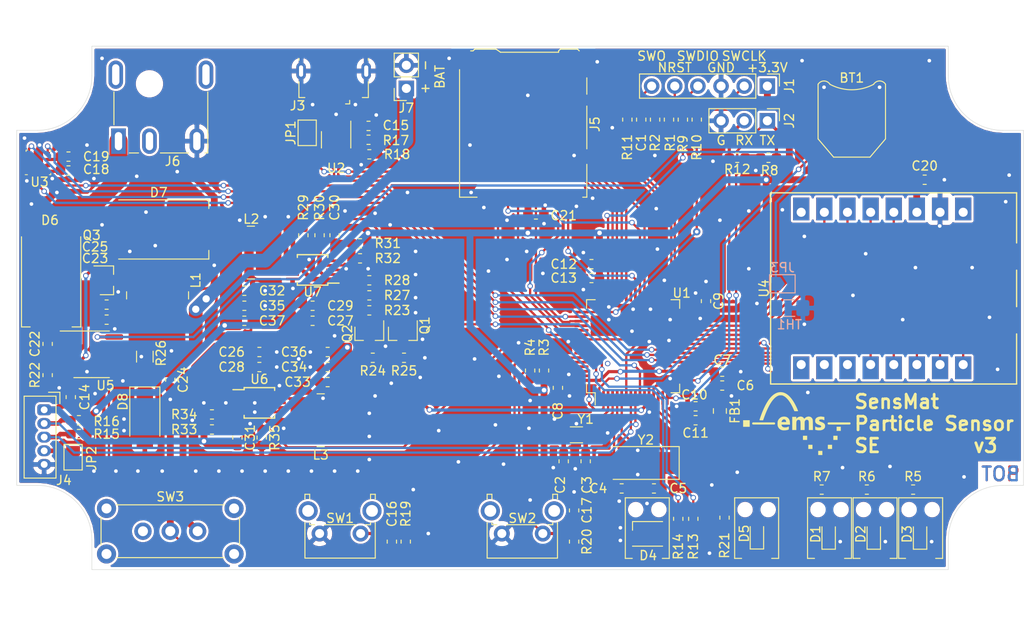
<source format=kicad_pcb>
(kicad_pcb (version 20171130) (host pcbnew 5.1.9)
  (layers (0 F.Cu signal) (31 B.Cu signal) (34 B.Paste user) (35 F.Paste user) (36 B.SilkS user) (37 F.SilkS user) (38 B.Mask user) (39 F.Mask user) (44 Edge.Cuts user))
  (net 0 "")
  (net 1 GND)
  (net 2 "Net-(BT1-Pad1)")
  (net 3 "Net-(C2-Pad2)")
  (net 4 "Net-(C3-Pad2)")
  (net 5 "Net-(C4-Pad2)")
  (net 6 "Net-(C5-Pad2)")
  (net 7 +3V3)
  (net 8 "Net-(C10-Pad2)")
  (net 9 +5V)
  (net 10 /BUTTON_1)
  (net 11 /BUTTON_2)
  (net 12 "Net-(C22-Pad2)")
  (net 13 "Net-(C22-Pad1)")
  (net 14 "Net-(C23-Pad1)")
  (net 15 "Net-(C24-Pad1)")
  (net 16 /Power_Supply/V_BAT)
  (net 17 "Net-(C30-Pad2)")
  (net 18 "Net-(C31-Pad2)")
  (net 19 "Net-(D1-Pad2)")
  (net 20 "Net-(D2-Pad2)")
  (net 21 /SWO)
  (net 22 /NRST)
  (net 23 /SWDIO)
  (net 24 /SWCLK)
  (net 25 "Net-(J2-Pad2)")
  (net 26 "Net-(J2-Pad1)")
  (net 27 "Net-(J3-Pad3)")
  (net 28 /USB_ID)
  (net 29 "Net-(J3-Pad2)")
  (net 30 "Net-(J4-Pad4)")
  (net 31 /SPS30_TX_SCL)
  (net 32 /SPS30_RX_SDA)
  (net 33 "Net-(J6-Pad3)")
  (net 34 /SPI_MISO)
  (net 35 /BME280_CS)
  (net 36 /SPI_MOSI)
  (net 37 /SPI_CLK)
  (net 38 /SD_Card/SD_DET)
  (net 39 /SD_Card/SD_DAT2)
  (net 40 /SD_Card/SD_CD)
  (net 41 /SD_Card/SD_CMD)
  (net 42 /SD_Card/SD_CLK)
  (net 43 /SD_Card/SD_DAT0)
  (net 44 /SD_Card/SD_DAT1)
  (net 45 "Net-(JP1-Pad1)")
  (net 46 "Net-(L1-Pad2)")
  (net 47 "Net-(L2-Pad1)")
  (net 48 "Net-(L3-Pad1)")
  (net 49 "Net-(R3-Pad1)")
  (net 50 /USB_VBUS)
  (net 51 /LAMBDA_DIO1)
  (net 52 /5V_EN)
  (net 53 /LAMBDA_CS)
  (net 54 "Net-(U1-Pad37)")
  (net 55 "Net-(U1-Pad36)")
  (net 56 "Net-(U1-Pad35)")
  (net 57 "Net-(U1-Pad34)")
  (net 58 "Net-(U1-Pad33)")
  (net 59 /LAMBDA_BUSY)
  (net 60 /LAMBDA_TX_SW)
  (net 61 /LAMBDA_RX_SW)
  (net 62 /LAMBDA_RST)
  (net 63 "Net-(Q1-Pad3)")
  (net 64 /BAT_LEVEL_EN)
  (net 65 "Net-(Q2-Pad3)")
  (net 66 /BAT_LEVEL)
  (net 67 "Net-(C15-Pad2)")
  (net 68 "Net-(D3-Pad2)")
  (net 69 "Net-(D4-Pad4)")
  (net 70 "Net-(D4-Pad3)")
  (net 71 "Net-(D5-Pad2)")
  (net 72 "Net-(D5-Pad1)")
  (net 73 "Net-(D6-Pad2)")
  (net 74 "Net-(D7-Pad1)")
  (net 75 "Net-(R10-Pad2)")
  (net 76 "Net-(R11-Pad2)")
  (net 77 "Net-(R14-Pad2)")
  (net 78 "Net-(U4-Pad1)")
  (net 79 "Net-(U4-Pad11)")
  (net 80 "Net-(U4-Pad10)")
  (net 81 "Net-(U4-Pad9)")
  (net 82 "Net-(U4-Pad8)")
  (net 83 "Net-(SW3-Pad1)")
  (net 84 "Net-(Q3-Pad1)")
  (net 85 /USB_D+)
  (net 86 /USB_D-)
  (net 87 "Net-(R9-Pad2)")
  (net 88 "Net-(R13-Pad2)")
  (net 89 "Net-(R27-Pad2)")
  (net 90 "Net-(R29-Pad2)")
  (net 91 "Net-(U1-Pad41)")
  (net 92 /BAT_LED_1)
  (net 93 /BAT_LED_2)
  (net 94 /BAT_LED_3)
  (net 95 "Net-(U1-Pad30)")
  (net 96 "Net-(U1-Pad62)")
  (net 97 "Net-(U1-Pad56)")
  (net 98 "Net-(JP3-Pad1)")
  (module lib:ems_logo (layer F.Cu) (at 186.944 101.727)
    (fp_text reference G*** hide)
    (fp_text value LOGO hide)
  )
  (module Diode_SMD:D_SMA (layer F.Cu) (at 115.062 100.838 270)
    (fp_text reference D8 (at -1.778 2.413 90) (layer F.SilkS))
    (fp_text value SMAJ8.5A)
    (pad 2 smd rect (at 2 0 270) (size 2.5 1.8) (layers F.Cu F.Paste F.Mask) (net 1 GND))
    (pad 1 smd rect (at -2 0 270) (size 2.5 1.8) (layers F.Cu F.Paste F.Mask) (net 15 "Net-(C24-Pad1)"))
  )
  (module Resistor_SMD:R_0603_1608Metric_Pad1.05x0.95mm_HandSolder (layer F.Cu) (at 127.889 102.997 270)
    (fp_text reference R35 (at 0 -1.43 90) (layer F.SilkS))
    (fp_text value 100k)
    (pad 2 smd roundrect (at 0.875 0 270) (size 1.05 0.95) (layers F.Cu F.Paste F.Mask) (net 1 GND))
    (pad 1 smd roundrect (at -0.875 0 270) (size 1.05 0.95) (layers F.Cu F.Paste F.Mask) (net 52 /5V_EN))
  )
  (module RF_Module:Lambda62-8S (layer F.Cu) (at 197.247 86.614 270)
    (fp_text reference U4 (at 0 14.224 270) (layer F.SilkS))
    (fp_text value Lambda62-8S)
    (pad 16 thru_hole rect (at 8.365 -7.6376 180) (size 1.78 2.5) (drill 1 (offset 0 -0.36)) (layers *.Cu *.Mask) (net 53 /LAMBDA_CS))
    (pad 1 thru_hole rect (at -8.365 -7.6376 180) (size 1.78 2.5) (drill 1 (offset 0 0.36)) (layers *.Cu *.Mask) (net 78 "Net-(U4-Pad1)"))
    (pad 15 thru_hole rect (at 8.365 -5.0976 180) (size 1.78 2.5) (drill 1 (offset 0 -0.36)) (layers *.Cu *.Mask) (net 36 /SPI_MOSI))
    (pad 2 thru_hole rect (at -8.365 -5.0976 180) (size 1.78 2.5) (drill 1 (offset 0 0.36)) (layers *.Cu *.Mask) (net 1 GND))
    (pad 14 thru_hole rect (at 8.365 -2.5576 180) (size 1.78 2.5) (drill 1 (offset 0 -0.36)) (layers *.Cu *.Mask) (net 34 /SPI_MISO))
    (pad 3 thru_hole rect (at -8.365 -2.5576 180) (size 1.78 2.5) (drill 1 (offset 0 0.36)) (layers *.Cu *.Mask) (net 7 +3V3))
    (pad 13 thru_hole rect (at 8.365 -0.0176 180) (size 1.78 2.5) (drill 1 (offset 0 -0.36)) (layers *.Cu *.Mask) (net 37 /SPI_CLK))
    (pad 4 thru_hole rect (at -8.365 -0.0176 180) (size 1.78 2.5) (drill 1 (offset 0 0.36)) (layers *.Cu *.Mask) (net 61 /LAMBDA_RX_SW))
    (pad 12 thru_hole rect (at 8.365 2.5224 180) (size 1.78 2.5) (drill 1 (offset 0 -0.36)) (layers *.Cu *.Mask) (net 62 /LAMBDA_RST))
    (pad 5 thru_hole rect (at -8.365 2.5224 180) (size 1.78 2.5) (drill 1 (offset 0 0.36)) (layers *.Cu *.Mask) (net 60 /LAMBDA_TX_SW))
    (pad 11 thru_hole rect (at 8.365 5.0624 180) (size 1.78 2.5) (drill 1 (offset 0 -0.36)) (layers *.Cu *.Mask) (net 79 "Net-(U4-Pad11)"))
    (pad 6 thru_hole rect (at -8.365 5.0624 180) (size 1.78 2.5) (drill 1 (offset 0 0.36)) (layers *.Cu *.Mask) (net 59 /LAMBDA_BUSY))
    (pad 10 thru_hole rect (at 8.365 7.6024 180) (size 1.78 2.5) (drill 1 (offset 0 -0.36)) (layers *.Cu *.Mask) (net 80 "Net-(U4-Pad10)"))
    (pad 7 thru_hole rect (at -8.365 7.6024 180) (size 1.78 2.5) (drill 1 (offset 0 0.36)) (layers *.Cu *.Mask) (net 51 /LAMBDA_DIO1))
    (pad 9 thru_hole rect (at 8.365 10.1424 180) (size 1.78 2.5) (drill 1 (offset 0 -0.36)) (layers *.Cu *.Mask) (net 81 "Net-(U4-Pad9)"))
    (pad 8 thru_hole rect (at -8.365 10.1424 180) (size 1.78 2.5) (drill 1 (offset 0 0.36)) (layers *.Cu *.Mask) (net 82 "Net-(U4-Pad8)"))
  )
  (module Jumper:SolderJumper-2_P1.3mm_Open_TrianglePad1.0x1.5mm (layer B.Cu) (at 185.039 86.106)
    (fp_text reference JP3 (at 0 -1.778) (layer B.SilkS) (effects (justify mirror)))
    (fp_text value SolderJumper_2_Open)
    (pad 1 smd custom (at -0.725 0) (size 0.3 0.3) (layers B.Cu B.Mask) (net 98 "Net-(JP3-Pad1)") (options (clearance outline) (anchor rect)) (primitives (gr_poly (pts (xy -0.5 0.75) (xy 0.5 0.75) (xy 1 0) (xy 0.5 -0.75) (xy -0.5 -0.75)) (width 0))))
    (pad 2 smd custom (at 0.725 0) (size 0.3 0.3) (layers B.Cu B.Mask) (net 1 GND) (options (clearance outline) (anchor rect)) (primitives (gr_poly (pts (xy -0.65 0.75) (xy 0.5 0.75) (xy 0.5 -0.75) (xy -0.65 -0.75) (xy -0.15 0)) (width 0))))
  )
  (module Resistor_SMD:R_1206_3216Metric_Pad1.42x1.75mm_HandSolder (layer B.Cu) (at 185.801 88.773)
    (fp_text reference TH1 (at 0 1.82) (layer B.SilkS) (effects (justify mirror)))
    (fp_text value "NTC 10k")
    (pad 2 smd roundrect (at 1.4875 0) (size 1.425 1.75) (layers B.Cu B.Paste B.Mask) (roundrect_rratio 0.175439) (net 1 GND))
    (pad 1 smd roundrect (at -1.4875 0) (size 1.425 1.75) (layers B.Cu B.Paste B.Mask) (roundrect_rratio 0.175439) (net 98 "Net-(JP3-Pad1)"))
  )
  (module Package_SO:MSOP-10_3x3mm_P0.5mm (layer F.Cu) (at 127.635 99.187)
    (fp_text reference U6 (at 0 -2.6) (layer F.SilkS))
    (fp_text value TPS62050DGS)
    (pad 10 smd rect (at 2.2 -1) (size 1.4 0.3) (layers F.Cu F.Paste F.Mask) (net 1 GND))
    (pad 9 smd rect (at 2.2 -0.5) (size 1.4 0.3) (layers F.Cu F.Paste F.Mask) (net 48 "Net-(L3-Pad1)"))
    (pad 8 smd rect (at 2.2 0) (size 1.4 0.3) (layers F.Cu F.Paste F.Mask) (net 52 /5V_EN))
    (pad 7 smd rect (at 2.2 0.5) (size 1.4 0.3) (layers F.Cu F.Paste F.Mask) (net 1 GND))
    (pad 6 smd rect (at 2.2 1) (size 1.4 0.3) (layers F.Cu F.Paste F.Mask) (net 1 GND))
    (pad 5 smd rect (at -2.2 1) (size 1.4 0.3) (layers F.Cu F.Paste F.Mask) (net 18 "Net-(C31-Pad2)"))
    (pad 4 smd rect (at -2.2 0.5) (size 1.4 0.3) (layers F.Cu F.Paste F.Mask) (net 1 GND))
    (pad 3 smd rect (at -2.2 0) (size 1.4 0.3) (layers F.Cu F.Paste F.Mask) (net 1 GND))
    (pad 2 smd rect (at -2.2 -0.5) (size 1.4 0.3) (layers F.Cu F.Paste F.Mask) (net 1 GND))
    (pad 1 smd rect (at -2.2 -1) (size 1.4 0.3) (layers F.Cu F.Paste F.Mask) (net 16 /Power_Supply/V_BAT))
  )
  (module Crystal:Crystal_SMD_3215-2Pin_3.2x1.5mm_HandSoldering (layer F.Cu) (at 162.433 102.69647)
    (fp_text reference Y1 (at 1.016 -1.73147) (layer F.SilkS))
    (fp_text value 32.768kHz)
    (pad 2 smd rect (at -1.75 0) (size 2 1.8) (layers F.Cu F.Paste F.Mask) (net 3 "Net-(C2-Pad2)"))
    (pad 1 smd rect (at 1.75 0) (size 2 1.8) (layers F.Cu F.Paste F.Mask) (net 4 "Net-(C3-Pad2)"))
  )
  (module Diode_SMD:D_SMB-SMC_Universal_Handsoldering (layer F.Cu) (at 104.775 85.344 90)
    (fp_text reference D6 (at 6.223 -0.127 180) (layer F.SilkS))
    (fp_text value B330)
    (pad 2 smd trapezoid (at 3.2 0 270) (size 4.3 2.6) (rect_delta 1 0) (layers F.Cu F.Paste F.Mask) (net 73 "Net-(D6-Pad2)"))
    (pad 1 smd trapezoid (at -3.2 0 90) (size 4.3 2.6) (rect_delta 1 0) (layers F.Cu F.Paste F.Mask) (net 14 "Net-(C23-Pad1)"))
  )
  (module Diode_SMD:D_SMB-SMC_Universal_Handsoldering (layer F.Cu) (at 116.586 80.137 180)
    (fp_text reference D7 (at 0 4.064) (layer F.SilkS))
    (fp_text value B330)
    (pad 2 smd trapezoid (at 3.2 0) (size 4.3 2.6) (rect_delta 1 0) (layers F.Cu F.Paste F.Mask) (net 1 GND))
    (pad 1 smd trapezoid (at -3.2 0 180) (size 4.3 2.6) (rect_delta 1 0) (layers F.Cu F.Paste F.Mask) (net 74 "Net-(D7-Pad1)"))
  )
  (module Connector_BarrelJack:BarrelJack_CUI_PJ-051A_Horizontal (layer F.Cu) (at 115.57 70.435 180)
    (fp_text reference J6 (at -2.54 -2.209) (layer F.SilkS))
    (fp_text value Barrel_Jack_Switch)
    (pad 1 thru_hole rect (at 3.4 0 180) (size 1.6 2.8) (drill oval 0.8 2) (layers *.Cu *.Mask) (net 73 "Net-(D6-Pad2)"))
    (pad "" np_thru_hole circle (at 0 6.3 180) (size 2.5 2.5) (drill 2.5) (layers *.Cu *.Mask))
    (pad MP thru_hole oval (at -6.2 7.3 180) (size 1.6 3.1) (drill oval 0.8 2.3) (layers *.Cu *.Mask))
    (pad MP thru_hole oval (at 3.7 7.3 180) (size 1.6 3.1) (drill oval 0.8 2.3) (layers *.Cu *.Mask))
    (pad 3 thru_hole oval (at 0 0 180) (size 1.6 2.8) (drill oval 0.8 2) (layers *.Cu *.Mask) (net 33 "Net-(J6-Pad3)"))
    (pad 2 thru_hole oval (at -5.2 0 180) (size 1.6 2.8) (drill oval 0.8 2) (layers *.Cu *.Mask) (net 1 GND))
  )
  (module Capacitor_SMD:C_0603_1608Metric_Pad1.05x0.95mm_HandSolder (layer F.Cu) (at 200.66 74.676 180)
    (fp_text reference C20 (at 0 1.524) (layer F.SilkS))
    (fp_text value 100nF)
    (pad 2 smd roundrect (at 0.875 0 180) (size 1.05 0.95) (layers F.Cu F.Paste F.Mask) (net 7 +3V3))
    (pad 1 smd roundrect (at -0.875 0 180) (size 1.05 0.95) (layers F.Cu F.Paste F.Mask) (net 1 GND))
  )
  (module Connector_PinSocket_2.54mm:PinSocket_1x02_P2.54mm_Vertical (layer F.Cu) (at 143.764 64.643 180)
    (fp_text reference J7 (at 0 -2.159 180) (layer F.SilkS))
    (fp_text value Conn_01x02_Male)
    (pad 2 thru_hole oval (at 0 2.54 180) (size 1.7 1.7) (drill 1) (layers *.Cu *.Mask) (net 1 GND))
    (pad 1 thru_hole rect (at 0 0 180) (size 1.7 1.7) (drill 1) (layers *.Cu *.Mask) (net 15 "Net-(C24-Pad1)"))
  )
  (module Resistor_SMD:R_0603_1608Metric_Pad1.05x0.95mm_HandSolder (layer F.Cu) (at 143.7005 114.427 90)
    (fp_text reference R19 (at 3.048 0 90) (layer F.SilkS))
    (fp_text value 10k)
    (pad 1 smd roundrect (at -0.875 0 90) (size 1.05 0.95) (layers F.Cu F.Paste F.Mask) (net 7 +3V3))
    (pad 2 smd roundrect (at 0.875 0 90) (size 1.05 0.95) (layers F.Cu F.Paste F.Mask) (net 10 /BUTTON_1))
  )
  (module Resistor_SMD:R_0603_1608Metric_Pad1.05x0.95mm_HandSolder (layer F.Cu) (at 189.357 108.712)
    (fp_text reference R7 (at 0 -1.43) (layer F.SilkS))
    (fp_text value 470R)
    (pad 2 smd roundrect (at 0.875 0) (size 1.05 0.95) (layers F.Cu F.Paste F.Mask) (net 19 "Net-(D1-Pad2)"))
    (pad 1 smd roundrect (at -0.875 0) (size 1.05 0.95) (layers F.Cu F.Paste F.Mask) (net 92 /BAT_LED_1))
  )
  (module Resistor_SMD:R_0603_1608Metric_Pad1.05x0.95mm_HandSolder (layer F.Cu) (at 194.31 108.712)
    (fp_text reference R6 (at 0 -1.43) (layer F.SilkS))
    (fp_text value 470R)
    (pad 2 smd roundrect (at 0.875 0) (size 1.05 0.95) (layers F.Cu F.Paste F.Mask) (net 20 "Net-(D2-Pad2)"))
    (pad 1 smd roundrect (at -0.875 0) (size 1.05 0.95) (layers F.Cu F.Paste F.Mask) (net 93 /BAT_LED_2))
  )
  (module Resistor_SMD:R_0603_1608Metric_Pad1.05x0.95mm_HandSolder (layer F.Cu) (at 199.39 108.712)
    (fp_text reference R5 (at 0 -1.43) (layer F.SilkS))
    (fp_text value 470R)
    (pad 2 smd roundrect (at 0.875 0) (size 1.05 0.95) (layers F.Cu F.Paste F.Mask) (net 68 "Net-(D3-Pad2)"))
    (pad 1 smd roundrect (at -0.875 0) (size 1.05 0.95) (layers F.Cu F.Paste F.Mask) (net 94 /BAT_LED_3))
  )
  (module LED_SMD:LED_0603_1608Metric_Pad1.05x0.95mm_HandSolder (layer F.Cu) (at 200.152 113.6015 90)
    (fp_text reference D3 (at 0 -1.43 90) (layer F.SilkS))
    (fp_text value "LED (green)")
    (pad 2 smd roundrect (at 0.875 0 90) (size 1.05 0.95) (layers F.Cu F.Paste F.Mask) (net 68 "Net-(D3-Pad2)"))
    (pad 1 smd roundrect (at -0.875 0 90) (size 1.05 0.95) (layers F.Cu F.Paste F.Mask) (net 1 GND))
  )
  (module LED_SMD:LED_0603_1608Metric_Pad1.05x0.95mm_HandSolder (layer F.Cu) (at 195.072 113.6015 90)
    (fp_text reference D2 (at 0 -1.43 90) (layer F.SilkS))
    (fp_text value "LED (green)")
    (pad 2 smd roundrect (at 0.875 0 90) (size 1.05 0.95) (layers F.Cu F.Paste F.Mask) (net 20 "Net-(D2-Pad2)"))
    (pad 1 smd roundrect (at -0.875 0 90) (size 1.05 0.95) (layers F.Cu F.Paste F.Mask) (net 1 GND))
  )
  (module LED_SMD:LED_0603_1608Metric_Pad1.05x0.95mm_HandSolder (layer F.Cu) (at 190.119 113.6015 90)
    (fp_text reference D1 (at 0 -1.43 90) (layer F.SilkS))
    (fp_text value "LED (green)")
    (pad 2 smd roundrect (at 0.875 0 90) (size 1.05 0.95) (layers F.Cu F.Paste F.Mask) (net 19 "Net-(D1-Pad2)"))
    (pad 1 smd roundrect (at -0.875 0 90) (size 1.05 0.95) (layers F.Cu F.Paste F.Mask) (net 1 GND))
  )
  (module Connector_PinHeader_2.54mm:PinHeader_1x06_P2.54mm_Vertical (layer F.Cu) (at 183.388 64.389 270)
    (fp_text reference J1 (at 0 -2.413 270) (layer F.SilkS))
    (fp_text value Conn_01x06_Male)
    (pad 6 thru_hole oval (at 0 12.7 270) (size 1.7 1.7) (drill 1) (layers *.Cu *.Mask) (net 21 /SWO))
    (pad 5 thru_hole oval (at 0 10.16 270) (size 1.7 1.7) (drill 1) (layers *.Cu *.Mask) (net 22 /NRST))
    (pad 4 thru_hole oval (at 0 7.62 270) (size 1.7 1.7) (drill 1) (layers *.Cu *.Mask) (net 23 /SWDIO))
    (pad 3 thru_hole oval (at 0 5.08 270) (size 1.7 1.7) (drill 1) (layers *.Cu *.Mask) (net 1 GND))
    (pad 2 thru_hole oval (at 0 2.54 270) (size 1.7 1.7) (drill 1) (layers *.Cu *.Mask) (net 24 /SWCLK))
    (pad 1 thru_hole rect (at 0 0 270) (size 1.7 1.7) (drill 1) (layers *.Cu *.Mask) (net 7 +3V3))
  )
  (module Package_QFP:LQFP-64_10x10mm_P0.5mm (layer F.Cu) (at 168.656 92.964 90)
    (fp_text reference U1 (at 5.842 5.334 180) (layer F.SilkS))
    (fp_text value STM32L476RGTx)
    (pad 1 smd roundrect (at -5.675 -3.75 90) (size 1.55 0.3) (layers F.Cu F.Paste F.Mask) (net 2 "Net-(BT1-Pad1)"))
    (pad 2 smd roundrect (at -5.675 -3.25 90) (size 1.55 0.3) (layers F.Cu F.Paste F.Mask) (net 39 /SD_Card/SD_DAT2))
    (pad 3 smd roundrect (at -5.675 -2.75 90) (size 1.55 0.3) (layers F.Cu F.Paste F.Mask) (net 3 "Net-(C2-Pad2)"))
    (pad 4 smd roundrect (at -5.675 -2.25 90) (size 1.55 0.3) (layers F.Cu F.Paste F.Mask) (net 4 "Net-(C3-Pad2)"))
    (pad 5 smd roundrect (at -5.675 -1.75 90) (size 1.55 0.3) (layers F.Cu F.Paste F.Mask) (net 5 "Net-(C4-Pad2)"))
    (pad 6 smd roundrect (at -5.675 -1.25 90) (size 1.55 0.3) (layers F.Cu F.Paste F.Mask) (net 6 "Net-(C5-Pad2)"))
    (pad 7 smd roundrect (at -5.675 -0.75 90) (size 1.55 0.3) (layers F.Cu F.Paste F.Mask) (net 22 /NRST))
    (pad 8 smd roundrect (at -5.675 -0.25 90) (size 1.55 0.3) (layers F.Cu F.Paste F.Mask) (net 31 /SPS30_TX_SCL))
    (pad 9 smd roundrect (at -5.675 0.25 90) (size 1.55 0.3) (layers F.Cu F.Paste F.Mask) (net 32 /SPS30_RX_SDA))
    (pad 10 smd roundrect (at -5.675 0.75 90) (size 1.55 0.3) (layers F.Cu F.Paste F.Mask) (net 64 /BAT_LEVEL_EN))
    (pad 11 smd roundrect (at -5.675 1.25 90) (size 1.55 0.3) (layers F.Cu F.Paste F.Mask) (net 66 /BAT_LEVEL))
    (pad 12 smd roundrect (at -5.675 1.75 90) (size 1.55 0.3) (layers F.Cu F.Paste F.Mask) (net 1 GND))
    (pad 13 smd roundrect (at -5.675 2.25 90) (size 1.55 0.3) (layers F.Cu F.Paste F.Mask) (net 8 "Net-(C10-Pad2)"))
    (pad 14 smd roundrect (at -5.675 2.75 90) (size 1.55 0.3) (layers F.Cu F.Paste F.Mask) (net 92 /BAT_LED_1))
    (pad 15 smd roundrect (at -5.675 3.25 90) (size 1.55 0.3) (layers F.Cu F.Paste F.Mask) (net 93 /BAT_LED_2))
    (pad 16 smd roundrect (at -5.675 3.75 90) (size 1.55 0.3) (layers F.Cu F.Paste F.Mask) (net 26 "Net-(J2-Pad1)"))
    (pad 17 smd roundrect (at -3.75 5.675 90) (size 0.3 1.55) (layers F.Cu F.Paste F.Mask) (net 25 "Net-(J2-Pad2)"))
    (pad 18 smd roundrect (at -3.25 5.675 90) (size 0.3 1.55) (layers F.Cu F.Paste F.Mask) (net 1 GND))
    (pad 19 smd roundrect (at -2.75 5.675 90) (size 0.3 1.55) (layers F.Cu F.Paste F.Mask) (net 7 +3V3))
    (pad 20 smd roundrect (at -2.25 5.675 90) (size 0.3 1.55) (layers F.Cu F.Paste F.Mask) (net 62 /LAMBDA_RST))
    (pad 21 smd roundrect (at -1.75 5.675 90) (size 0.3 1.55) (layers F.Cu F.Paste F.Mask) (net 37 /SPI_CLK))
    (pad 22 smd roundrect (at -1.25 5.675 90) (size 0.3 1.55) (layers F.Cu F.Paste F.Mask) (net 34 /SPI_MISO))
    (pad 23 smd roundrect (at -0.75 5.675 90) (size 0.3 1.55) (layers F.Cu F.Paste F.Mask) (net 36 /SPI_MOSI))
    (pad 24 smd roundrect (at -0.25 5.675 90) (size 0.3 1.55) (layers F.Cu F.Paste F.Mask) (net 53 /LAMBDA_CS))
    (pad 25 smd roundrect (at 0.25 5.675 90) (size 0.3 1.55) (layers F.Cu F.Paste F.Mask) (net 94 /BAT_LED_3))
    (pad 26 smd roundrect (at 0.75 5.675 90) (size 0.3 1.55) (layers F.Cu F.Paste F.Mask) (net 61 /LAMBDA_RX_SW))
    (pad 27 smd roundrect (at 1.25 5.675 90) (size 0.3 1.55) (layers F.Cu F.Paste F.Mask) (net 60 /LAMBDA_TX_SW))
    (pad 28 smd roundrect (at 1.75 5.675 90) (size 0.3 1.55) (layers F.Cu F.Paste F.Mask) (net 59 /LAMBDA_BUSY))
    (pad 29 smd roundrect (at 2.25 5.675 90) (size 0.3 1.55) (layers F.Cu F.Paste F.Mask) (net 51 /LAMBDA_DIO1))
    (pad 30 smd roundrect (at 2.75 5.675 90) (size 0.3 1.55) (layers F.Cu F.Paste F.Mask) (net 95 "Net-(U1-Pad30)"))
    (pad 31 smd roundrect (at 3.25 5.675 90) (size 0.3 1.55) (layers F.Cu F.Paste F.Mask) (net 1 GND))
    (pad 32 smd roundrect (at 3.75 5.675 90) (size 0.3 1.55) (layers F.Cu F.Paste F.Mask) (net 7 +3V3))
    (pad 33 smd roundrect (at 5.675 3.75 90) (size 1.55 0.3) (layers F.Cu F.Paste F.Mask) (net 58 "Net-(U1-Pad33)"))
    (pad 34 smd roundrect (at 5.675 3.25 90) (size 1.55 0.3) (layers F.Cu F.Paste F.Mask) (net 57 "Net-(U1-Pad34)"))
    (pad 35 smd roundrect (at 5.675 2.75 90) (size 1.55 0.3) (layers F.Cu F.Paste F.Mask) (net 56 "Net-(U1-Pad35)"))
    (pad 36 smd roundrect (at 5.675 2.25 90) (size 1.55 0.3) (layers F.Cu F.Paste F.Mask) (net 55 "Net-(U1-Pad36)"))
    (pad 37 smd roundrect (at 5.675 1.75 90) (size 1.55 0.3) (layers F.Cu F.Paste F.Mask) (net 54 "Net-(U1-Pad37)"))
    (pad 38 smd roundrect (at 5.675 1.25 90) (size 1.55 0.3) (layers F.Cu F.Paste F.Mask) (net 38 /SD_Card/SD_DET))
    (pad 39 smd roundrect (at 5.675 0.75 90) (size 1.55 0.3) (layers F.Cu F.Paste F.Mask) (net 40 /SD_Card/SD_CD))
    (pad 40 smd roundrect (at 5.675 0.25 90) (size 1.55 0.3) (layers F.Cu F.Paste F.Mask) (net 44 /SD_Card/SD_DAT1))
    (pad 41 smd roundrect (at 5.675 -0.25 90) (size 1.55 0.3) (layers F.Cu F.Paste F.Mask) (net 91 "Net-(U1-Pad41)"))
    (pad 42 smd roundrect (at 5.675 -0.75 90) (size 1.55 0.3) (layers F.Cu F.Paste F.Mask) (net 50 /USB_VBUS))
    (pad 43 smd roundrect (at 5.675 -1.25 90) (size 1.55 0.3) (layers F.Cu F.Paste F.Mask) (net 45 "Net-(JP1-Pad1)"))
    (pad 44 smd roundrect (at 5.675 -1.75 90) (size 1.55 0.3) (layers F.Cu F.Paste F.Mask) (net 86 /USB_D-))
    (pad 45 smd roundrect (at 5.675 -2.25 90) (size 1.55 0.3) (layers F.Cu F.Paste F.Mask) (net 85 /USB_D+))
    (pad 46 smd roundrect (at 5.675 -2.75 90) (size 1.55 0.3) (layers F.Cu F.Paste F.Mask) (net 87 "Net-(R9-Pad2)"))
    (pad 47 smd roundrect (at 5.675 -3.25 90) (size 1.55 0.3) (layers F.Cu F.Paste F.Mask) (net 1 GND))
    (pad 48 smd roundrect (at 5.675 -3.75 90) (size 1.55 0.3) (layers F.Cu F.Paste F.Mask) (net 7 +3V3))
    (pad 49 smd roundrect (at 3.75 -5.675 90) (size 0.3 1.55) (layers F.Cu F.Paste F.Mask) (net 75 "Net-(R10-Pad2)"))
    (pad 50 smd roundrect (at 3.25 -5.675 90) (size 0.3 1.55) (layers F.Cu F.Paste F.Mask) (net 35 /BME280_CS))
    (pad 51 smd roundrect (at 2.75 -5.675 90) (size 0.3 1.55) (layers F.Cu F.Paste F.Mask) (net 42 /SD_Card/SD_CLK))
    (pad 52 smd roundrect (at 2.25 -5.675 90) (size 0.3 1.55) (layers F.Cu F.Paste F.Mask) (net 43 /SD_Card/SD_DAT0))
    (pad 53 smd roundrect (at 1.75 -5.675 90) (size 0.3 1.55) (layers F.Cu F.Paste F.Mask) (net 41 /SD_Card/SD_CMD))
    (pad 54 smd roundrect (at 1.25 -5.675 90) (size 0.3 1.55) (layers F.Cu F.Paste F.Mask) (net 52 /5V_EN))
    (pad 55 smd roundrect (at 0.75 -5.675 90) (size 0.3 1.55) (layers F.Cu F.Paste F.Mask) (net 76 "Net-(R11-Pad2)"))
    (pad 56 smd roundrect (at 0.25 -5.675 90) (size 0.3 1.55) (layers F.Cu F.Paste F.Mask) (net 97 "Net-(U1-Pad56)"))
    (pad 57 smd roundrect (at -0.25 -5.675 90) (size 0.3 1.55) (layers F.Cu F.Paste F.Mask) (net 88 "Net-(R13-Pad2)"))
    (pad 58 smd roundrect (at -0.75 -5.675 90) (size 0.3 1.55) (layers F.Cu F.Paste F.Mask) (net 77 "Net-(R14-Pad2)"))
    (pad 59 smd roundrect (at -1.25 -5.675 90) (size 0.3 1.55) (layers F.Cu F.Paste F.Mask) (net 10 /BUTTON_1))
    (pad 60 smd roundrect (at -1.75 -5.675 90) (size 0.3 1.55) (layers F.Cu F.Paste F.Mask) (net 49 "Net-(R3-Pad1)"))
    (pad 61 smd roundrect (at -2.25 -5.675 90) (size 0.3 1.55) (layers F.Cu F.Paste F.Mask) (net 11 /BUTTON_2))
    (pad 62 smd roundrect (at -2.75 -5.675 90) (size 0.3 1.55) (layers F.Cu F.Paste F.Mask) (net 96 "Net-(U1-Pad62)"))
    (pad 63 smd roundrect (at -3.25 -5.675 90) (size 0.3 1.55) (layers F.Cu F.Paste F.Mask) (net 1 GND))
    (pad 64 smd roundrect (at -3.75 -5.675 90) (size 0.3 1.55) (layers F.Cu F.Paste F.Mask) (net 7 +3V3))
  )
  (module Connector_Card:microSD_HC_Hirose_DM3AT-SF-PEJM5 (layer F.Cu) (at 156.6 68.707 180)
    (fp_text reference J5 (at -7.865 0.127 90) (layer F.SilkS))
    (fp_text value Micro_SD_Card_Det)
    (pad 11 smd rect (at 6.675 7.375 180) (size 1.3 1.9) (layers F.Cu F.Paste F.Mask) (net 1 GND))
    (pad 11 smd rect (at -6.825 6.925 180) (size 1 2.8) (layers F.Cu F.Paste F.Mask) (net 1 GND))
    (pad 10 smd rect (at -6.825 2.775 180) (size 1 0.8) (layers F.Cu F.Paste F.Mask) (net 38 /SD_Card/SD_DET))
    (pad 11 smd rect (at -6.825 -3.425 180) (size 1 1.2) (layers F.Cu F.Paste F.Mask) (net 1 GND))
    (pad 11 smd rect (at 4.325 -7.725 180) (size 1 1.2) (layers F.Cu F.Paste F.Mask) (net 1 GND))
    (pad 7 smd rect (at -3.825 -7.725 180) (size 0.7 1.2) (layers F.Cu F.Paste F.Mask) (net 43 /SD_Card/SD_DAT0))
    (pad 6 smd rect (at -2.725 -7.725 180) (size 0.7 1.2) (layers F.Cu F.Paste F.Mask) (net 1 GND))
    (pad 5 smd rect (at -1.625 -7.725 180) (size 0.7 1.2) (layers F.Cu F.Paste F.Mask) (net 42 /SD_Card/SD_CLK))
    (pad 4 smd rect (at -0.525 -7.725 180) (size 0.7 1.2) (layers F.Cu F.Paste F.Mask) (net 7 +3V3))
    (pad 3 smd rect (at 0.575 -7.725 180) (size 0.7 1.2) (layers F.Cu F.Paste F.Mask) (net 41 /SD_Card/SD_CMD))
    (pad 2 smd rect (at 1.675 -7.725 180) (size 0.7 1.2) (layers F.Cu F.Paste F.Mask) (net 40 /SD_Card/SD_CD))
    (pad 1 smd rect (at 2.775 -7.725 180) (size 0.7 1.2) (layers F.Cu F.Paste F.Mask) (net 39 /SD_Card/SD_DAT2))
    (pad 8 smd rect (at -4.925 -7.725 180) (size 0.7 1.2) (layers F.Cu F.Paste F.Mask) (net 44 /SD_Card/SD_DAT1))
    (pad 9 smd rect (at -5.875 -7.725 180) (size 0.7 1.2) (layers F.Cu F.Paste F.Mask) (net 1 GND))
  )
  (module Inductor_SMD:L_Wuerth_LQS-5040 (layer F.Cu) (at 126.701 82.677 180)
    (fp_text reference L2 (at -0.045 3.683) (layer F.SilkS))
    (fp_text value 10uH)
    (pad 2 smd rect (at 1.95 0 180) (size 1.6 4.5) (layers F.Cu F.Paste F.Mask) (net 7 +3V3))
    (pad 1 smd rect (at -1.95 0 180) (size 1.6 4.5) (layers F.Cu F.Paste F.Mask) (net 47 "Net-(L2-Pad1)"))
  )
  (module Inductor_SMD:L_Wuerth_LQS-5040 (layer F.Cu) (at 134.366 101.092)
    (fp_text reference L3 (at 0 3.81) (layer F.SilkS))
    (fp_text value 10uH)
    (pad 2 smd rect (at 1.95 0) (size 1.6 4.5) (layers F.Cu F.Paste F.Mask) (net 9 +5V))
    (pad 1 smd rect (at -1.95 0) (size 1.6 4.5) (layers F.Cu F.Paste F.Mask) (net 48 "Net-(L3-Pad1)"))
  )
  (module Inductor_SMD:L_Wuerth_LQS-6045 (layer F.Cu) (at 116.459 87.376 270)
    (fp_text reference L1 (at -1.651 -4.191 270) (layer F.SilkS))
    (fp_text value 6.8uH)
    (pad 2 smd rect (at 2.4 0 270) (size 2 5.7) (layers F.Cu F.Paste F.Mask) (net 46 "Net-(L1-Pad2)"))
    (pad 1 smd rect (at -2.4 0 270) (size 2 5.7) (layers F.Cu F.Paste F.Mask) (net 74 "Net-(D7-Pad1)"))
  )
  (module Capacitor_SMD:C_0603_1608Metric_Pad1.05x0.95mm_HandSolder (layer F.Cu) (at 169.545 68.072 90)
    (fp_text reference C1 (at -2.54 0 90) (layer F.SilkS))
    (fp_text value 100nF)
    (pad 2 smd roundrect (at 0.875 0 90) (size 1.05 0.95) (layers F.Cu F.Paste F.Mask) (net 22 /NRST))
    (pad 1 smd roundrect (at -0.875 0 90) (size 1.05 0.95) (layers F.Cu F.Paste F.Mask) (net 1 GND))
  )
  (module Capacitor_SMD:C_0603_1608Metric_Pad1.05x0.95mm_HandSolder (layer F.Cu) (at 161.036 105.6005 90)
    (fp_text reference C2 (at -2.6035 -0.381 90) (layer F.SilkS))
    (fp_text value 15pF)
    (pad 2 smd roundrect (at 0.875 0 90) (size 1.05 0.95) (layers F.Cu F.Paste F.Mask) (net 3 "Net-(C2-Pad2)"))
    (pad 1 smd roundrect (at -0.875 0 90) (size 1.05 0.95) (layers F.Cu F.Paste F.Mask) (net 1 GND))
  )
  (module Capacitor_SMD:C_0603_1608Metric_Pad1.05x0.95mm_HandSolder (layer F.Cu) (at 163.449 105.6005 90)
    (fp_text reference C3 (at -2.6035 0.127 90) (layer F.SilkS))
    (fp_text value 15pF)
    (pad 2 smd roundrect (at 0.875 0 90) (size 1.05 0.95) (layers F.Cu F.Paste F.Mask) (net 4 "Net-(C3-Pad2)"))
    (pad 1 smd roundrect (at -0.875 0 90) (size 1.05 0.95) (layers F.Cu F.Paste F.Mask) (net 1 GND))
  )
  (module Capacitor_SMD:C_0603_1608Metric_Pad1.05x0.95mm_HandSolder (layer F.Cu) (at 167.4 108.585 180)
    (fp_text reference C4 (at 2.554 0) (layer F.SilkS))
    (fp_text value 15pF)
    (pad 1 smd roundrect (at -0.875 0 180) (size 1.05 0.95) (layers F.Cu F.Paste F.Mask) (net 1 GND))
    (pad 2 smd roundrect (at 0.875 0 180) (size 1.05 0.95) (layers F.Cu F.Paste F.Mask) (net 5 "Net-(C4-Pad2)"))
  )
  (module Capacitor_SMD:C_0603_1608Metric_Pad1.05x0.95mm_HandSolder (layer F.Cu) (at 170.942 108.585)
    (fp_text reference C5 (at 2.667 0) (layer F.SilkS))
    (fp_text value 15pF)
    (pad 1 smd roundrect (at -0.875 0) (size 1.05 0.95) (layers F.Cu F.Paste F.Mask) (net 1 GND))
    (pad 2 smd roundrect (at 0.875 0) (size 1.05 0.95) (layers F.Cu F.Paste F.Mask) (net 6 "Net-(C5-Pad2)"))
  )
  (module Capacitor_SMD:C_0603_1608Metric_Pad1.05x0.95mm_HandSolder (layer F.Cu) (at 178.435 97.282)
    (fp_text reference C6 (at 2.54 0) (layer F.SilkS))
    (fp_text value 4.7µF)
    (pad 2 smd roundrect (at 0.875 0) (size 1.05 0.95) (layers F.Cu F.Paste F.Mask) (net 1 GND))
    (pad 1 smd roundrect (at -0.875 0) (size 1.05 0.95) (layers F.Cu F.Paste F.Mask) (net 7 +3V3))
  )
  (module Capacitor_SMD:C_0603_1608Metric_Pad1.05x0.95mm_HandSolder (layer F.Cu) (at 178.435 95.758)
    (fp_text reference C7 (at 0 -1.27) (layer F.SilkS))
    (fp_text value 100nF)
    (pad 2 smd roundrect (at 0.875 0) (size 1.05 0.95) (layers F.Cu F.Paste F.Mask) (net 1 GND))
    (pad 1 smd roundrect (at -0.875 0) (size 1.05 0.95) (layers F.Cu F.Paste F.Mask) (net 7 +3V3))
  )
  (module Capacitor_SMD:C_0603_1608Metric_Pad1.05x0.95mm_HandSolder (layer F.Cu) (at 160.401 97.536 270)
    (fp_text reference C8 (at 2.54 0 90) (layer F.SilkS))
    (fp_text value 100nF)
    (pad 2 smd roundrect (at 0.875 0 270) (size 1.05 0.95) (layers F.Cu F.Paste F.Mask) (net 1 GND))
    (pad 1 smd roundrect (at -0.875 0 270) (size 1.05 0.95) (layers F.Cu F.Paste F.Mask) (net 7 +3V3))
  )
  (module Capacitor_SMD:C_0603_1608Metric_Pad1.05x0.95mm_HandSolder (layer F.Cu) (at 176.657 88.011 90)
    (fp_text reference C9 (at 0 1.397 90) (layer F.SilkS))
    (fp_text value 100nF)
    (pad 2 smd roundrect (at 0.875 0 90) (size 1.05 0.95) (layers F.Cu F.Paste F.Mask) (net 1 GND))
    (pad 1 smd roundrect (at -0.875 0 90) (size 1.05 0.95) (layers F.Cu F.Paste F.Mask) (net 7 +3V3))
  )
  (module Capacitor_SMD:C_0603_1608Metric_Pad1.05x0.95mm_HandSolder (layer F.Cu) (at 175.514 99.568)
    (fp_text reference C10 (at -0.127 -1.27) (layer F.SilkS))
    (fp_text value 100nF)
    (pad 2 smd roundrect (at 0.875 0) (size 1.05 0.95) (layers F.Cu F.Paste F.Mask) (net 8 "Net-(C10-Pad2)"))
    (pad 1 smd roundrect (at -0.875 0) (size 1.05 0.95) (layers F.Cu F.Paste F.Mask) (net 1 GND))
  )
  (module Capacitor_SMD:C_0603_1608Metric_Pad1.05x0.95mm_HandSolder (layer F.Cu) (at 175.514 101.092)
    (fp_text reference C11 (at 0 1.397) (layer F.SilkS))
    (fp_text value 4.7µF)
    (pad 2 smd roundrect (at 0.875 0) (size 1.05 0.95) (layers F.Cu F.Paste F.Mask) (net 8 "Net-(C10-Pad2)"))
    (pad 1 smd roundrect (at -0.875 0) (size 1.05 0.95) (layers F.Cu F.Paste F.Mask) (net 1 GND))
  )
  (module Capacitor_SMD:C_0603_1608Metric_Pad1.05x0.95mm_HandSolder (layer F.Cu) (at 106.934 98.552 270)
    (fp_text reference C14 (at 0 -1.524 90) (layer F.SilkS))
    (fp_text value 100nF)
    (pad 2 smd roundrect (at 0.875 0 270) (size 1.05 0.95) (layers F.Cu F.Paste F.Mask) (net 9 +5V))
    (pad 1 smd roundrect (at -0.875 0 270) (size 1.05 0.95) (layers F.Cu F.Paste F.Mask) (net 1 GND))
  )
  (module Capacitor_SMD:C_0603_1608Metric_Pad1.05x0.95mm_HandSolder (layer F.Cu) (at 139.613 68.761 180)
    (fp_text reference C15 (at -3.008 0.054) (layer F.SilkS))
    (fp_text value 100nF)
    (pad 2 smd roundrect (at 0.875 0 180) (size 1.05 0.95) (layers F.Cu F.Paste F.Mask) (net 67 "Net-(C15-Pad2)"))
    (pad 1 smd roundrect (at -0.875 0 180) (size 1.05 0.95) (layers F.Cu F.Paste F.Mask) (net 1 GND))
  )
  (module Capacitor_SMD:C_0603_1608Metric_Pad1.05x0.95mm_HandSolder (layer F.Cu) (at 142.1765 114.427 90)
    (fp_text reference C16 (at 3.048 0 90) (layer F.SilkS))
    (fp_text value 100nF)
    (pad 2 smd roundrect (at 0.875 0 90) (size 1.05 0.95) (layers F.Cu F.Paste F.Mask) (net 10 /BUTTON_1))
    (pad 1 smd roundrect (at -0.875 0 90) (size 1.05 0.95) (layers F.Cu F.Paste F.Mask) (net 1 GND))
  )
  (module Capacitor_SMD:C_0603_1608Metric_Pad1.05x0.95mm_HandSolder (layer F.Cu) (at 162.179 110.998 270)
    (fp_text reference C17 (at 0 -1.397 90) (layer F.SilkS))
    (fp_text value 100nF)
    (pad 2 smd roundrect (at 0.875 0 270) (size 1.05 0.95) (layers F.Cu F.Paste F.Mask) (net 11 /BUTTON_2))
    (pad 1 smd roundrect (at -0.875 0 270) (size 1.05 0.95) (layers F.Cu F.Paste F.Mask) (net 1 GND))
  )
  (module Capacitor_SMD:C_0603_1608Metric_Pad1.05x0.95mm_HandSolder (layer F.Cu) (at 106.68 73.66)
    (fp_text reference C18 (at 3.048 -0.127) (layer F.SilkS))
    (fp_text value 100nF)
    (pad 2 smd roundrect (at 0.875 0) (size 1.05 0.95) (layers F.Cu F.Paste F.Mask) (net 1 GND))
    (pad 1 smd roundrect (at -0.875 0) (size 1.05 0.95) (layers F.Cu F.Paste F.Mask) (net 7 +3V3))
  )
  (module Capacitor_SMD:C_0603_1608Metric_Pad1.05x0.95mm_HandSolder (layer F.Cu) (at 106.68 72.136 180)
    (fp_text reference C19 (at -3.048 0) (layer F.SilkS))
    (fp_text value 100nF)
    (pad 2 smd roundrect (at 0.875 0 180) (size 1.05 0.95) (layers F.Cu F.Paste F.Mask) (net 7 +3V3))
    (pad 1 smd roundrect (at -0.875 0 180) (size 1.05 0.95) (layers F.Cu F.Paste F.Mask) (net 1 GND))
  )
  (module Capacitor_SMD:C_0603_1608Metric_Pad1.05x0.95mm_HandSolder (layer F.Cu) (at 157.988 78.486)
    (fp_text reference C21 (at 3.048 0.127) (layer F.SilkS))
    (fp_text value 100nF)
    (pad 2 smd roundrect (at 0.875 0) (size 1.05 0.95) (layers F.Cu F.Paste F.Mask) (net 1 GND))
    (pad 1 smd roundrect (at -0.875 0) (size 1.05 0.95) (layers F.Cu F.Paste F.Mask) (net 7 +3V3))
  )
  (module Capacitor_SMD:C_0603_1608Metric_Pad1.05x0.95mm_HandSolder (layer F.Cu) (at 104.394 92.71 270)
    (fp_text reference C22 (at 0 1.397 90) (layer F.SilkS))
    (fp_text value 0.47uF)
    (pad 2 smd roundrect (at 0.875 0 270) (size 1.05 0.95) (layers F.Cu F.Paste F.Mask) (net 12 "Net-(C22-Pad2)"))
    (pad 1 smd roundrect (at -0.875 0 270) (size 1.05 0.95) (layers F.Cu F.Paste F.Mask) (net 13 "Net-(C22-Pad1)"))
  )
  (module Capacitor_SMD:C_0603_1608Metric_Pad1.05x0.95mm_HandSolder (layer F.Cu) (at 110.871 90.043)
    (fp_text reference C23 (at -1.27 -6.731) (layer F.SilkS))
    (fp_text value 100nF)
    (pad 1 smd roundrect (at -0.875 0) (size 1.05 0.95) (layers F.Cu F.Paste F.Mask) (net 14 "Net-(C23-Pad1)"))
    (pad 2 smd roundrect (at 0.875 0) (size 1.05 0.95) (layers F.Cu F.Paste F.Mask) (net 1 GND))
  )
  (module Capacitor_SMD:C_0603_1608Metric_Pad1.05x0.95mm_HandSolder (layer F.Cu) (at 117.856 96.647 270)
    (fp_text reference C24 (at 0 -1.397 90) (layer F.SilkS))
    (fp_text value 22uF)
    (pad 2 smd roundrect (at 0.875 0 270) (size 1.05 0.95) (layers F.Cu F.Paste F.Mask) (net 1 GND))
    (pad 1 smd roundrect (at -0.875 0 270) (size 1.05 0.95) (layers F.Cu F.Paste F.Mask) (net 15 "Net-(C24-Pad1)"))
  )
  (module Capacitor_SMD:C_0603_1608Metric_Pad1.05x0.95mm_HandSolder (layer F.Cu) (at 110.871 88.392)
    (fp_text reference C25 (at -1.27 -6.35) (layer F.SilkS))
    (fp_text value 10uF)
    (pad 1 smd roundrect (at -0.875 0) (size 1.05 0.95) (layers F.Cu F.Paste F.Mask) (net 14 "Net-(C23-Pad1)"))
    (pad 2 smd roundrect (at 0.875 0) (size 1.05 0.95) (layers F.Cu F.Paste F.Mask) (net 1 GND))
  )
  (module Capacitor_SMD:C_0603_1608Metric_Pad1.05x0.95mm_HandSolder (layer F.Cu) (at 127.635 93.599)
    (fp_text reference C26 (at -3.048 0) (layer F.SilkS))
    (fp_text value 10uF)
    (pad 2 smd roundrect (at 0.875 0) (size 1.05 0.95) (layers F.Cu F.Paste F.Mask) (net 1 GND))
    (pad 1 smd roundrect (at -0.875 0) (size 1.05 0.95) (layers F.Cu F.Paste F.Mask) (net 16 /Power_Supply/V_BAT))
  )
  (module Capacitor_SMD:C_0603_1608Metric_Pad1.05x0.95mm_HandSolder (layer F.Cu) (at 133.477 90.17 180)
    (fp_text reference C27 (at -3.048 0) (layer F.SilkS))
    (fp_text value 10uF)
    (pad 2 smd roundrect (at 0.875 0 180) (size 1.05 0.95) (layers F.Cu F.Paste F.Mask) (net 1 GND))
    (pad 1 smd roundrect (at -0.875 0 180) (size 1.05 0.95) (layers F.Cu F.Paste F.Mask) (net 16 /Power_Supply/V_BAT))
  )
  (module Capacitor_SMD:C_0603_1608Metric_Pad1.05x0.95mm_HandSolder (layer F.Cu) (at 127.635 95.25)
    (fp_text reference C28 (at -3.048 0) (layer F.SilkS))
    (fp_text value 100nF)
    (pad 2 smd roundrect (at 0.875 0) (size 1.05 0.95) (layers F.Cu F.Paste F.Mask) (net 1 GND))
    (pad 1 smd roundrect (at -0.875 0) (size 1.05 0.95) (layers F.Cu F.Paste F.Mask) (net 16 /Power_Supply/V_BAT))
  )
  (module Capacitor_SMD:C_0603_1608Metric_Pad1.05x0.95mm_HandSolder (layer F.Cu) (at 133.477 88.519 180)
    (fp_text reference C29 (at -3.048 0) (layer F.SilkS))
    (fp_text value 100nF)
    (pad 2 smd roundrect (at 0.875 0 180) (size 1.05 0.95) (layers F.Cu F.Paste F.Mask) (net 1 GND))
    (pad 1 smd roundrect (at -0.875 0 180) (size 1.05 0.95) (layers F.Cu F.Paste F.Mask) (net 16 /Power_Supply/V_BAT))
  )
  (module Capacitor_SMD:C_0603_1608Metric_Pad1.05x0.95mm_HandSolder (layer F.Cu) (at 135.89 80.772 270)
    (fp_text reference C30 (at -3.048 0 90) (layer F.SilkS))
    (fp_text value 6.8pF)
    (pad 2 smd roundrect (at 0.875 0 270) (size 1.05 0.95) (layers F.Cu F.Paste F.Mask) (net 17 "Net-(C30-Pad2)"))
    (pad 1 smd roundrect (at -0.875 0 270) (size 1.05 0.95) (layers F.Cu F.Paste F.Mask) (net 7 +3V3))
  )
  (module Capacitor_SMD:C_0603_1608Metric_Pad1.05x0.95mm_HandSolder (layer F.Cu) (at 125.222 102.997 90)
    (fp_text reference C31 (at 0 1.397 90) (layer F.SilkS))
    (fp_text value 6.8pF)
    (pad 2 smd roundrect (at 0.875 0 90) (size 1.05 0.95) (layers F.Cu F.Paste F.Mask) (net 18 "Net-(C31-Pad2)"))
    (pad 1 smd roundrect (at -0.875 0 90) (size 1.05 0.95) (layers F.Cu F.Paste F.Mask) (net 9 +5V))
  )
  (module Capacitor_SMD:C_0603_1608Metric_Pad1.05x0.95mm_HandSolder (layer F.Cu) (at 125.984 86.868)
    (fp_text reference C32 (at 3.048 0) (layer F.SilkS))
    (fp_text value 100nF)
    (pad 2 smd roundrect (at 0.875 0) (size 1.05 0.95) (layers F.Cu F.Paste F.Mask) (net 1 GND))
    (pad 1 smd roundrect (at -0.875 0) (size 1.05 0.95) (layers F.Cu F.Paste F.Mask) (net 7 +3V3))
  )
  (module Capacitor_SMD:C_0603_1608Metric_Pad1.05x0.95mm_HandSolder (layer F.Cu) (at 135.128 96.901 180)
    (fp_text reference C33 (at 3.302 0) (layer F.SilkS))
    (fp_text value 100nF)
    (pad 2 smd roundrect (at 0.875 0 180) (size 1.05 0.95) (layers F.Cu F.Paste F.Mask) (net 1 GND))
    (pad 1 smd roundrect (at -0.875 0 180) (size 1.05 0.95) (layers F.Cu F.Paste F.Mask) (net 9 +5V))
  )
  (module Capacitor_SMD:C_0603_1608Metric_Pad1.05x0.95mm_HandSolder (layer F.Cu) (at 135.128 95.25 180)
    (fp_text reference C34 (at 3.683 0) (layer F.SilkS))
    (fp_text value 1uF)
    (pad 2 smd roundrect (at 0.875 0 180) (size 1.05 0.95) (layers F.Cu F.Paste F.Mask) (net 1 GND))
    (pad 1 smd roundrect (at -0.875 0 180) (size 1.05 0.95) (layers F.Cu F.Paste F.Mask) (net 9 +5V))
  )
  (module Capacitor_SMD:C_0603_1608Metric_Pad1.05x0.95mm_HandSolder (layer F.Cu) (at 125.984 88.519)
    (fp_text reference C35 (at 3.048 0) (layer F.SilkS))
    (fp_text value 1uF)
    (pad 2 smd roundrect (at 0.875 0) (size 1.05 0.95) (layers F.Cu F.Paste F.Mask) (net 1 GND))
    (pad 1 smd roundrect (at -0.875 0) (size 1.05 0.95) (layers F.Cu F.Paste F.Mask) (net 7 +3V3))
  )
  (module Capacitor_SMD:C_0603_1608Metric_Pad1.05x0.95mm_HandSolder (layer F.Cu) (at 135.128 93.599 180)
    (fp_text reference C36 (at 3.683 0) (layer F.SilkS))
    (fp_text value 22uF)
    (pad 2 smd roundrect (at 0.875 0 180) (size 1.05 0.95) (layers F.Cu F.Paste F.Mask) (net 1 GND))
    (pad 1 smd roundrect (at -0.875 0 180) (size 1.05 0.95) (layers F.Cu F.Paste F.Mask) (net 9 +5V))
  )
  (module Capacitor_SMD:C_0603_1608Metric_Pad1.05x0.95mm_HandSolder (layer F.Cu) (at 125.984 90.17)
    (fp_text reference C37 (at 3.048 0) (layer F.SilkS))
    (fp_text value 22uF)
    (pad 2 smd roundrect (at 0.875 0) (size 1.05 0.95) (layers F.Cu F.Paste F.Mask) (net 1 GND))
    (pad 1 smd roundrect (at -0.875 0) (size 1.05 0.95) (layers F.Cu F.Paste F.Mask) (net 7 +3V3))
  )
  (module Inductor_SMD:L_0805_2012Metric_Pad1.15x1.40mm_HandSolder (layer F.Cu) (at 178.181 100.076 270)
    (fp_text reference FB1 (at 0 -1.651 90) (layer F.SilkS))
    (fp_text value Ferrite_Bead)
    (pad 2 smd roundrect (at 1.025 0 270) (size 1.15 1.4) (layers F.Cu F.Paste F.Mask) (roundrect_rratio 0.217391) (net 8 "Net-(C10-Pad2)"))
    (pad 1 smd roundrect (at -1.025 0 270) (size 1.15 1.4) (layers F.Cu F.Paste F.Mask) (roundrect_rratio 0.217391) (net 7 +3V3))
  )
  (module Connector_PinHeader_2.54mm:PinHeader_1x03_P2.54mm_Vertical (layer F.Cu) (at 183.388 68.199 270)
    (fp_text reference J2 (at 0 -2.413 90) (layer F.SilkS))
    (fp_text value Conn_01x03_Male)
    (pad 3 thru_hole oval (at 0 5.08 270) (size 1.7 1.7) (drill 1) (layers *.Cu *.Mask) (net 1 GND))
    (pad 2 thru_hole oval (at 0 2.54 270) (size 1.7 1.7) (drill 1) (layers *.Cu *.Mask) (net 25 "Net-(J2-Pad2)"))
    (pad 1 thru_hole rect (at 0 0 270) (size 1.7 1.7) (drill 1) (layers *.Cu *.Mask) (net 26 "Net-(J2-Pad1)"))
  )
  (module Jumper:SolderJumper-2_P1.3mm_Open_TrianglePad1.0x1.5mm (layer F.Cu) (at 132.882 69.523 90)
    (fp_text reference JP1 (at 0 -1.8 90) (layer F.SilkS))
    (fp_text value SolderJumper_2_Open)
    (pad 1 smd custom (at -0.725 0 90) (size 0.3 0.3) (layers F.Cu F.Mask) (net 45 "Net-(JP1-Pad1)") (options (clearance outline) (anchor rect)) (primitives (gr_poly (pts (xy -0.5 -0.75) (xy 0.5 -0.75) (xy 1 0) (xy 0.5 0.75) (xy -0.5 0.75)) (width 0))))
    (pad 2 smd custom (at 0.725 0 90) (size 0.3 0.3) (layers F.Cu F.Mask) (net 28 /USB_ID) (options (clearance outline) (anchor rect)) (primitives (gr_poly (pts (xy -0.65 -0.75) (xy 0.5 -0.75) (xy 0.5 0.75) (xy -0.65 0.75) (xy -0.15 0)) (width 0))))
  )
  (module Jumper:SolderJumper-2_P1.3mm_Open_TrianglePad1.0x1.5mm (layer F.Cu) (at 107.188 105.156 270)
    (fp_text reference JP2 (at 0.127 -2.032 270) (layer F.SilkS))
    (fp_text value SolderJumper_2_Open)
    (pad 1 smd custom (at -0.725 0 270) (size 0.3 0.3) (layers F.Cu F.Mask) (net 30 "Net-(J4-Pad4)") (options (clearance outline) (anchor rect)) (primitives (gr_poly (pts (xy -0.5 -0.75) (xy 0.5 -0.75) (xy 1 0) (xy 0.5 0.75) (xy -0.5 0.75)) (width 0))))
    (pad 2 smd custom (at 0.725 0 270) (size 0.3 0.3) (layers F.Cu F.Mask) (net 1 GND) (options (clearance outline) (anchor rect)) (primitives (gr_poly (pts (xy -0.65 -0.75) (xy 0.5 -0.75) (xy 0.5 0.75) (xy -0.65 0.75) (xy -0.15 0)) (width 0))))
  )
  (module Resistor_SMD:R_0603_1608Metric_Pad1.05x0.95mm_HandSolder (layer F.Cu) (at 172.593 68.072 270)
    (fp_text reference R1 (at 2.54 -0.127 90) (layer F.SilkS))
    (fp_text value DNP)
    (pad 2 smd roundrect (at 0.875 0 270) (size 1.05 0.95) (layers F.Cu F.Paste F.Mask) (net 7 +3V3))
    (pad 1 smd roundrect (at -0.875 0 270) (size 1.05 0.95) (layers F.Cu F.Paste F.Mask) (net 22 /NRST))
  )
  (module Resistor_SMD:R_0603_1608Metric_Pad1.05x0.95mm_HandSolder (layer F.Cu) (at 171.069 68.072 90)
    (fp_text reference R2 (at -2.54 0 90) (layer F.SilkS))
    (fp_text value DNP)
    (pad 2 smd roundrect (at 0.875 0 90) (size 1.05 0.95) (layers F.Cu F.Paste F.Mask) (net 22 /NRST))
    (pad 1 smd roundrect (at -0.875 0 90) (size 1.05 0.95) (layers F.Cu F.Paste F.Mask) (net 1 GND))
  )
  (module Resistor_SMD:R_0603_1608Metric_Pad1.05x0.95mm_HandSolder (layer F.Cu) (at 158.877 95.631 270)
    (fp_text reference R3 (at -2.54 0 90) (layer F.SilkS))
    (fp_text value DNP)
    (pad 2 smd roundrect (at 0.875 0 270) (size 1.05 0.95) (layers F.Cu F.Paste F.Mask) (net 7 +3V3))
    (pad 1 smd roundrect (at -0.875 0 270) (size 1.05 0.95) (layers F.Cu F.Paste F.Mask) (net 49 "Net-(R3-Pad1)"))
  )
  (module Resistor_SMD:R_0603_1608Metric_Pad1.05x0.95mm_HandSolder (layer F.Cu) (at 157.353 95.631 270)
    (fp_text reference R4 (at -2.54 0 90) (layer F.SilkS))
    (fp_text value 10k)
    (pad 2 smd roundrect (at 0.875 0 270) (size 1.05 0.95) (layers F.Cu F.Paste F.Mask) (net 1 GND))
    (pad 1 smd roundrect (at -0.875 0 270) (size 1.05 0.95) (layers F.Cu F.Paste F.Mask) (net 49 "Net-(R3-Pad1)"))
  )
  (module Resistor_SMD:R_0603_1608Metric_Pad1.05x0.95mm_HandSolder (layer F.Cu) (at 183.515 72.263)
    (fp_text reference R8 (at 0.127 1.397) (layer F.SilkS))
    (fp_text value 10k)
    (pad 1 smd roundrect (at -0.875 0) (size 1.05 0.95) (layers F.Cu F.Paste F.Mask) (net 7 +3V3))
    (pad 2 smd roundrect (at 0.875 0) (size 1.05 0.95) (layers F.Cu F.Paste F.Mask) (net 26 "Net-(J2-Pad1)"))
  )
  (module Resistor_SMD:R_0603_1608Metric_Pad1.05x0.95mm_HandSolder (layer F.Cu) (at 180.086 72.263 180)
    (fp_text reference R12 (at 0 -1.27) (layer F.SilkS))
    (fp_text value 10k)
    (pad 1 smd roundrect (at -0.875 0 180) (size 1.05 0.95) (layers F.Cu F.Paste F.Mask) (net 7 +3V3))
    (pad 2 smd roundrect (at 0.875 0 180) (size 1.05 0.95) (layers F.Cu F.Paste F.Mask) (net 25 "Net-(J2-Pad2)"))
  )
  (module Resistor_SMD:R_0603_1608Metric_Pad1.05x0.95mm_HandSolder (layer F.Cu) (at 175.26 111.925 90)
    (fp_text reference R13 (at -3.048 0 90) (layer F.SilkS))
    (fp_text value 470R)
    (pad 1 smd roundrect (at -0.875 0 90) (size 1.05 0.95) (layers F.Cu F.Paste F.Mask) (net 70 "Net-(D4-Pad3)"))
    (pad 2 smd roundrect (at 0.875 0 90) (size 1.05 0.95) (layers F.Cu F.Paste F.Mask) (net 88 "Net-(R13-Pad2)"))
  )
  (module Resistor_SMD:R_0603_1608Metric_Pad1.05x0.95mm_HandSolder (layer F.Cu) (at 173.609 111.925 90)
    (fp_text reference R14 (at -3.048 0 90) (layer F.SilkS))
    (fp_text value 1k)
    (pad 1 smd roundrect (at -0.875 0 90) (size 1.05 0.95) (layers F.Cu F.Paste F.Mask) (net 69 "Net-(D4-Pad4)"))
    (pad 2 smd roundrect (at 0.875 0 90) (size 1.05 0.95) (layers F.Cu F.Paste F.Mask) (net 77 "Net-(R14-Pad2)"))
  )
  (module Resistor_SMD:R_0603_1608Metric_Pad1.05x0.95mm_HandSolder (layer F.Cu) (at 107.823 102.616 180)
    (fp_text reference R15 (at -3.048 0) (layer F.SilkS))
    (fp_text value 4.7k)
    (pad 1 smd roundrect (at -0.875 0 180) (size 1.05 0.95) (layers F.Cu F.Paste F.Mask) (net 7 +3V3))
    (pad 2 smd roundrect (at 0.875 0 180) (size 1.05 0.95) (layers F.Cu F.Paste F.Mask) (net 31 /SPS30_TX_SCL))
  )
  (module Resistor_SMD:R_0603_1608Metric_Pad1.05x0.95mm_HandSolder (layer F.Cu) (at 107.823 101.092 180)
    (fp_text reference R16 (at -3.048 -0.127) (layer F.SilkS))
    (fp_text value 4.7k)
    (pad 1 smd roundrect (at -0.875 0 180) (size 1.05 0.95) (layers F.Cu F.Paste F.Mask) (net 7 +3V3))
    (pad 2 smd roundrect (at 0.875 0 180) (size 1.05 0.95) (layers F.Cu F.Paste F.Mask) (net 32 /SPS30_RX_SDA))
  )
  (module Resistor_SMD:R_0603_1608Metric_Pad1.05x0.95mm_HandSolder (layer F.Cu) (at 139.613 70.285)
    (fp_text reference R17 (at 3.008 0.073) (layer F.SilkS))
    (fp_text value 4.7k)
    (pad 1 smd roundrect (at -0.875 0) (size 1.05 0.95) (layers F.Cu F.Paste F.Mask) (net 67 "Net-(C15-Pad2)"))
    (pad 2 smd roundrect (at 0.875 0) (size 1.05 0.95) (layers F.Cu F.Paste F.Mask) (net 50 /USB_VBUS))
  )
  (module Resistor_SMD:R_0603_1608Metric_Pad1.05x0.95mm_HandSolder (layer F.Cu) (at 139.7 71.882 180)
    (fp_text reference R18 (at -3.048 0) (layer F.SilkS))
    (fp_text value 10k)
    (pad 1 smd roundrect (at -0.875 0 180) (size 1.05 0.95) (layers F.Cu F.Paste F.Mask) (net 50 /USB_VBUS))
    (pad 2 smd roundrect (at 0.875 0 180) (size 1.05 0.95) (layers F.Cu F.Paste F.Mask) (net 1 GND))
  )
  (module Resistor_SMD:R_0603_1608Metric_Pad1.05x0.95mm_HandSolder (layer F.Cu) (at 162.179 114.427 90)
    (fp_text reference R20 (at 0 1.397 90) (layer F.SilkS))
    (fp_text value 10k)
    (pad 1 smd roundrect (at -0.875 0 90) (size 1.05 0.95) (layers F.Cu F.Paste F.Mask) (net 7 +3V3))
    (pad 2 smd roundrect (at 0.875 0 90) (size 1.05 0.95) (layers F.Cu F.Paste F.Mask) (net 11 /BUTTON_2))
  )
  (module Resistor_SMD:R_0603_1608Metric_Pad1.05x0.95mm_HandSolder (layer F.Cu) (at 104.394 96.139 270)
    (fp_text reference R22 (at 0 1.397 90) (layer F.SilkS))
    (fp_text value 2.2k)
    (pad 1 smd roundrect (at -0.875 0 270) (size 1.05 0.95) (layers F.Cu F.Paste F.Mask) (net 12 "Net-(C22-Pad2)"))
    (pad 2 smd roundrect (at 0.875 0 270) (size 1.05 0.95) (layers F.Cu F.Paste F.Mask) (net 1 GND))
  )
  (module Resistor_SMD:R_0603_1608Metric_Pad1.05x0.95mm_HandSolder (layer F.Cu) (at 139.7 87.376)
    (fp_text reference R27 (at 3.048 0) (layer F.SilkS))
    (fp_text value 560k)
    (pad 1 smd roundrect (at -0.875 0) (size 1.05 0.95) (layers F.Cu F.Paste F.Mask) (net 16 /Power_Supply/V_BAT))
    (pad 2 smd roundrect (at 0.875 0) (size 1.05 0.95) (layers F.Cu F.Paste F.Mask) (net 89 "Net-(R27-Pad2)"))
  )
  (module Resistor_SMD:R_0603_1608Metric_Pad1.05x0.95mm_HandSolder (layer F.Cu) (at 139.7 85.725 180)
    (fp_text reference R28 (at -3.048 0) (layer F.SilkS))
    (fp_text value 130k)
    (pad 1 smd roundrect (at -0.875 0 180) (size 1.05 0.95) (layers F.Cu F.Paste F.Mask) (net 89 "Net-(R27-Pad2)"))
    (pad 2 smd roundrect (at 0.875 0 180) (size 1.05 0.95) (layers F.Cu F.Paste F.Mask) (net 1 GND))
  )
  (module Resistor_SMD:R_0603_1608Metric_Pad1.05x0.95mm_HandSolder (layer F.Cu) (at 132.461 80.772 270)
    (fp_text reference R29 (at -3.048 0 90) (layer F.SilkS))
    (fp_text value 6.8M)
    (pad 1 smd roundrect (at -0.875 0 270) (size 1.05 0.95) (layers F.Cu F.Paste F.Mask) (net 89 "Net-(R27-Pad2)"))
    (pad 2 smd roundrect (at 0.875 0 270) (size 1.05 0.95) (layers F.Cu F.Paste F.Mask) (net 90 "Net-(R29-Pad2)"))
  )
  (module Resistor_SMD:R_0603_1608Metric_Pad1.05x0.95mm_HandSolder (layer F.Cu) (at 134.239 80.772 270)
    (fp_text reference R30 (at -3.048 0 90) (layer F.SilkS))
    (fp_text value 100k)
    (pad 1 smd roundrect (at -0.875 0 270) (size 1.05 0.95) (layers F.Cu F.Paste F.Mask) (net 7 +3V3))
    (pad 2 smd roundrect (at 0.875 0 270) (size 1.05 0.95) (layers F.Cu F.Paste F.Mask) (net 90 "Net-(R29-Pad2)"))
  )
  (module Resistor_SMD:R_0603_1608Metric_Pad1.05x0.95mm_HandSolder (layer F.Cu) (at 138.684 81.661 180)
    (fp_text reference R31 (at -3.048 0) (layer F.SilkS))
    (fp_text value 560k)
    (pad 1 smd roundrect (at -0.875 0 180) (size 1.05 0.95) (layers F.Cu F.Paste F.Mask) (net 7 +3V3))
    (pad 2 smd roundrect (at 0.875 0 180) (size 1.05 0.95) (layers F.Cu F.Paste F.Mask) (net 17 "Net-(C30-Pad2)"))
  )
  (module Resistor_SMD:R_0603_1608Metric_Pad1.05x0.95mm_HandSolder (layer F.Cu) (at 138.684 83.312)
    (fp_text reference R32 (at 3.048 0) (layer F.SilkS))
    (fp_text value 100k)
    (pad 1 smd roundrect (at -0.875 0) (size 1.05 0.95) (layers F.Cu F.Paste F.Mask) (net 17 "Net-(C30-Pad2)"))
    (pad 2 smd roundrect (at 0.875 0) (size 1.05 0.95) (layers F.Cu F.Paste F.Mask) (net 1 GND))
  )
  (module Resistor_SMD:R_0603_1608Metric_Pad1.05x0.95mm_HandSolder (layer F.Cu) (at 122.428 102.108)
    (fp_text reference R33 (at -3.048 0) (layer F.SilkS))
    (fp_text value 820k)
    (pad 1 smd roundrect (at -0.875 0) (size 1.05 0.95) (layers F.Cu F.Paste F.Mask) (net 9 +5V))
    (pad 2 smd roundrect (at 0.875 0) (size 1.05 0.95) (layers F.Cu F.Paste F.Mask) (net 18 "Net-(C31-Pad2)"))
  )
  (module Resistor_SMD:R_0603_1608Metric_Pad1.05x0.95mm_HandSolder (layer F.Cu) (at 122.428 100.457 180)
    (fp_text reference R34 (at 3.048 0) (layer F.SilkS))
    (fp_text value 91k)
    (pad 2 smd roundrect (at 0.875 0 180) (size 1.05 0.95) (layers F.Cu F.Paste F.Mask) (net 1 GND))
    (pad 1 smd roundrect (at -0.875 0 180) (size 1.05 0.95) (layers F.Cu F.Paste F.Mask) (net 18 "Net-(C31-Pad2)"))
  )
  (module Package_TO_SOT_SMD:SOT-23-6_Handsoldering (layer F.Cu) (at 136.057 70.285 270)
    (fp_text reference U2 (at 3.121 0 180) (layer F.SilkS))
    (fp_text value USBLC6-2SC6)
    (pad 5 smd rect (at 1.35 0 270) (size 1.56 0.65) (layers F.Cu F.Paste F.Mask) (net 67 "Net-(C15-Pad2)"))
    (pad 6 smd rect (at 1.35 -0.95 270) (size 1.56 0.65) (layers F.Cu F.Paste F.Mask) (net 86 /USB_D-))
    (pad 4 smd rect (at 1.35 0.95 270) (size 1.56 0.65) (layers F.Cu F.Paste F.Mask) (net 85 /USB_D+))
    (pad 3 smd rect (at -1.35 0.95 270) (size 1.56 0.65) (layers F.Cu F.Paste F.Mask) (net 27 "Net-(J3-Pad3)"))
    (pad 2 smd rect (at -1.35 0 270) (size 1.56 0.65) (layers F.Cu F.Paste F.Mask) (net 1 GND))
    (pad 1 smd rect (at -1.35 -0.95 270) (size 1.56 0.65) (layers F.Cu F.Paste F.Mask) (net 29 "Net-(J3-Pad2)"))
  )
  (module Package_LGA:Bosch_LGA-8_2.5x2.5mm_P0.65mm_ClockwisePinNumbering (layer F.Cu) (at 103.378 72.771 90)
    (fp_text reference U3 (at -2.159 0.127 180) (layer F.SilkS))
    (fp_text value BME280)
    (pad 5 smd rect (at 0.975 1.025 180) (size 0.5 0.35) (layers F.Cu F.Paste F.Mask) (net 34 /SPI_MISO))
    (pad 6 smd rect (at 0.325 1.025 180) (size 0.5 0.35) (layers F.Cu F.Paste F.Mask) (net 7 +3V3))
    (pad 7 smd rect (at -0.325 1.025 180) (size 0.5 0.35) (layers F.Cu F.Paste F.Mask) (net 1 GND))
    (pad 8 smd rect (at -0.975 1.025 180) (size 0.5 0.35) (layers F.Cu F.Paste F.Mask) (net 7 +3V3))
    (pad 1 smd rect (at -0.975 -1.025 180) (size 0.5 0.35) (layers F.Cu F.Paste F.Mask) (net 1 GND))
    (pad 2 smd rect (at -0.325 -1.025 180) (size 0.5 0.35) (layers F.Cu F.Paste F.Mask) (net 35 /BME280_CS))
    (pad 3 smd rect (at 0.325 -1.025 180) (size 0.5 0.35) (layers F.Cu F.Paste F.Mask) (net 36 /SPI_MOSI))
    (pad 4 smd rect (at 0.975 -1.025 180) (size 0.5 0.35) (layers F.Cu F.Paste F.Mask) (net 37 /SPI_CLK))
  )
  (module Package_SO:SOIC-8_3.9x4.9mm_P1.27mm (layer F.Cu) (at 109.22 93.853)
    (fp_text reference U5 (at 1.524 3.429) (layer F.SilkS))
    (fp_text value LTC4002ES8-8.4)
    (pad 8 smd roundrect (at 2.475 -1.905) (size 1.95 0.6) (layers F.Cu F.Paste F.Mask) (net 98 "Net-(JP3-Pad1)"))
    (pad 7 smd roundrect (at 2.475 -0.635) (size 1.95 0.6) (layers F.Cu F.Paste F.Mask) (net 46 "Net-(L1-Pad2)"))
    (pad 6 smd roundrect (at 2.475 0.635) (size 1.95 0.6) (layers F.Cu F.Paste F.Mask) (net 15 "Net-(C24-Pad1)"))
    (pad 5 smd roundrect (at 2.475 1.905) (size 1.95 0.6) (layers F.Cu F.Paste F.Mask) (net 72 "Net-(D5-Pad1)"))
    (pad 4 smd roundrect (at -2.475 1.905) (size 1.95 0.6) (layers F.Cu F.Paste F.Mask) (net 1 GND))
    (pad 3 smd roundrect (at -2.475 0.635) (size 1.95 0.6) (layers F.Cu F.Paste F.Mask) (net 84 "Net-(Q3-Pad1)"))
    (pad 2 smd roundrect (at -2.475 -0.635) (size 1.95 0.6) (layers F.Cu F.Paste F.Mask) (net 14 "Net-(C23-Pad1)"))
    (pad 1 smd roundrect (at -2.475 -1.905) (size 1.95 0.6) (layers F.Cu F.Paste F.Mask) (net 13 "Net-(C22-Pad1)"))
  )
  (module Package_SO:MSOP-10_3x3mm_P0.5mm (layer F.Cu) (at 133.477 84.582 180)
    (fp_text reference U7 (at 0 -2.413) (layer F.SilkS))
    (fp_text value TPS62051DGS)
    (pad 1 smd rect (at -2.2 -1 180) (size 1.4 0.3) (layers F.Cu F.Paste F.Mask) (net 16 /Power_Supply/V_BAT))
    (pad 2 smd rect (at -2.2 -0.5 180) (size 1.4 0.3) (layers F.Cu F.Paste F.Mask) (net 90 "Net-(R29-Pad2)"))
    (pad 3 smd rect (at -2.2 0 180) (size 1.4 0.3) (layers F.Cu F.Paste F.Mask) (net 1 GND))
    (pad 4 smd rect (at -2.2 0.5 180) (size 1.4 0.3) (layers F.Cu F.Paste F.Mask) (net 1 GND))
    (pad 5 smd rect (at -2.2 1 180) (size 1.4 0.3) (layers F.Cu F.Paste F.Mask) (net 17 "Net-(C30-Pad2)"))
    (pad 6 smd rect (at 2.2 1 180) (size 1.4 0.3) (layers F.Cu F.Paste F.Mask) (net 89 "Net-(R27-Pad2)"))
    (pad 7 smd rect (at 2.2 0.5 180) (size 1.4 0.3) (layers F.Cu F.Paste F.Mask) (net 1 GND))
    (pad 8 smd rect (at 2.2 0 180) (size 1.4 0.3) (layers F.Cu F.Paste F.Mask) (net 16 /Power_Supply/V_BAT))
    (pad 9 smd rect (at 2.2 -0.5 180) (size 1.4 0.3) (layers F.Cu F.Paste F.Mask) (net 47 "Net-(L2-Pad1)"))
    (pad 10 smd rect (at 2.2 -1 180) (size 1.4 0.3) (layers F.Cu F.Paste F.Mask) (net 1 GND))
  )
  (module Crystal:Crystal_SMD_5032-2Pin_5.0x3.2mm_HandSoldering (layer F.Cu) (at 169.164 105.791 180)
    (fp_text reference Y2 (at -0.889 2.54) (layer F.SilkS))
    (fp_text value 8MHz)
    (pad 2 smd rect (at 2.6 0 180) (size 3.5 2.4) (layers F.Cu F.Paste F.Mask) (net 5 "Net-(C4-Pad2)"))
    (pad 1 smd rect (at -2.6 0 180) (size 3.5 2.4) (layers F.Cu F.Paste F.Mask) (net 6 "Net-(C5-Pad2)"))
  )
  (module Battery:BatteryHolder_Keystone_2998_1x6.8mm (layer F.Cu) (at 192.659 67.691)
    (fp_text reference BT1 (at 0 -4.2) (layer F.SilkS))
    (fp_text value Battery_Cell)
    (pad 2 smd rect (at 0 0) (size 3.96 3.96) (layers F.Cu F.Mask) (net 1 GND))
    (pad 1 smd rect (at 4.7 0) (size 1.78 5.08) (layers F.Cu F.Paste F.Mask) (net 2 "Net-(BT1-Pad1)"))
    (pad 1 smd rect (at -4.7 0) (size 1.78 5.08) (layers F.Cu F.Paste F.Mask) (net 2 "Net-(BT1-Pad1)"))
  )
  (module Capacitor_SMD:C_0603_1608Metric_Pad1.05x0.95mm_HandSolder (layer F.Cu) (at 164.084 83.947)
    (fp_text reference C12 (at -3.048 0) (layer F.SilkS))
    (fp_text value 1uF)
    (pad 2 smd roundrect (at 0.875 0) (size 1.05 0.95) (layers F.Cu F.Paste F.Mask) (net 7 +3V3))
    (pad 1 smd roundrect (at -0.875 0) (size 1.05 0.95) (layers F.Cu F.Paste F.Mask) (net 1 GND))
  )
  (module Capacitor_SMD:C_0603_1608Metric_Pad1.05x0.95mm_HandSolder (layer F.Cu) (at 164.084 85.471)
    (fp_text reference C13 (at -3.048 0) (layer F.SilkS))
    (fp_text value 100nF)
    (pad 2 smd roundrect (at 0.875 0) (size 1.05 0.95) (layers F.Cu F.Paste F.Mask) (net 7 +3V3))
    (pad 1 smd roundrect (at -0.875 0) (size 1.05 0.95) (layers F.Cu F.Paste F.Mask) (net 1 GND))
  )
  (module Package_TO_SOT_SMD:SOT-23 (layer F.Cu) (at 143.383 91.567 270)
    (fp_text reference Q1 (at -0.889 -2.413 90) (layer F.SilkS))
    (fp_text value BSS138)
    (pad 1 smd rect (at -1 -0.95 270) (size 0.9 0.8) (layers F.Cu F.Paste F.Mask) (net 64 /BAT_LEVEL_EN))
    (pad 2 smd rect (at -1 0.95 270) (size 0.9 0.8) (layers F.Cu F.Paste F.Mask) (net 1 GND))
    (pad 3 smd rect (at 1 0 270) (size 0.9 0.8) (layers F.Cu F.Paste F.Mask) (net 63 "Net-(Q1-Pad3)"))
  )
  (module Package_TO_SOT_SMD:SOT-23 (layer F.Cu) (at 139.7 91.567 270)
    (fp_text reference Q2 (at 0.013 2.406 270) (layer F.SilkS))
    (fp_text value Si2343CDS)
    (pad 1 smd rect (at -1 -0.95 270) (size 0.9 0.8) (layers F.Cu F.Paste F.Mask) (net 63 "Net-(Q1-Pad3)"))
    (pad 2 smd rect (at -1 0.95 270) (size 0.9 0.8) (layers F.Cu F.Paste F.Mask) (net 16 /Power_Supply/V_BAT))
    (pad 3 smd rect (at 1 0 270) (size 0.9 0.8) (layers F.Cu F.Paste F.Mask) (net 65 "Net-(Q2-Pad3)"))
  )
  (module Resistor_SMD:R_0603_1608Metric_Pad1.05x0.95mm_HandSolder (layer F.Cu) (at 174.117 68.072 270)
    (fp_text reference R9 (at 2.667 0 90) (layer F.SilkS))
    (fp_text value 22R)
    (pad 1 smd roundrect (at -0.875 0 270) (size 1.05 0.95) (layers F.Cu F.Paste F.Mask) (net 23 /SWDIO))
    (pad 2 smd roundrect (at 0.875 0 270) (size 1.05 0.95) (layers F.Cu F.Paste F.Mask) (net 87 "Net-(R9-Pad2)"))
  )
  (module Resistor_SMD:R_0603_1608Metric_Pad1.05x0.95mm_HandSolder (layer F.Cu) (at 175.641 68.072 270)
    (fp_text reference R10 (at 3.048 0 90) (layer F.SilkS))
    (fp_text value 22R)
    (pad 1 smd roundrect (at -0.875 0 270) (size 1.05 0.95) (layers F.Cu F.Paste F.Mask) (net 24 /SWCLK))
    (pad 2 smd roundrect (at 0.875 0 270) (size 1.05 0.95) (layers F.Cu F.Paste F.Mask) (net 75 "Net-(R10-Pad2)"))
  )
  (module Resistor_SMD:R_0603_1608Metric_Pad1.05x0.95mm_HandSolder (layer F.Cu) (at 168.021 68.072 270)
    (fp_text reference R11 (at 3.048 0 90) (layer F.SilkS))
    (fp_text value 22R)
    (pad 1 smd roundrect (at -0.875 0 270) (size 1.05 0.95) (layers F.Cu F.Paste F.Mask) (net 21 /SWO))
    (pad 2 smd roundrect (at 0.875 0 270) (size 1.05 0.95) (layers F.Cu F.Paste F.Mask) (net 76 "Net-(R11-Pad2)"))
  )
  (module Resistor_SMD:R_0603_1608Metric_Pad1.05x0.95mm_HandSolder (layer F.Cu) (at 139.7 89.027 180)
    (fp_text reference R23 (at -3.048 0) (layer F.SilkS))
    (fp_text value 100k)
    (pad 2 smd roundrect (at 0.875 0 180) (size 1.05 0.95) (layers F.Cu F.Paste F.Mask) (net 16 /Power_Supply/V_BAT))
    (pad 1 smd roundrect (at -0.875 0 180) (size 1.05 0.95) (layers F.Cu F.Paste F.Mask) (net 63 "Net-(Q1-Pad3)"))
  )
  (module Resistor_SMD:R_0603_1608Metric_Pad1.05x0.95mm_HandSolder (layer F.Cu) (at 140.081 94.234 180)
    (fp_text reference R24 (at 0 -1.43) (layer F.SilkS))
    (fp_text value 20k)
    (pad 2 smd roundrect (at 0.875 0 180) (size 1.05 0.95) (layers F.Cu F.Paste F.Mask) (net 65 "Net-(Q2-Pad3)"))
    (pad 1 smd roundrect (at -0.875 0 180) (size 1.05 0.95) (layers F.Cu F.Paste F.Mask) (net 66 /BAT_LEVEL))
  )
  (module LED_SMD:LED_WUERTH_WL-SBCD_0805 (layer F.Cu) (at 170.241 113.576)
    (fp_text reference D4 (at 0.066 2.375 180) (layer F.SilkS))
    (fp_text value LED_Dual_red_green)
    (pad 4 smd rect (at 1 -0.7) (size 1 1) (layers F.Cu F.Paste F.Mask) (net 69 "Net-(D4-Pad4)"))
    (pad 3 smd rect (at 1 0.7) (size 1 1) (layers F.Cu F.Paste F.Mask) (net 70 "Net-(D4-Pad3)"))
    (pad 2 smd rect (at -1 0.7) (size 1 1) (layers F.Cu F.Paste F.Mask) (net 1 GND))
    (pad 1 smd rect (at -1 -0.7) (size 1 1) (layers F.Cu F.Paste F.Mask) (net 1 GND))
  )
  (module LED_SMD:LED_0603_1608Metric_Pad1.05x0.95mm_HandSolder (layer F.Cu) (at 182.245 113.576 90)
    (fp_text reference D5 (at 0.038 -1.397 270) (layer F.SilkS))
    (fp_text value "LED (yellow)")
    (pad 2 smd roundrect (at 0.875 0 90) (size 1.05 0.95) (layers F.Cu F.Paste F.Mask) (net 71 "Net-(D5-Pad2)"))
    (pad 1 smd roundrect (at -0.875 0 90) (size 1.05 0.95) (layers F.Cu F.Paste F.Mask) (net 72 "Net-(D5-Pad1)"))
  )
  (module Resistor_SMD:R_0603_1608Metric_Pad1.05x0.95mm_HandSolder (layer F.Cu) (at 178.689 111.798 270)
    (fp_text reference R21 (at 3.048 0 90) (layer F.SilkS))
    (fp_text value 2.2k)
    (pad 2 smd roundrect (at 0.875 0 270) (size 1.05 0.95) (layers F.Cu F.Paste F.Mask) (net 71 "Net-(D5-Pad2)"))
    (pad 1 smd roundrect (at -0.875 0 270) (size 1.05 0.95) (layers F.Cu F.Paste F.Mask) (net 15 "Net-(C24-Pad1)"))
  )
  (module Button_Switch_THT:SW_Tactile_SPST_Angled_PTS645Vx58-2LFS (layer F.Cu) (at 138.745 113.538 180)
    (fp_text reference SW1 (at 2.25 1.68) (layer F.SilkS))
    (fp_text value SW_Push)
    (pad "" thru_hole circle (at 5.76 2.49 180) (size 2.1 2.1) (drill 1.3) (layers *.Cu *.Mask))
    (pad 2 thru_hole circle (at 4.5 0 180) (size 1.75 1.75) (drill 0.99) (layers *.Cu *.Mask) (net 1 GND))
    (pad 1 thru_hole circle (at 0 0 180) (size 1.75 1.75) (drill 0.99) (layers *.Cu *.Mask) (net 10 /BUTTON_1))
    (pad "" thru_hole circle (at -1.25 2.49 180) (size 2.1 2.1) (drill 1.3) (layers *.Cu *.Mask))
  )
  (module Button_Switch_THT:SW_Tactile_SPST_Angled_PTS645Vx58-2LFS (layer F.Cu) (at 158.745 113.538 180)
    (fp_text reference SW2 (at 2.25 1.68) (layer F.SilkS))
    (fp_text value SW_Push)
    (pad "" thru_hole circle (at 5.76 2.49 180) (size 2.1 2.1) (drill 1.3) (layers *.Cu *.Mask))
    (pad 2 thru_hole circle (at 4.5 0 180) (size 1.75 1.75) (drill 0.99) (layers *.Cu *.Mask) (net 1 GND))
    (pad 1 thru_hole circle (at 0 0 180) (size 1.75 1.75) (drill 0.99) (layers *.Cu *.Mask) (net 11 /BUTTON_2))
    (pad "" thru_hole circle (at -1.25 2.49 180) (size 2.1 2.1) (drill 1.3) (layers *.Cu *.Mask))
  )
  (module Connector_USB:USB_Micro-B_GCT_USB3076-30-A (layer F.Cu) (at 135.785 63.935 180)
    (fp_text reference J3 (at 3.959 -2.613 180) (layer F.SilkS))
    (fp_text value USB_B_Micro)
    (pad 6 smd rect (at -2.32 -1.03 180) (size 1.15 1.45) (layers F.Cu F.Paste F.Mask) (net 1 GND))
    (pad 6 smd rect (at 2.32 -1.03 180) (size 1.15 1.45) (layers F.Cu F.Paste F.Mask) (net 1 GND))
    (pad 6 thru_hole oval (at 3.575 1.2 180) (size 1.05 1.9) (drill oval 0.45 1.25) (layers *.Cu *.Mask) (net 1 GND))
    (pad 6 thru_hole oval (at -3.575 1.2) (size 1.05 1.9) (drill oval 0.45 1.25) (layers *.Cu *.Mask) (net 1 GND))
    (pad 6 smd rect (at -1.125 1.2 180) (size 1.75 1.9) (layers F.Cu F.Paste F.Mask) (net 1 GND))
    (pad 3 smd rect (at 0 -1.45 180) (size 0.4 1.4) (layers F.Cu F.Paste F.Mask) (net 27 "Net-(J3-Pad3)"))
    (pad 4 smd rect (at 0.65 -1.45 180) (size 0.4 1.4) (layers F.Cu F.Paste F.Mask) (net 28 /USB_ID))
    (pad 5 smd rect (at 1.3 -1.45 180) (size 0.4 1.4) (layers F.Cu F.Paste F.Mask) (net 1 GND))
    (pad 1 smd rect (at -1.3 -1.45 180) (size 0.4 1.4) (layers F.Cu F.Paste F.Mask) (net 67 "Net-(C15-Pad2)"))
    (pad 2 smd rect (at -0.65 -1.45 180) (size 0.4 1.4) (layers F.Cu F.Paste F.Mask) (net 29 "Net-(J3-Pad2)"))
    (pad 6 smd rect (at 1.125 1.2 180) (size 1.75 1.9) (layers F.Cu F.Paste F.Mask) (net 1 GND))
  )
  (module Button_Switch_THT:SW_CK_SK-12F17-G_7_SPDT_Angled (layer F.Cu) (at 117.856 113.284)
    (fp_text reference SW3 (at 0 -3.7846) (layer F.SilkS))
    (fp_text value SW_SPDT)
    (pad "" thru_hole circle (at -7 -2.5) (size 2.1 2.1) (drill 1.1) (layers *.Cu *.Mask))
    (pad "" thru_hole circle (at 7 -2.5) (size 2.1 2.1) (drill 1.1) (layers *.Cu *.Mask))
    (pad "" thru_hole circle (at 7 2.5) (size 2.1 2.1) (drill 1.1) (layers *.Cu *.Mask))
    (pad "" thru_hole circle (at -7 2.5) (size 2.1 2.1) (drill 1.1) (layers *.Cu *.Mask))
    (pad 1 thru_hole circle (at -3 0) (size 1.9 1.9) (drill 1.1) (layers *.Cu *.Mask) (net 83 "Net-(SW3-Pad1)"))
    (pad 2 thru_hole circle (at 0 0) (size 1.9 1.9) (drill 1.1) (layers *.Cu *.Mask) (net 15 "Net-(C24-Pad1)"))
    (pad 3 thru_hole circle (at 3 0) (size 1.9 1.9) (drill 1.1) (layers *.Cu *.Mask) (net 16 /Power_Supply/V_BAT))
  )
  (module Connector_JST:JST_ZH_B5B-ZH-R_1x05_P1.50mm_Vertical (layer F.Cu) (at 104.013 99.949 270)
    (fp_text reference J4 (at 7.747 -2.159) (layer F.SilkS))
    (fp_text value Conn_01x05)
    (pad 5 thru_hole oval (at 6 0 270) (size 1.2 1.5) (drill 0.75) (layers *.Cu *.Mask) (net 1 GND))
    (pad 4 thru_hole oval (at 4.5 0 270) (size 1.2 1.5) (drill 0.75) (layers *.Cu *.Mask) (net 30 "Net-(J4-Pad4)"))
    (pad 3 thru_hole oval (at 3 0 270) (size 1.2 1.5) (drill 0.75) (layers *.Cu *.Mask) (net 31 /SPS30_TX_SCL))
    (pad 2 thru_hole oval (at 1.5 0 270) (size 1.2 1.5) (drill 0.75) (layers *.Cu *.Mask) (net 32 /SPS30_RX_SDA))
    (pad 1 thru_hole roundrect (at 0 0 270) (size 1.2 1.5) (drill 0.75) (layers *.Cu *.Mask) (net 9 +5V))
  )
  (module Package_TO_SOT_SMD:SOT-23 (layer F.Cu) (at 110.871 85.725)
    (fp_text reference Q3 (at -1.651 -4.953) (layer F.SilkS))
    (fp_text value Si2343CDS)
    (pad 1 smd rect (at -1 -0.95) (size 0.9 0.8) (layers F.Cu F.Paste F.Mask) (net 84 "Net-(Q3-Pad1)"))
    (pad 2 smd rect (at -1 0.95) (size 0.9 0.8) (layers F.Cu F.Paste F.Mask) (net 14 "Net-(C23-Pad1)"))
    (pad 3 smd rect (at 1 0) (size 0.9 0.8) (layers F.Cu F.Paste F.Mask) (net 74 "Net-(D7-Pad1)"))
  )
  (module Resistor_SMD:R_1206_3216Metric_Pad1.42x1.75mm_HandSolder (layer F.Cu) (at 115.062 94.107 90)
    (fp_text reference R26 (at 0.381 1.778 270) (layer F.SilkS))
    (fp_text value 100m)
    (pad 2 smd roundrect (at 1.4875 0 90) (size 1.425 1.75) (layers F.Cu F.Paste F.Mask) (roundrect_rratio 0.175439) (net 46 "Net-(L1-Pad2)"))
    (pad 1 smd roundrect (at -1.4875 0 90) (size 1.425 1.75) (layers F.Cu F.Paste F.Mask) (roundrect_rratio 0.175439) (net 15 "Net-(C24-Pad1)"))
  )
  (module Resistor_SMD:R_0603_1608Metric_Pad1.05x0.95mm_HandSolder (layer F.Cu) (at 143.51 94.234 180)
    (fp_text reference R25 (at 0 -1.43) (layer F.SilkS))
    (fp_text value 10k)
    (pad 1 smd roundrect (at -0.875 0 180) (size 1.05 0.95) (layers F.Cu F.Paste F.Mask) (net 1 GND))
    (pad 2 smd roundrect (at 0.875 0 180) (size 1.05 0.95) (layers F.Cu F.Paste F.Mask) (net 66 /BAT_LEVEL))
  )
  (module OptoDevice:Lightpipe_Bivar_SLP3-150-250 (layer F.Cu) (at 200.213 110.909)
    (fp_text reference REF** hide)
    (fp_text value Lightpipe_Bivar_SLP3-150-250)
    (pad "" np_thru_hole circle (at 1.27 0) (size 1.2 1.2) (drill 1.2) (layers *.Cu *.Mask))
    (pad "" np_thru_hole circle (at -1.27 0) (size 1.2 1.2) (drill 1.2) (layers *.Cu *.Mask))
  )
  (module OptoDevice:Lightpipe_Bivar_SLP3-150-250 (layer F.Cu) (at 170.213 110.909)
    (fp_text reference REF** hide)
    (fp_text value Lightpipe_Bivar_SLP3-150-250)
    (pad "" np_thru_hole circle (at 1.27 0) (size 1.2 1.2) (drill 1.2) (layers *.Cu *.Mask))
    (pad "" np_thru_hole circle (at -1.27 0) (size 1.2 1.2) (drill 1.2) (layers *.Cu *.Mask))
  )
  (module OptoDevice:Lightpipe_Bivar_SLP3-150-250 (layer F.Cu) (at 190.213 110.909)
    (fp_text reference REF** hide)
    (fp_text value Lightpipe_Bivar_SLP3-150-250)
    (pad "" np_thru_hole circle (at 1.27 0) (size 1.2 1.2) (drill 1.2) (layers *.Cu *.Mask))
    (pad "" np_thru_hole circle (at -1.27 0) (size 1.2 1.2) (drill 1.2) (layers *.Cu *.Mask))
  )
  (module OptoDevice:Lightpipe_Bivar_SLP3-150-250 (layer F.Cu) (at 195.213 110.909)
    (fp_text reference REF** hide)
    (fp_text value Lightpipe_Bivar_SLP3-150-250)
    (pad "" np_thru_hole circle (at 1.27 0) (size 1.2 1.2) (drill 1.2) (layers *.Cu *.Mask))
    (pad "" np_thru_hole circle (at -1.27 0) (size 1.2 1.2) (drill 1.2) (layers *.Cu *.Mask))
  )
  (module OptoDevice:Lightpipe_Bivar_SLP3-150-250 (layer F.Cu) (at 182.213 110.909)
    (fp_text reference REF** hide)
    (fp_text value Lightpipe_Bivar_SLP3-150-250)
    (pad "" np_thru_hole circle (at 1.27 0) (size 1.2 1.2) (drill 1.2) (layers *.Cu *.Mask))
    (pad "" np_thru_hole circle (at -1.27 0) (size 1.2 1.2) (drill 1.2) (layers *.Cu *.Mask))
  )
  (gr_text - (at 145.796 62.103 90) (layer F.SilkS) (effects (font (size 1 1))))
  (gr_text BAT (at 147.447 63.373 90) (layer F.SilkS) (effects (font (size 1 1))))
  (gr_text + (at 145.796 64.643 90) (layer F.SilkS) (effects (font (size 1 1))))
  (gr_text +3.3V (at 183.388 62.357) (layer F.SilkS) (effects (font (size 1 1))))
  (gr_text SWCLK (at 180.848 61.087) (layer F.SilkS) (effects (font (size 1 1))))
  (gr_text GND (at 178.308 62.357) (layer F.SilkS) (effects (font (size 1 1))))
  (gr_text SWDIO (at 175.768 61.087) (layer F.SilkS) (effects (font (size 1 1))))
  (gr_text NRST (at 173.228 62.357) (layer F.SilkS) (effects (font (size 1 1))))
  (gr_text SWO (at 170.688 61.087) (layer F.SilkS) (effects (font (size 1 1))))
  (gr_text TX (at 183.388 70.358) (layer F.SilkS) (effects (font (size 1 1))))
  (gr_text RX (at 180.848 70.358) (layer F.SilkS) (effects (font (size 1 1))))
  (gr_text G (at 178.308 70.358) (layer F.SilkS) (effects (font (size 1 1))))
  (gr_text BOT (at 209 107) (layer B.Cu) (effects (font (size 1.5 1.5) (thickness 0.25)) (justify mirror)))
  (gr_text TOP (at 209 107) (layer F.Cu) (effects (font (size 1.5 1.5) (thickness 0.25))))
  (gr_text "SensMat\nParticle Sensor\nSE         v3" (at 192.786 101.473) (layer F.SilkS) (effects (font (size 1.5 1.5) (thickness 0.3)) (justify left)))
  (gr_line (start 209.25 108.25) (end 211.5 108.25) (layer Edge.Cuts) (width 0.05))
  (gr_line (start 103.25 108.25) (end 101 108.25) (layer Edge.Cuts) (width 0.05))
  (gr_line (start 109.25 117.5) (end 109.25 114.25) (layer Edge.Cuts) (width 0.05))
  (gr_line (start 103.25 69.25) (end 101 69.25) (layer Edge.Cuts) (width 0.05))
  (gr_line (start 109.25 63.25) (end 109.25 60) (layer Edge.Cuts) (width 0.05))
  (gr_line (start 203.25 60) (end 203.25 63.25) (layer Edge.Cuts) (width 0.05))
  (gr_line (start 209.25 69.25) (end 211.5 69.25) (layer Edge.Cuts) (width 0.05))
  (gr_line (start 203.25 114.25) (end 203.25 117.5) (layer Edge.Cuts) (width 0.05))
  (gr_line (start 101 108.25) (end 101 69.25) (layer Edge.Cuts) (width 0.05))
  (gr_line (start 203.25 117.5) (end 109.25 117.5) (layer Edge.Cuts) (width 0.05))
  (gr_line (start 211.5 108.25) (end 211.5 69.25) (layer Edge.Cuts) (width 0.05))
  (gr_line (start 109.25 60) (end 203.25 60) (layer Edge.Cuts) (width 0.05))
  (gr_arc (start 209.25 114.25) (end 203.25 114.25) (angle 90) (layer Edge.Cuts) (width 0.05))
  (gr_arc (start 103.25 114.25) (end 103.25 108.25) (angle 90) (layer Edge.Cuts) (width 0.05))
  (gr_arc (start 209.25 63.25) (end 203.25 63.25) (angle -90) (layer Edge.Cuts) (width 0.05))
  (gr_arc (start 103.25 63.25) (end 103.25 69.25) (angle -90) (layer Edge.Cuts) (width 0.05))
  (via (at 165.862 94.869) (size 0.6) (drill 0.4) (layers F.Cu B.Cu) (net 0))
  (via (at 136.057 67.491) (size 0.6) (drill 0.4) (layers F.Cu B.Cu) (net 1))
  (via (at 129.54 93.599) (size 0.6) (drill 0.4) (layers F.Cu B.Cu) (net 1))
  (via (at 130.302 101.981) (size 0.6) (drill 0.4) (layers F.Cu B.Cu) (net 1))
  (segment (start 126.873 99.187) (end 126.873 99.187) (width 0.25) (layer F.Cu) (net 1))
  (via (at 127.127 99.187) (size 0.6) (drill 0.4) (layers F.Cu B.Cu) (net 1))
  (via (at 131.318 86.614) (size 0.6) (drill 0.4) (layers F.Cu B.Cu) (net 1))
  (via (at 137.16 84.455) (size 0.6) (drill 0.4) (layers F.Cu B.Cu) (net 1))
  (via (at 140.462 67.564) (size 0.6) (drill 0.4) (layers F.Cu B.Cu) (net 1))
  (segment (start 127.627 98.687) (end 127.635 98.679) (width 0.25) (layer F.Cu) (net 1))
  (segment (start 131.277 84.082) (end 132.834 84.082) (width 0.25) (layer F.Cu) (net 1))
  (segment (start 135.677 84.082) (end 137.152 84.082) (width 0.25) (layer F.Cu) (net 1))
  (segment (start 135.677 84.582) (end 137.033 84.582) (width 0.25) (layer F.Cu) (net 1))
  (segment (start 129.835 99.687) (end 129.835 100.187) (width 0.25) (layer F.Cu) (net 1))
  (segment (start 125.435 99.687) (end 126.992 99.687) (width 0.35) (layer F.Cu) (net 1))
  (segment (start 125.435 99.687) (end 124.087 99.687) (width 0.35) (layer F.Cu) (net 1))
  (segment (start 170.406 98.639) (end 170.406 97.028) (width 0.25) (layer F.Cu) (net 1))
  (segment (start 174.331 89.714) (end 175.641 89.714) (width 0.25) (layer F.Cu) (net 1))
  (segment (start 134.485 65.385) (end 134.485 66.302) (width 0.25) (layer F.Cu) (net 1))
  (segment (start 134.485 66.302) (end 134.366 66.421) (width 0.25) (layer F.Cu) (net 1))
  (segment (start 134.366 66.421) (end 133.477 66.421) (width 0.25) (layer F.Cu) (net 1))
  (via (at 102.108 74.803) (size 0.6) (drill 0.4) (layers F.Cu B.Cu) (net 1))
  (segment (start 104.403 73.096) (end 103.957 73.096) (width 0.25) (layer F.Cu) (net 1))
  (segment (start 103.957 73.096) (end 103.759 72.898) (width 0.25) (layer F.Cu) (net 1))
  (segment (start 103.759 72.898) (end 103.759 72.263) (width 0.25) (layer F.Cu) (net 1))
  (segment (start 103.759 72.263) (end 103.759 74.041) (width 0.25) (layer F.Cu) (net 1))
  (segment (start 103.759 74.041) (end 104.14 74.422) (width 0.25) (layer F.Cu) (net 1))
  (segment (start 174.331 96.214) (end 173.407 96.214) (width 0.25) (layer F.Cu) (net 1))
  (segment (start 173.407 96.214) (end 173.355 96.266) (width 0.25) (layer F.Cu) (net 1))
  (segment (start 173.355 96.266) (end 172.72 96.266) (width 0.25) (layer F.Cu) (net 1))
  (segment (start 131.277 85.582) (end 131.277 86.528) (width 0.25) (layer F.Cu) (net 1))
  (via (at 157.353 98.933) (size 0.8) (drill 0.4) (layers F.Cu B.Cu) (net 1))
  (via (at 173.4312 99.568) (size 0.6) (drill 0.4) (layers F.Cu B.Cu) (net 1))
  (segment (start 129.835 98.187) (end 129.835 97.2918) (width 0.25) (layer F.Cu) (net 1))
  (via (at 158.877 79.502) (size 0.6) (drill 0.4) (layers F.Cu B.Cu) (net 1))
  (via (at 150.876 76.073) (size 0.6) (drill 0.4) (layers F.Cu B.Cu) (net 1))
  (segment (start 161.746 96.214) (end 162.981 96.214) (width 0.25) (layer F.Cu) (net 1))
  (segment (start 161.5948 96.0628) (end 161.746 96.214) (width 0.25) (layer F.Cu) (net 1))
  (via (at 161.5948 96.0628) (size 0.6) (drill 0.4) (layers F.Cu B.Cu) (net 1))
  (via (at 176.022 89.916) (size 0.6) (drill 0.4) (layers F.Cu B.Cu) (net 1))
  (via (at 171.0436 72.009) (size 0.6) (drill 0.4) (layers F.Cu B.Cu) (net 1))
  (via (at 114.681 94.107) (size 0.6) (drill 0.4) (layers F.Cu B.Cu) (net 1))
  (via (at 172.72 96.52) (size 0.6) (drill 0.4) (layers F.Cu B.Cu) (net 1))
  (via (at 170.434 100.203) (size 0.6) (drill 0.4) (layers F.Cu B.Cu) (net 1))
  (segment (start 170.406 100.048) (end 170.688 100.33) (width 0.25) (layer F.Cu) (net 1))
  (segment (start 170.406 98.639) (end 170.406 100.048) (width 0.25) (layer F.Cu) (net 1))
  (via (at 112.141 86.995) (size 0.6) (drill 0.4) (layers F.Cu B.Cu) (net 1))
  (via (at 156.972 82.55) (size 0.6) (drill 0.4) (layers F.Cu B.Cu) (net 1))
  (via (at 163.195 86.741) (size 0.6) (drill 0.4) (layers F.Cu B.Cu) (net 1))
  (via (at 138.811 73.025) (size 0.6) (drill 0.4) (layers F.Cu B.Cu) (net 1))
  (segment (start 128.913 99.687) (end 128.524 100.076) (width 0.25) (layer F.Cu) (net 1))
  (segment (start 129.835 99.687) (end 128.913 99.687) (width 0.25) (layer F.Cu) (net 1))
  (via (at 161.544 92.456) (size 0.6) (drill 0.4) (layers F.Cu B.Cu) (net 1))
  (via (at 170.561 88.9) (size 0.6) (drill 0.4) (layers F.Cu B.Cu) (net 1))
  (via (at 165.989 88.646) (size 0.6) (drill 0.4) (layers F.Cu B.Cu) (net 1))
  (segment (start 165.406 87.289) (end 165.406 88.19) (width 0.25) (layer F.Cu) (net 1))
  (segment (start 165.862 88.646) (end 165.989 88.646) (width 0.25) (layer F.Cu) (net 1))
  (segment (start 165.406 88.19) (end 165.862 88.646) (width 0.25) (layer F.Cu) (net 1))
  (via (at 156.083 92.583) (size 0.6) (drill 0.4) (layers F.Cu B.Cu) (net 1))
  (via (at 168.529 91.313) (size 0.6) (drill 0.4) (layers F.Cu B.Cu) (net 1))
  (via (at 172.593 92.329) (size 0.6) (drill 0.4) (layers F.Cu B.Cu) (net 1))
  (via (at 172.72 90.043) (size 0.6) (drill 0.4) (layers F.Cu B.Cu) (net 1))
  (via (at 161.671 98.425) (size 0.6) (drill 0.4) (layers F.Cu B.Cu) (net 1))
  (via (at 159.893 106.299) (size 0.6) (drill 0.4) (layers F.Cu B.Cu) (net 1))
  (via (at 162.179 108.966) (size 0.6) (drill 0.4) (layers F.Cu B.Cu) (net 1))
  (via (at 177.038 115.697) (size 0.6) (drill 0.4) (layers F.Cu B.Cu) (net 1))
  (segment (start 124.198 98.687) (end 127.627 98.687) (width 0.35) (layer F.Cu) (net 1))
  (segment (start 123.825 99.06) (end 124.198 98.687) (width 0.35) (layer F.Cu) (net 1))
  (via (at 204.978 107.315) (size 0.6) (drill 0.4) (layers F.Cu B.Cu) (net 1))
  (via (at 201.168 61.595) (size 0.6) (drill 0.4) (layers F.Cu B.Cu) (net 1))
  (via (at 110.363 61.341) (size 0.6) (drill 0.4) (layers F.Cu B.Cu) (net 1))
  (via (at 101.854 70.104) (size 0.6) (drill 0.4) (layers F.Cu B.Cu) (net 1))
  (via (at 164.719 61.722) (size 0.6) (drill 0.4) (layers F.Cu B.Cu) (net 1))
  (via (at 148.463 61.341) (size 0.6) (drill 0.4) (layers F.Cu B.Cu) (net 1))
  (via (at 162.179 72.009) (size 0.6) (drill 0.4) (layers F.Cu B.Cu) (net 1))
  (via (at 113.411 82.55) (size 0.6) (drill 0.4) (layers F.Cu B.Cu) (net 1))
  (via (at 115.189 78.232) (size 0.6) (drill 0.4) (layers F.Cu B.Cu) (net 1))
  (via (at 108.712 70.866) (size 0.6) (drill 0.4) (layers F.Cu B.Cu) (net 1))
  (via (at 109.474 74.549) (size 0.6) (drill 0.4) (layers F.Cu B.Cu) (net 1))
  (via (at 112.649 96.774) (size 0.6) (drill 0.4) (layers F.Cu B.Cu) (net 1))
  (via (at 111.887 106.68) (size 0.6) (drill 0.4) (layers F.Cu B.Cu) (net 1))
  (via (at 114.3 106.68) (size 0.6) (drill 0.4) (layers F.Cu B.Cu) (net 1))
  (via (at 116.967 106.68) (size 0.6) (drill 0.4) (layers F.Cu B.Cu) (net 1))
  (via (at 120.65 106.68) (size 0.6) (drill 0.4) (layers F.Cu B.Cu) (net 1))
  (via (at 123.19 106.68) (size 0.6) (drill 0.4) (layers F.Cu B.Cu) (net 1))
  (via (at 125.73 106.68) (size 0.6) (drill 0.4) (layers F.Cu B.Cu) (net 1))
  (via (at 128.27 106.68) (size 0.6) (drill 0.4) (layers F.Cu B.Cu) (net 1))
  (via (at 130.81 106.68) (size 0.6) (drill 0.4) (layers F.Cu B.Cu) (net 1))
  (via (at 133.35 106.68) (size 0.6) (drill 0.4) (layers F.Cu B.Cu) (net 1))
  (via (at 135.89 106.68) (size 0.6) (drill 0.4) (layers F.Cu B.Cu) (net 1))
  (via (at 138.43 106.68) (size 0.6) (drill 0.4) (layers F.Cu B.Cu) (net 1))
  (via (at 139.7 102.87) (size 0.6) (drill 0.4) (layers F.Cu B.Cu) (net 1))
  (via (at 139.7 105.41) (size 0.6) (drill 0.4) (layers F.Cu B.Cu) (net 1))
  (via (at 139.7 100.33) (size 0.6) (drill 0.4) (layers F.Cu B.Cu) (net 1))
  (via (at 145.288 96.393) (size 0.6) (drill 0.4) (layers F.Cu B.Cu) (net 1))
  (via (at 145.796 94.234) (size 0.6) (drill 0.4) (layers F.Cu B.Cu) (net 1))
  (via (at 145.542 92.202) (size 0.6) (drill 0.4) (layers F.Cu B.Cu) (net 1))
  (via (at 144.78 87.63) (size 0.6) (drill 0.4) (layers F.Cu B.Cu) (net 1))
  (via (at 144.78 85.09) (size 0.6) (drill 0.4) (layers F.Cu B.Cu) (net 1))
  (via (at 144.78 82.55) (size 0.6) (drill 0.4) (layers F.Cu B.Cu) (net 1))
  (via (at 130.81 78.74) (size 0.6) (drill 0.4) (layers F.Cu B.Cu) (net 1))
  (via (at 128.27 78.74) (size 0.6) (drill 0.4) (layers F.Cu B.Cu) (net 1))
  (via (at 140.335 98.425) (size 0.6) (drill 0.4) (layers F.Cu B.Cu) (net 1))
  (via (at 137.033 78.105) (size 0.6) (drill 0.4) (layers F.Cu B.Cu) (net 1))
  (via (at 116.205 81.915) (size 0.6) (drill 0.4) (layers F.Cu B.Cu) (net 1))
  (via (at 110.363 79.629) (size 0.6) (drill 0.4) (layers F.Cu B.Cu) (net 1))
  (via (at 103.505 70.866) (size 0.6) (drill 0.4) (layers F.Cu B.Cu) (net 1))
  (via (at 104.902 74.549) (size 0.6) (drill 0.4) (layers F.Cu B.Cu) (net 1))
  (via (at 111.76 91.059) (size 0.6) (drill 0.4) (layers F.Cu B.Cu) (net 1))
  (via (at 108.712 95.758) (size 0.6) (drill 0.4) (layers F.Cu B.Cu) (net 1))
  (via (at 109.601 98.171) (size 0.6) (drill 0.4) (layers F.Cu B.Cu) (net 1))
  (via (at 105.664 97.536) (size 0.6) (drill 0.4) (layers F.Cu B.Cu) (net 1))
  (via (at 117.983 93.472) (size 0.6) (drill 0.4) (layers F.Cu B.Cu) (net 1))
  (via (at 129.54 95.25) (size 0.6) (drill 0.4) (layers F.Cu B.Cu) (net 1))
  (via (at 133.223 93.599) (size 0.6) (drill 0.4) (layers F.Cu B.Cu) (net 1))
  (via (at 133.223 95.25) (size 0.6) (drill 0.4) (layers F.Cu B.Cu) (net 1))
  (segment (start 129.835 97.2918) (end 129.835 97.2918) (width 0.25) (layer F.Cu) (net 1))
  (via (at 129.835 97.2918) (size 0.6) (drill 0.4) (layers F.Cu B.Cu) (net 1))
  (via (at 134.62 98.679) (size 0.6) (drill 0.4) (layers F.Cu B.Cu) (net 1))
  (segment (start 123.952 99.187) (end 123.952 99.187) (width 0.35) (layer F.Cu) (net 1))
  (via (at 123.952 99.187) (size 0.6) (drill 0.4) (layers F.Cu B.Cu) (net 1))
  (via (at 142.113 97.028) (size 0.6) (drill 0.4) (layers F.Cu B.Cu) (net 1))
  (via (at 135.89 91.821) (size 0.6) (drill 0.4) (layers F.Cu B.Cu) (net 1))
  (via (at 141.478 92.964) (size 0.6) (drill 0.4) (layers F.Cu B.Cu) (net 1))
  (via (at 144.78 89.281) (size 0.6) (drill 0.4) (layers F.Cu B.Cu) (net 1))
  (via (at 141.986 79.629) (size 0.6) (drill 0.4) (layers F.Cu B.Cu) (net 1))
  (via (at 125.476 79.121) (size 0.6) (drill 0.4) (layers F.Cu B.Cu) (net 1))
  (via (at 122.682 84.074) (size 0.6) (drill 0.4) (layers F.Cu B.Cu) (net 1))
  (via (at 118.618 73.787) (size 0.6) (drill 0.4) (layers F.Cu B.Cu) (net 1))
  (segment (start 133.477 66.421) (end 133.477 66.421) (width 0.25) (layer F.Cu) (net 1))
  (via (at 133.477 66.421) (size 0.6) (drill 0.4) (layers F.Cu B.Cu) (net 1))
  (via (at 138.176 66.421) (size 0.6) (drill 0.4) (layers F.Cu B.Cu) (net 1))
  (via (at 152.273 77.724) (size 0.6) (drill 0.4) (layers F.Cu B.Cu) (net 1))
  (via (at 159.004 77.47) (size 0.6) (drill 0.4) (layers F.Cu B.Cu) (net 1))
  (via (at 154.813 83.439) (size 0.6) (drill 0.4) (layers F.Cu B.Cu) (net 1))
  (via (at 154.813 79.121) (size 0.6) (drill 0.4) (layers F.Cu B.Cu) (net 1))
  (via (at 143.891 76.073) (size 0.6) (drill 0.4) (layers F.Cu B.Cu) (net 1))
  (via (at 152.781 84.709) (size 0.6) (drill 0.4) (layers F.Cu B.Cu) (net 1))
  (via (at 151.257 94.361) (size 0.6) (drill 0.4) (layers F.Cu B.Cu) (net 1))
  (via (at 153.924 96.266) (size 0.6) (drill 0.4) (layers F.Cu B.Cu) (net 1))
  (via (at 153.543 101.6) (size 0.6) (drill 0.4) (layers F.Cu B.Cu) (net 1))
  (via (at 147.32 102.235) (size 0.6) (drill 0.4) (layers F.Cu B.Cu) (net 1))
  (via (at 149.479 105.664) (size 0.6) (drill 0.4) (layers F.Cu B.Cu) (net 1))
  (via (at 144.526 108.712) (size 0.6) (drill 0.4) (layers F.Cu B.Cu) (net 1))
  (via (at 146.177 113.538) (size 0.6) (drill 0.4) (layers F.Cu B.Cu) (net 1))
  (via (at 154.432 105.918) (size 0.6) (drill 0.4) (layers F.Cu B.Cu) (net 1))
  (via (at 167.259 112.903) (size 0.6) (drill 0.4) (layers F.Cu B.Cu) (net 1))
  (via (at 167.259 114.3) (size 0.6) (drill 0.4) (layers F.Cu B.Cu) (net 1))
  (via (at 169.164 107.061) (size 0.6) (drill 0.4) (layers F.Cu B.Cu) (net 1))
  (via (at 170.18 110.236) (size 0.6) (drill 0.4) (layers F.Cu B.Cu) (net 1))
  (via (at 169.164 104.394) (size 0.6) (drill 0.4) (layers F.Cu B.Cu) (net 1))
  (via (at 162.433 101.473) (size 0.6) (drill 0.4) (layers F.Cu B.Cu) (net 1))
  (via (at 165.862 102.489) (size 0.6) (drill 0.4) (layers F.Cu B.Cu) (net 1))
  (via (at 162.306 106.426) (size 0.6) (drill 0.4) (layers F.Cu B.Cu) (net 1))
  (via (at 160.02 100.965) (size 0.6) (drill 0.4) (layers F.Cu B.Cu) (net 1))
  (via (at 165.989 90.043) (size 0.6) (drill 0.4) (layers F.Cu B.Cu) (net 1))
  (via (at 168.656 88.9) (size 0.6) (drill 0.4) (layers F.Cu B.Cu) (net 1))
  (via (at 170.434 92.456) (size 0.6) (drill 0.4) (layers F.Cu B.Cu) (net 1))
  (via (at 175.514 87.122) (size 0.6) (drill 0.4) (layers F.Cu B.Cu) (net 1))
  (via (at 176.657 85.852) (size 0.6) (drill 0.4) (layers F.Cu B.Cu) (net 1))
  (via (at 163.195 82.677) (size 0.6) (drill 0.4) (layers F.Cu B.Cu) (net 1))
  (via (at 158.75 84.963) (size 0.6) (drill 0.4) (layers F.Cu B.Cu) (net 1))
  (via (at 162.433 77.597) (size 0.6) (drill 0.4) (layers F.Cu B.Cu) (net 1))
  (via (at 164.211 76.708) (size 0.6) (drill 0.4) (layers F.Cu B.Cu) (net 1))
  (via (at 172.085 85.725) (size 0.6) (drill 0.4) (layers F.Cu B.Cu) (net 1))
  (via (at 171.323 82.296) (size 0.6) (drill 0.4) (layers F.Cu B.Cu) (net 1))
  (via (at 171.196 77.851) (size 0.6) (drill 0.4) (layers F.Cu B.Cu) (net 1))
  (via (at 166.37 68.961) (size 0.6) (drill 0.4) (layers F.Cu B.Cu) (net 1))
  (via (at 177.419 72.644) (size 0.6) (drill 0.4) (layers F.Cu B.Cu) (net 1))
  (via (at 178.181 79.121) (size 0.6) (drill 0.4) (layers F.Cu B.Cu) (net 1))
  (via (at 182.118 73.66) (size 0.6) (drill 0.4) (layers F.Cu B.Cu) (net 1))
  (via (at 181.356 78.105) (size 0.6) (drill 0.4) (layers F.Cu B.Cu) (net 1))
  (via (at 181.356 84.455) (size 0.6) (drill 0.4) (layers F.Cu B.Cu) (net 1))
  (via (at 187.452 80.899) (size 0.6) (drill 0.4) (layers F.Cu B.Cu) (net 1))
  (via (at 202.819 74.676) (size 0.6) (drill 0.4) (layers F.Cu B.Cu) (net 1))
  (via (at 202.311 79.756) (size 0.6) (drill 0.4) (layers F.Cu B.Cu) (net 1))
  (via (at 209.55 77.089) (size 0.6) (drill 0.4) (layers F.Cu B.Cu) (net 1))
  (via (at 208.661 95.504) (size 0.6) (drill 0.4) (layers F.Cu B.Cu) (net 1))
  (via (at 187.452 90.551) (size 0.6) (drill 0.4) (layers F.Cu B.Cu) (net 1))
  (via (at 182.245 88.265) (size 0.6) (drill 0.4) (layers F.Cu B.Cu) (net 1))
  (via (at 194.183 82.804) (size 0.6) (drill 0.4) (layers F.Cu B.Cu) (net 1))
  (via (at 198.247 90.043) (size 0.6) (drill 0.4) (layers F.Cu B.Cu) (net 1))
  (via (at 205.867 84.328) (size 0.6) (drill 0.4) (layers F.Cu B.Cu) (net 1))
  (via (at 207.772 89.789) (size 0.6) (drill 0.4) (layers F.Cu B.Cu) (net 1))
  (via (at 192.786 87.376) (size 0.6) (drill 0.4) (layers F.Cu B.Cu) (net 1))
  (via (at 199.644 84.328) (size 0.6) (drill 0.4) (layers F.Cu B.Cu) (net 1))
  (via (at 195.707 64.516) (size 0.6) (drill 0.4) (layers F.Cu B.Cu) (net 1))
  (via (at 189.611 64.516) (size 0.6) (drill 0.4) (layers F.Cu B.Cu) (net 1))
  (via (at 187.198 61.595) (size 0.6) (drill 0.4) (layers F.Cu B.Cu) (net 1))
  (via (at 187.833 98.044) (size 0.6) (drill 0.4) (layers F.Cu B.Cu) (net 1))
  (via (at 196.85 106.172) (size 0.6) (drill 0.4) (layers F.Cu B.Cu) (net 1))
  (via (at 201.422 114.427) (size 0.6) (drill 0.4) (layers F.Cu B.Cu) (net 1))
  (via (at 196.342 114.427) (size 0.6) (drill 0.4) (layers F.Cu B.Cu) (net 1))
  (via (at 191.389 114.427) (size 0.6) (drill 0.4) (layers F.Cu B.Cu) (net 1))
  (via (at 167.132 109.982) (size 0.6) (drill 0.4) (layers F.Cu B.Cu) (net 1))
  (via (at 157.226 101.981) (size 0.6) (drill 0.4) (layers F.Cu B.Cu) (net 1))
  (via (at 157.353 109.855) (size 0.6) (drill 0.4) (layers F.Cu B.Cu) (net 1))
  (via (at 180.467 95.758) (size 0.6) (drill 0.4) (layers F.Cu B.Cu) (net 1))
  (via (at 179.451 98.425) (size 0.6) (drill 0.4) (layers F.Cu B.Cu) (net 1))
  (via (at 191.643 106.299) (size 0.6) (drill 0.4) (layers F.Cu B.Cu) (net 1))
  (via (at 180.086 106.807) (size 0.6) (drill 0.4) (layers F.Cu B.Cu) (net 1))
  (via (at 177.292 108.204) (size 0.6) (drill 0.4) (layers F.Cu B.Cu) (net 1))
  (via (at 102.616 77.343) (size 0.6) (drill 0.4) (layers F.Cu B.Cu) (net 1))
  (via (at 105.41 76.073) (size 0.6) (drill 0.4) (layers F.Cu B.Cu) (net 1))
  (via (at 114.173 74.295) (size 0.6) (drill 0.4) (layers F.Cu B.Cu) (net 1))
  (via (at 157.099 65.405) (size 0.6) (drill 0.4) (layers F.Cu B.Cu) (net 1))
  (via (at 150.749 70.866) (size 0.6) (drill 0.4) (layers F.Cu B.Cu) (net 1))
  (segment (start 158.863 77.6618) (end 158.863 78.486) (width 0.5) (layer F.Cu) (net 1))
  (segment (start 159.325 77.1998) (end 158.863 77.6618) (width 0.5) (layer F.Cu) (net 1))
  (segment (start 159.325 76.432) (end 159.325 77.1998) (width 0.5) (layer F.Cu) (net 1))
  (via (at 139.573 84.455) (size 0.6) (drill 0.4) (layers F.Cu B.Cu) (net 1))
  (via (at 209.931 74.168) (size 0.6) (drill 0.4) (layers F.Cu B.Cu) (net 1))
  (via (at 128.27 88.519) (size 0.6) (drill 0.4) (layers F.Cu B.Cu) (net 1))
  (via (at 128.27 86.868) (size 0.6) (drill 0.4) (layers F.Cu B.Cu) (net 1))
  (via (at 126.619 101.473) (size 0.6) (drill 0.4) (layers F.Cu B.Cu) (net 1))
  (via (at 127.127 100.203) (size 0.6) (drill 0.4) (layers F.Cu B.Cu) (net 1))
  (via (at 121.539 99.187) (size 0.6) (drill 0.4) (layers F.Cu B.Cu) (net 1))
  (via (at 112.776 102.235) (size 0.6) (drill 0.4) (layers F.Cu B.Cu) (net 1))
  (via (at 131.953 94.361) (size 0.6) (drill 0.4) (layers F.Cu B.Cu) (net 1))
  (segment (start 125.435 99.187) (end 126.873 99.187) (width 0.35) (layer F.Cu) (net 1))
  (segment (start 125.435 99.187) (end 123.952 99.187) (width 0.35) (layer F.Cu) (net 1))
  (segment (start 125.435 99.687) (end 125.435 99.187) (width 0.25) (layer F.Cu) (net 1))
  (via (at 120.269 101.092) (size 0.6) (drill 0.4) (layers F.Cu B.Cu) (net 1))
  (segment (start 125.435 99.187) (end 125.435 98.687) (width 0.25) (layer F.Cu) (net 1))
  (via (at 140.335 78.359) (size 0.6) (drill 0.4) (layers F.Cu B.Cu) (net 1))
  (via (at 133.096 83.439) (size 0.6) (drill 0.4) (layers F.Cu B.Cu) (net 1))
  (via (at 185.039 77.978) (size 0.6) (drill 0.4) (layers F.Cu B.Cu) (net 1))
  (via (at 112.776 100.965) (size 0.6) (drill 0.4) (layers F.Cu B.Cu) (net 1))
  (via (at 117.856 98.806) (size 0.6) (drill 0.4) (layers F.Cu B.Cu) (net 1))
  (via (at 109.474 106.68) (size 0.6) (drill 0.4) (layers F.Cu B.Cu) (net 1))
  (segment (start 187.959 67.691) (end 187.959 70.993) (width 1) (layer F.Cu) (net 2))
  (segment (start 197.359 67.691) (end 197.359 70.993) (width 1) (layer F.Cu) (net 2))
  (segment (start 197.359 70.993) (end 197.358 70.993) (width 1) (layer F.Cu) (net 2))
  (segment (start 197.358 70.993) (end 196.469 71.882) (width 1) (layer F.Cu) (net 2))
  (segment (start 188.848 71.882) (end 187.959 70.993) (width 1) (layer F.Cu) (net 2))
  (segment (start 190.1444 71.882) (end 188.848 71.882) (width 1) (layer F.Cu) (net 2))
  (segment (start 196.469 71.882) (end 190.1444 71.882) (width 1) (layer F.Cu) (net 2))
  (segment (start 164.9476 98.5974) (end 164.906 98.639) (width 0.25) (layer F.Cu) (net 2))
  (segment (start 164.9476 97.5614) (end 164.9476 98.5974) (width 0.25) (layer F.Cu) (net 2))
  (segment (start 166.878 96.52) (end 165.989 96.52) (width 0.25) (layer F.Cu) (net 2))
  (segment (start 165.989 96.52) (end 164.9476 97.5614) (width 0.25) (layer F.Cu) (net 2))
  (via (at 166.878 96.52) (size 0.6) (drill 0.4) (layers F.Cu B.Cu) (net 2))
  (segment (start 171.7548 96.52) (end 166.878 96.52) (width 0.25) (layer B.Cu) (net 2))
  (segment (start 178.562 81.788) (end 178.562 89.7128) (width 0.25) (layer B.Cu) (net 2))
  (segment (start 186.817 73.533) (end 178.562 81.788) (width 0.25) (layer B.Cu) (net 2))
  (segment (start 188.468 71.882) (end 189.484 71.882) (width 0.25) (layer F.Cu) (net 2))
  (segment (start 178.562 89.7128) (end 171.7548 96.52) (width 0.25) (layer B.Cu) (net 2))
  (segment (start 186.817 73.533) (end 188.468 71.882) (width 0.25) (layer F.Cu) (net 2))
  (via (at 186.817 73.533) (size 0.6) (drill 0.4) (layers F.Cu B.Cu) (net 2))
  (segment (start 161.036 103.04947) (end 160.683 102.69647) (width 0.5) (layer F.Cu) (net 3))
  (segment (start 161.036 104.7255) (end 161.036 103.04947) (width 0.5) (layer F.Cu) (net 3))
  (segment (start 161.028 101.608) (end 161.028 102.69647) (width 0.25) (layer F.Cu) (net 3))
  (segment (start 161.925 100.711) (end 161.028 101.608) (width 0.25) (layer F.Cu) (net 3))
  (segment (start 165.2778 100.711) (end 161.925 100.711) (width 0.25) (layer F.Cu) (net 3))
  (segment (start 165.906 100.0828) (end 165.2778 100.711) (width 0.25) (layer F.Cu) (net 3))
  (segment (start 165.906 98.639) (end 165.906 100.0828) (width 0.25) (layer F.Cu) (net 3))
  (segment (start 163.449 103.43047) (end 164.183 102.69647) (width 0.5) (layer F.Cu) (net 4))
  (segment (start 163.449 104.7255) (end 163.449 103.43047) (width 0.5) (layer F.Cu) (net 4))
  (segment (start 164.592 102.28747) (end 164.183 102.69647) (width 0.25) (layer F.Cu) (net 4))
  (segment (start 164.592 101.473) (end 164.592 102.28747) (width 0.25) (layer F.Cu) (net 4))
  (segment (start 164.846 101.219) (end 164.592 101.473) (width 0.25) (layer F.Cu) (net 4))
  (segment (start 165.481 101.219) (end 164.846 101.219) (width 0.25) (layer F.Cu) (net 4))
  (segment (start 166.406 100.294) (end 165.481 101.219) (width 0.25) (layer F.Cu) (net 4))
  (segment (start 166.406 98.639) (end 166.406 100.294) (width 0.25) (layer F.Cu) (net 4))
  (segment (start 166.511 105.844) (end 166.564 105.791) (width 0.75) (layer F.Cu) (net 5))
  (segment (start 166.525 105.83) (end 166.564 105.791) (width 0.75) (layer F.Cu) (net 5))
  (segment (start 166.525 108.585) (end 166.525 105.83) (width 0.75) (layer F.Cu) (net 5))
  (segment (start 166.564 105.791) (end 166.564 100.898) (width 0.25) (layer F.Cu) (net 5))
  (segment (start 166.906 100.556) (end 166.906 98.639) (width 0.25) (layer F.Cu) (net 5))
  (segment (start 166.564 100.898) (end 166.906 100.556) (width 0.25) (layer F.Cu) (net 5))
  (segment (start 171.803 105.83) (end 171.764 105.791) (width 0.75) (layer F.Cu) (net 6))
  (segment (start 171.817 105.844) (end 171.764 105.791) (width 0.75) (layer F.Cu) (net 6))
  (segment (start 171.817 108.585) (end 171.817 105.844) (width 0.75) (layer F.Cu) (net 6))
  (segment (start 167.406 102.382) (end 167.406 98.639) (width 0.25) (layer F.Cu) (net 6))
  (segment (start 168.3004 103.2764) (end 167.406 102.382) (width 0.25) (layer F.Cu) (net 6))
  (segment (start 170.7388 103.2764) (end 168.3004 103.2764) (width 0.25) (layer F.Cu) (net 6))
  (segment (start 171.764 104.3016) (end 170.7388 103.2764) (width 0.25) (layer F.Cu) (net 6))
  (segment (start 171.764 105.791) (end 171.764 104.3016) (width 0.25) (layer F.Cu) (net 6))
  (segment (start 139.559 81.661) (end 139.559 80.532) (width 0.75) (layer F.Cu) (net 7))
  (segment (start 139.079 79.897) (end 135.89 79.897) (width 0.75) (layer F.Cu) (net 7))
  (segment (start 139.559 80.377) (end 139.079 79.897) (width 0.75) (layer F.Cu) (net 7))
  (segment (start 139.559 80.532) (end 139.559 80.377) (width 0.75) (layer F.Cu) (net 7))
  (via (at 139.559 80.532) (size 0.8) (drill 0.5) (layers F.Cu B.Cu) (net 7))
  (via (at 123.825 90.678) (size 0.8) (drill 0.5) (layers F.Cu B.Cu) (net 7))
  (segment (start 134.239 79.897) (end 135.89 79.897) (width 0.75) (layer F.Cu) (net 7))
  (segment (start 105.495 72.446) (end 105.805 72.136) (width 0.35) (layer F.Cu) (net 7))
  (segment (start 104.403 72.446) (end 105.495 72.446) (width 0.35) (layer F.Cu) (net 7))
  (segment (start 105.805 73.66) (end 105.805 72.136) (width 0.75) (layer F.Cu) (net 7))
  (segment (start 105.719 73.746) (end 105.805 73.66) (width 0.35) (layer F.Cu) (net 7))
  (segment (start 104.403 73.746) (end 105.719 73.746) (width 0.35) (layer F.Cu) (net 7))
  (segment (start 165.019 85.157) (end 164.959 85.217) (width 0.75) (layer F.Cu) (net 7))
  (segment (start 183.388 65.659) (end 182.118 66.929) (width 0.35) (layer F.Cu) (net 7))
  (segment (start 183.388 64.389) (end 183.388 65.659) (width 0.75) (layer F.Cu) (net 7))
  (segment (start 176.276 68.072) (end 177.419 66.929) (width 0.35) (layer F.Cu) (net 7))
  (segment (start 177.419 66.929) (end 182.118 66.929) (width 0.35) (layer F.Cu) (net 7))
  (segment (start 173.482 68.072) (end 176.276 68.072) (width 0.35) (layer F.Cu) (net 7))
  (segment (start 172.607 68.947) (end 173.482 68.072) (width 0.35) (layer F.Cu) (net 7))
  (segment (start 172.593 68.947) (end 172.607 68.947) (width 0.75) (layer F.Cu) (net 7))
  (segment (start 177.516 95.714) (end 177.56 95.758) (width 0.75) (layer F.Cu) (net 7))
  (segment (start 174.331 95.714) (end 177.516 95.714) (width 0.35) (layer F.Cu) (net 7))
  (segment (start 177.56 95.758) (end 177.56 97.282) (width 0.75) (layer F.Cu) (net 7))
  (segment (start 174.331 89.214) (end 175.454 89.214) (width 0.35) (layer F.Cu) (net 7))
  (segment (start 175.782 88.886) (end 176.657 88.886) (width 0.35) (layer F.Cu) (net 7))
  (segment (start 175.454 89.214) (end 175.782 88.886) (width 0.35) (layer F.Cu) (net 7))
  (segment (start 178.181 97.903) (end 177.56 97.282) (width 0.75) (layer F.Cu) (net 7))
  (segment (start 178.181 99.051) (end 178.181 97.903) (width 0.75) (layer F.Cu) (net 7))
  (segment (start 129.413 90.678) (end 123.825 90.678) (width 0.75) (layer B.Cu) (net 7))
  (segment (start 139.559 80.532) (end 129.413 90.678) (width 0.75) (layer B.Cu) (net 7))
  (segment (start 108.698 102.616) (end 108.698 101.8045) (width 0.75) (layer F.Cu) (net 7))
  (segment (start 108.698 101.8045) (end 108.698 101.092) (width 0.75) (layer F.Cu) (net 7))
  (segment (start 174.331 95.714) (end 171.5135 95.714) (width 0.35) (layer F.Cu) (net 7))
  (via (at 171.5135 95.714) (size 0.6) (drill 0.4) (layers F.Cu B.Cu) (net 7))
  (segment (start 162.165 115.316) (end 162.179 115.302) (width 0.75) (layer F.Cu) (net 7))
  (segment (start 156.224 115.302) (end 162.179 115.302) (width 0.75) (layer F.Cu) (net 7))
  (segment (start 143.7005 115.302) (end 156.224 115.302) (width 0.75) (layer F.Cu) (net 7))
  (segment (start 158.9545 96.5835) (end 158.877 96.506) (width 0.75) (layer F.Cu) (net 7))
  (segment (start 164.906 85.524) (end 164.959 85.471) (width 0.75) (layer F.Cu) (net 7))
  (segment (start 164.906 87.289) (end 164.906 85.524) (width 0.35) (layer F.Cu) (net 7))
  (segment (start 164.959 85.471) (end 164.959 83.947) (width 0.75) (layer F.Cu) (net 7))
  (segment (start 157.113 80.504) (end 157.113 78.486) (width 0.75) (layer F.Cu) (net 7))
  (segment (start 157.099 80.518) (end 157.113 80.504) (width 0.75) (layer F.Cu) (net 7))
  (via (at 157.099 80.518) (size 0.8) (drill 0.5) (layers F.Cu B.Cu) (net 7))
  (segment (start 139.573 80.518) (end 139.559 80.532) (width 0.75) (layer B.Cu) (net 7))
  (segment (start 199.785 77.8694) (end 199.8046 77.889) (width 0.75) (layer F.Cu) (net 7))
  (segment (start 199.785 74.676) (end 199.785 77.8694) (width 0.75) (layer F.Cu) (net 7))
  (segment (start 160.246 96.506) (end 160.401 96.661) (width 0.75) (layer F.Cu) (net 7))
  (segment (start 158.877 96.506) (end 160.246 96.506) (width 0.75) (layer F.Cu) (net 7))
  (segment (start 160.454 96.714) (end 160.401 96.661) (width 0.75) (layer F.Cu) (net 7))
  (segment (start 162.981 96.714) (end 160.454 96.714) (width 0.35) (layer F.Cu) (net 7))
  (segment (start 167.259 95.758) (end 167.303 95.714) (width 0.25) (layer B.Cu) (net 7))
  (segment (start 167.303 95.714) (end 171.5135 95.714) (width 0.35) (layer B.Cu) (net 7))
  (via (at 167.259 95.758) (size 0.6) (drill 0.4) (layers F.Cu B.Cu) (net 7))
  (segment (start 165.033 96.714) (end 162.981 96.714) (width 0.35) (layer F.Cu) (net 7))
  (segment (start 165.989 95.758) (end 165.033 96.714) (width 0.35) (layer F.Cu) (net 7))
  (segment (start 167.259 95.758) (end 165.989 95.758) (width 0.35) (layer F.Cu) (net 7))
  (segment (start 157.099 80.518) (end 150.749 80.518) (width 0.75) (layer B.Cu) (net 7))
  (segment (start 150.749 80.518) (end 139.573 80.518) (width 0.75) (layer B.Cu) (net 7))
  (segment (start 164.959 80.532) (end 164.959 83.947) (width 0.75) (layer F.Cu) (net 7))
  (segment (start 164.973 80.518) (end 164.959 80.532) (width 0.75) (layer F.Cu) (net 7))
  (segment (start 162.814 80.518) (end 157.099 80.518) (width 0.75) (layer B.Cu) (net 7))
  (segment (start 164.973 80.518) (end 162.814 80.518) (width 0.75) (layer B.Cu) (net 7))
  (via (at 164.973 80.518) (size 0.8) (drill 0.5) (layers F.Cu B.Cu) (net 7))
  (segment (start 178.816 74.676) (end 172.974 80.518) (width 0.75) (layer B.Cu) (net 7))
  (segment (start 183.261 74.676) (end 199.785 74.676) (width 0.75) (layer F.Cu) (net 7))
  (segment (start 172.974 80.518) (end 164.973 80.518) (width 0.75) (layer B.Cu) (net 7))
  (segment (start 183.261 74.676) (end 178.816 74.676) (width 0.75) (layer B.Cu) (net 7))
  (via (at 183.261 74.676) (size 0.8) (drill 0.5) (layers F.Cu B.Cu) (net 7))
  (segment (start 185.801 68.072) (end 183.388 65.659) (width 0.75) (layer F.Cu) (net 7))
  (segment (start 185.801 74.676) (end 185.801 68.072) (width 0.75) (layer F.Cu) (net 7))
  (segment (start 180.1 88.886) (end 176.657 88.886) (width 0.75) (layer F.Cu) (net 7))
  (segment (start 183.261 85.725) (end 180.1 88.886) (width 0.75) (layer F.Cu) (net 7))
  (segment (start 183.261 74.676) (end 183.261 85.725) (width 0.75) (layer F.Cu) (net 7))
  (segment (start 150.749 90.805) (end 150.749 80.518) (width 0.75) (layer B.Cu) (net 7))
  (segment (start 157.734 97.79) (end 150.749 90.805) (width 0.75) (layer B.Cu) (net 7))
  (segment (start 158.877 97.79) (end 157.734 97.79) (width 0.75) (layer B.Cu) (net 7))
  (segment (start 158.877 96.506) (end 158.877 97.79) (width 0.75) (layer F.Cu) (net 7))
  (via (at 158.877 97.79) (size 0.8) (drill 0.5) (layers F.Cu B.Cu) (net 7))
  (segment (start 163.082 115.302) (end 162.179 115.302) (width 0.75) (layer F.Cu) (net 7))
  (segment (start 163.449 108.7755) (end 163.449 114.935) (width 0.75) (layer F.Cu) (net 7))
  (segment (start 162.3695 107.696) (end 163.449 108.7755) (width 0.75) (layer F.Cu) (net 7))
  (segment (start 163.449 114.935) (end 163.082 115.302) (width 0.75) (layer F.Cu) (net 7))
  (segment (start 159.893 107.696) (end 162.3695 107.696) (width 0.75) (layer F.Cu) (net 7))
  (segment (start 158.877 106.68) (end 159.893 107.696) (width 0.75) (layer F.Cu) (net 7))
  (segment (start 158.877 97.79) (end 158.877 106.68) (width 0.75) (layer F.Cu) (net 7))
  (segment (start 157.113 76.444) (end 157.125 76.432) (width 0.75) (layer F.Cu) (net 7))
  (segment (start 157.113 78.486) (end 157.113 76.444) (width 0.75) (layer F.Cu) (net 7))
  (segment (start 105.918 72.136) (end 105.805 72.136) (width 0.75) (layer F.Cu) (net 7))
  (segment (start 110.49 67.564) (end 105.918 72.136) (width 0.75) (layer F.Cu) (net 7))
  (segment (start 116.332 67.564) (end 110.49 67.564) (width 0.75) (layer F.Cu) (net 7))
  (segment (start 118.237 72.136) (end 118.237 69.469) (width 0.75) (layer F.Cu) (net 7))
  (segment (start 122.682 76.581) (end 118.237 72.136) (width 0.75) (layer F.Cu) (net 7))
  (segment (start 122.682 77.7875) (end 122.682 76.581) (width 0.75) (layer F.Cu) (net 7))
  (segment (start 118.237 69.469) (end 116.332 67.564) (width 0.75) (layer F.Cu) (net 7))
  (segment (start 124.751 79.8565) (end 122.682 77.7875) (width 0.75) (layer F.Cu) (net 7))
  (segment (start 124.751 82.677) (end 124.751 79.8565) (width 0.75) (layer F.Cu) (net 7))
  (segment (start 182.626 72.263) (end 180.947 72.263) (width 0.75) (layer F.Cu) (net 7))
  (segment (start 183.261 72.884) (end 182.64 72.263) (width 0.75) (layer F.Cu) (net 7))
  (segment (start 183.261 74.676) (end 183.261 72.884) (width 0.75) (layer F.Cu) (net 7))
  (segment (start 109.714 100.076) (end 108.698 101.092) (width 0.75) (layer F.Cu) (net 7))
  (segment (start 109.728 100.076) (end 109.714 100.076) (width 0.75) (layer F.Cu) (net 7))
  (via (at 109.728 100.076) (size 0.8) (drill 0.5) (layers F.Cu B.Cu) (net 7))
  (segment (start 116.459 98.044) (end 123.825 90.678) (width 0.75) (layer B.Cu) (net 7))
  (segment (start 111.76 98.044) (end 116.459 98.044) (width 0.75) (layer B.Cu) (net 7))
  (segment (start 109.728 100.076) (end 111.76 98.044) (width 0.75) (layer B.Cu) (net 7))
  (segment (start 176.398 101.101) (end 176.389 101.092) (width 0.35) (layer F.Cu) (net 8))
  (segment (start 178.181 101.101) (end 176.398 101.101) (width 0.35) (layer F.Cu) (net 8))
  (segment (start 176.389 101.092) (end 176.389 99.568) (width 0.35) (layer F.Cu) (net 8))
  (segment (start 170.906 97.572) (end 170.906 98.639) (width 0.25) (layer F.Cu) (net 8))
  (segment (start 171.196 97.282) (end 170.906 97.572) (width 0.25) (layer F.Cu) (net 8))
  (segment (start 174.752 97.282) (end 171.196 97.282) (width 0.25) (layer F.Cu) (net 8))
  (segment (start 176.389 98.919) (end 174.752 97.282) (width 0.25) (layer F.Cu) (net 8))
  (segment (start 176.389 99.568) (end 176.389 98.919) (width 0.25) (layer F.Cu) (net 8))
  (via (at 137.287 93.091) (size 0.8) (drill 0.5) (layers F.Cu B.Cu) (net 9))
  (segment (start 137.16 93.091) (end 137.287 93.091) (width 0.35) (layer B.Cu) (net 9))
  (segment (start 127.141 103.237) (end 137.287 93.091) (width 0.75) (layer B.Cu) (net 9))
  (segment (start 105.41 99.949) (end 104.013 99.949) (width 0.75) (layer F.Cu) (net 9))
  (segment (start 105.932 99.427) (end 105.41 99.949) (width 0.75) (layer F.Cu) (net 9))
  (segment (start 106.934 99.427) (end 105.932 99.427) (width 0.75) (layer F.Cu) (net 9))
  (segment (start 121.525 103.364) (end 121.553 103.392) (width 0.35) (layer B.Cu) (net 9))
  (segment (start 121.525 103.237) (end 121.525 103.364) (width 0.35) (layer B.Cu) (net 9))
  (segment (start 121.553 103.392) (end 121.553 102.108) (width 0.75) (layer F.Cu) (net 9))
  (segment (start 122.033 103.872) (end 125.222 103.872) (width 0.75) (layer F.Cu) (net 9))
  (segment (start 121.553 103.392) (end 122.033 103.872) (width 0.75) (layer F.Cu) (net 9))
  (via (at 121.553 103.392) (size 0.8) (drill 0.5) (layers F.Cu B.Cu) (net 9))
  (segment (start 126.986 103.378) (end 127.127 103.237) (width 0.75) (layer B.Cu) (net 9))
  (segment (start 121.567 103.378) (end 126.986 103.378) (width 0.75) (layer B.Cu) (net 9))
  (segment (start 121.553 103.392) (end 121.567 103.378) (width 0.75) (layer B.Cu) (net 9))
  (segment (start 121.539 103.378) (end 121.553 103.392) (width 0.75) (layer B.Cu) (net 9))
  (segment (start 108.966 103.378) (end 121.539 103.378) (width 0.75) (layer B.Cu) (net 9))
  (segment (start 105.537 99.949) (end 108.966 103.378) (width 0.75) (layer B.Cu) (net 9))
  (segment (start 104.013 99.949) (end 105.537 99.949) (width 0.75) (layer B.Cu) (net 9))
  (segment (start 142.226 113.538) (end 142.24 113.552) (width 0.35) (layer F.Cu) (net 10))
  (segment (start 138.745 113.538) (end 142.226 113.538) (width 0.35) (layer F.Cu) (net 10))
  (segment (start 142.1765 113.552) (end 143.7005 113.552) (width 0.35) (layer F.Cu) (net 10))
  (segment (start 143.7005 113.552) (end 143.7005 113.538) (width 0.25) (layer F.Cu) (net 10))
  (segment (start 155.6385 94.996) (end 156.845 93.7895) (width 0.25) (layer F.Cu) (net 10))
  (segment (start 156.845 93.7895) (end 159.5755 93.7895) (width 0.25) (layer F.Cu) (net 10))
  (segment (start 143.7005 113.538) (end 155.6385 101.6) (width 0.25) (layer F.Cu) (net 10))
  (segment (start 155.6385 101.6) (end 155.6385 94.996) (width 0.25) (layer F.Cu) (net 10))
  (segment (start 159.5755 93.7895) (end 160 94.214) (width 0.25) (layer F.Cu) (net 10))
  (segment (start 160 94.214) (end 162.981 94.214) (width 0.25) (layer F.Cu) (net 10))
  (segment (start 158.745 113.538) (end 162.165 113.538) (width 0.35) (layer F.Cu) (net 11))
  (segment (start 158.745 113.538) (end 158.745 113.533) (width 0.25) (layer F.Cu) (net 11))
  (segment (start 156.1465 110.9345) (end 156.1465 96.3295) (width 0.25) (layer F.Cu) (net 11))
  (segment (start 158.745 113.533) (end 156.1465 110.9345) (width 0.25) (layer F.Cu) (net 11))
  (segment (start 156.1465 96.3295) (end 156.845 95.631) (width 0.25) (layer F.Cu) (net 11))
  (segment (start 160.274 95.631) (end 156.845 95.631) (width 0.25) (layer F.Cu) (net 11))
  (segment (start 160.691 95.214) (end 160.274 95.631) (width 0.25) (layer F.Cu) (net 11))
  (segment (start 162.981 95.214) (end 160.691 95.214) (width 0.25) (layer F.Cu) (net 11))
  (segment (start 162.179 113.552) (end 162.179 111.873) (width 0.35) (layer F.Cu) (net 11))
  (segment (start 104.394 95.391) (end 104.394 93.585) (width 0.5) (layer F.Cu) (net 12))
  (segment (start 104.408 91.948) (end 104.394 91.962) (width 0.5) (layer F.Cu) (net 13))
  (segment (start 106.745 91.948) (end 104.408 91.948) (width 0.5) (layer F.Cu) (net 13))
  (segment (start 107.95 93.218) (end 106.745 93.218) (width 0.35) (layer F.Cu) (net 14))
  (segment (start 107.95 93.218) (end 108.077 93.218) (width 0.35) (layer F.Cu) (net 14))
  (segment (start 108.077 93.218) (end 108.458 92.837) (width 0.5) (layer F.Cu) (net 14))
  (segment (start 108.458 92.837) (end 108.458 89.789) (width 0.5) (layer F.Cu) (net 14))
  (segment (start 114.5765 95.617) (end 114.554 95.5945) (width 0.5) (layer F.Cu) (net 15))
  (segment (start 113.7555 95.5945) (end 115.062 95.5945) (width 0.5) (layer F.Cu) (net 15))
  (segment (start 113.411 94.869) (end 113.411 95.25) (width 0.5) (layer F.Cu) (net 15))
  (segment (start 113.411 95.25) (end 113.7555 95.5945) (width 0.5) (layer F.Cu) (net 15))
  (segment (start 113.03 94.488) (end 113.411 94.869) (width 0.5) (layer F.Cu) (net 15))
  (segment (start 111.695 94.488) (end 113.03 94.488) (width 0.5) (layer F.Cu) (net 15))
  (segment (start 115.0845 95.617) (end 115.062 95.5945) (width 0.5) (layer F.Cu) (net 15))
  (segment (start 117.221 95.617) (end 115.0845 95.617) (width 1.5) (layer F.Cu) (net 15))
  (segment (start 117.235 95.617) (end 117.221 95.617) (width 1.5) (layer F.Cu) (net 15))
  (segment (start 178.689 110.9345) (end 178.689 110.923) (width 0.25) (layer F.Cu) (net 15))
  (segment (start 175.006 116.332) (end 177.292 114.046) (width 0.25) (layer F.Cu) (net 15))
  (segment (start 128.27 116.332) (end 175.006 116.332) (width 0.25) (layer F.Cu) (net 15))
  (segment (start 125.7935 113.8555) (end 128.27 116.332) (width 0.25) (layer F.Cu) (net 15))
  (segment (start 123.1265 114.7445) (end 124.0155 113.8555) (width 0.25) (layer F.Cu) (net 15))
  (segment (start 124.0155 113.8555) (end 125.7935 113.8555) (width 0.25) (layer F.Cu) (net 15))
  (segment (start 119.3165 114.7445) (end 123.1265 114.7445) (width 0.25) (layer F.Cu) (net 15))
  (segment (start 117.856 113.284) (end 119.3165 114.7445) (width 0.25) (layer F.Cu) (net 15))
  (segment (start 177.292 114.046) (end 177.292 111.506) (width 0.25) (layer F.Cu) (net 15))
  (segment (start 177.875 110.923) (end 178.689 110.923) (width 0.25) (layer F.Cu) (net 15))
  (segment (start 177.292 111.506) (end 177.875 110.923) (width 0.25) (layer F.Cu) (net 15))
  (via (at 121.793 87.757) (size 1.2) (drill 0.8) (layers F.Cu B.Cu) (net 15))
  (segment (start 143.764 67.183) (end 143.764 64.643) (width 1.5) (layer B.Cu) (net 15))
  (segment (start 143.764 70.358) (end 143.764 67.183) (width 1.5) (layer B.Cu) (net 15))
  (segment (start 135.89 75.946) (end 138.176 75.946) (width 1.5) (layer B.Cu) (net 15))
  (segment (start 128.27 83.566) (end 135.89 75.946) (width 1.5) (layer B.Cu) (net 15))
  (segment (start 138.176 75.946) (end 143.764 70.358) (width 1.5) (layer B.Cu) (net 15))
  (segment (start 125.984 83.566) (end 128.27 83.566) (width 1.5) (layer B.Cu) (net 15))
  (segment (start 121.793 87.757) (end 125.984 83.566) (width 1.5) (layer B.Cu) (net 15))
  (segment (start 120.65 88.9) (end 121.793 87.757) (width 1.5) (layer B.Cu) (net 15))
  (segment (start 118.124 95.617) (end 117.221 95.617) (width 1.5) (layer F.Cu) (net 15))
  (segment (start 120.65 93.091) (end 118.124 95.617) (width 1.5) (layer F.Cu) (net 15))
  (segment (start 121.793 87.757) (end 120.65 88.9) (width 1.5) (layer F.Cu) (net 15))
  (segment (start 120.65 88.9) (end 120.65 93.091) (width 1.5) (layer F.Cu) (net 15))
  (via (at 120.65 88.9) (size 1.2) (drill 0.8) (layers F.Cu B.Cu) (net 15))
  (segment (start 115.062 95.5945) (end 115.062 98.076) (width 1.5) (layer F.Cu) (net 15))
  (segment (start 115.062 99.06) (end 115.062 98.076) (width 0.75) (layer F.Cu) (net 15))
  (segment (start 117.856 101.854) (end 115.062 99.06) (width 0.75) (layer F.Cu) (net 15))
  (segment (start 117.856 113.284) (end 117.856 101.854) (width 0.75) (layer F.Cu) (net 15))
  (segment (start 125.435 98.187) (end 126.984 98.187) (width 0.25) (layer F.Cu) (net 16))
  (segment (start 126.984 95.474) (end 126.76 95.25) (width 0.25) (layer F.Cu) (net 16))
  (segment (start 126.984 98.187) (end 126.984 95.474) (width 0.25) (layer F.Cu) (net 16))
  (segment (start 120.856 113.284) (end 120.856 113.236) (width 0.5) (layer F.Cu) (net 16))
  (segment (start 119.253 111.681) (end 119.253 99.695) (width 0.75) (layer F.Cu) (net 16))
  (segment (start 119.253 99.695) (end 120.904 98.044) (width 0.75) (layer F.Cu) (net 16))
  (segment (start 120.856 113.284) (end 119.253 111.681) (width 0.75) (layer F.Cu) (net 16))
  (segment (start 127.381 91.821) (end 126.746 92.456) (width 1) (layer F.Cu) (net 16))
  (segment (start 133.731 91.821) (end 127.381 91.821) (width 1) (layer F.Cu) (net 16))
  (segment (start 134.352 91.2) (end 133.731 91.821) (width 1) (layer F.Cu) (net 16))
  (segment (start 134.352 90.17) (end 134.352 91.2) (width 1) (layer F.Cu) (net 16))
  (segment (start 126.746 93.585) (end 126.76 93.599) (width 1) (layer F.Cu) (net 16))
  (segment (start 126.746 92.456) (end 126.746 93.585) (width 1) (layer F.Cu) (net 16))
  (segment (start 132.334 84.582) (end 131.277 84.582) (width 0.35) (layer F.Cu) (net 16))
  (segment (start 132.5245 84.7725) (end 132.334 84.582) (width 0.35) (layer F.Cu) (net 16))
  (segment (start 133.35 85.598) (end 132.5245 84.7725) (width 0.5) (layer F.Cu) (net 16))
  (segment (start 133.985 85.598) (end 133.35 85.598) (width 0.5) (layer F.Cu) (net 16))
  (segment (start 136.779 85.582) (end 134.001 85.582) (width 0.35) (layer F.Cu) (net 16))
  (segment (start 135.677 83.185) (end 135.677 83.058) (width 0.35) (layer F.Cu) (net 17))
  (segment (start 135.677 83.582) (end 135.677 83.185) (width 0.25) (layer F.Cu) (net 17))
  (segment (start 137.795 81.647) (end 137.809 81.661) (width 0.75) (layer F.Cu) (net 17))
  (segment (start 135.89 81.647) (end 137.795 81.647) (width 0.75) (layer F.Cu) (net 17))
  (segment (start 137.809 81.661) (end 137.809 83.312) (width 0.75) (layer F.Cu) (net 17))
  (segment (start 135.677 82.931) (end 135.677 81.86) (width 0.5) (layer F.Cu) (net 17))
  (segment (start 123.317 102.122) (end 123.303 102.108) (width 0.8128) (layer F.Cu) (net 18))
  (segment (start 125.222 102.122) (end 123.317 102.122) (width 0.75) (layer F.Cu) (net 18))
  (segment (start 123.303 102.108) (end 123.303 100.457) (width 0.75) (layer F.Cu) (net 18))
  (segment (start 125.435 100.187) (end 125.435 100.584) (width 0.25) (layer F.Cu) (net 18))
  (segment (start 125.435 100.584) (end 125.435 100.711) (width 0.35) (layer F.Cu) (net 18))
  (segment (start 125.435 101.909) (end 125.222 102.122) (width 0.5) (layer F.Cu) (net 18))
  (segment (start 125.435 100.711) (end 125.435 101.909) (width 0.5) (layer F.Cu) (net 18))
  (segment (start 190.18 108.675) (end 190.232 108.623) (width 0.35) (layer F.Cu) (net 19))
  (segment (start 190.18 112.701) (end 190.18 108.675) (width 0.35) (layer F.Cu) (net 19))
  (segment (start 195.133 108.698) (end 195.058 108.623) (width 0.35) (layer F.Cu) (net 20))
  (segment (start 195.133 112.701) (end 195.133 108.698) (width 0.35) (layer F.Cu) (net 20))
  (segment (start 168.021 67.197) (end 168.021 67.183) (width 0.25) (layer F.Cu) (net 21))
  (segment (start 168.021 67.183) (end 169.037 66.167) (width 0.25) (layer F.Cu) (net 21))
  (segment (start 169.037 66.04) (end 170.688 64.389) (width 0.25) (layer F.Cu) (net 21))
  (segment (start 169.037 66.167) (end 169.037 66.04) (width 0.25) (layer F.Cu) (net 21))
  (segment (start 169.545 67.197) (end 171.069 67.197) (width 0.25) (layer F.Cu) (net 22))
  (segment (start 172.593 67.197) (end 171.069 67.197) (width 0.25) (layer F.Cu) (net 22))
  (segment (start 172.593 67.197) (end 172.593 66.421) (width 0.25) (layer F.Cu) (net 22))
  (segment (start 173.228 65.786) (end 173.228 64.389) (width 0.25) (layer F.Cu) (net 22))
  (segment (start 172.593 66.421) (end 173.228 65.786) (width 0.25) (layer F.Cu) (net 22))
  (segment (start 168.783 70.231) (end 168.783 70.231) (width 0.25) (layer F.Cu) (net 22))
  (segment (start 169.545 67.197) (end 169.531 67.197) (width 0.25) (layer F.Cu) (net 22))
  (segment (start 169.531 67.197) (end 168.783 67.945) (width 0.25) (layer F.Cu) (net 22))
  (segment (start 168.783 67.945) (end 168.783 73.152) (width 0.25) (layer F.Cu) (net 22))
  (segment (start 168.783 73.152) (end 173.228 77.597) (width 0.25) (layer F.Cu) (net 22))
  (segment (start 167.906 93.841) (end 167.906 98.639) (width 0.25) (layer F.Cu) (net 22))
  (segment (start 173.228 77.597) (end 173.228 88.519) (width 0.25) (layer F.Cu) (net 22))
  (segment (start 173.228 88.519) (end 167.906 93.841) (width 0.25) (layer F.Cu) (net 22))
  (segment (start 174.117 66.04) (end 175.768 64.389) (width 0.25) (layer F.Cu) (net 23))
  (segment (start 174.117 67.197) (end 174.117 66.04) (width 0.25) (layer F.Cu) (net 23))
  (segment (start 179.197 66.04) (end 180.848 64.389) (width 0.25) (layer F.Cu) (net 24))
  (segment (start 176.784 66.04) (end 179.197 66.04) (width 0.25) (layer F.Cu) (net 24))
  (segment (start 175.641 67.183) (end 176.784 66.04) (width 0.25) (layer F.Cu) (net 24))
  (segment (start 175.641 67.197) (end 175.641 67.183) (width 0.25) (layer F.Cu) (net 24))
  (via (at 175.768 96.774) (size 0.6) (drill 0.4) (layers F.Cu B.Cu) (net 25))
  (segment (start 175.708 96.714) (end 175.768 96.774) (width 0.25) (layer F.Cu) (net 25))
  (segment (start 174.331 96.714) (end 175.708 96.714) (width 0.25) (layer F.Cu) (net 25))
  (segment (start 180.467 68.58) (end 180.848 68.199) (width 0.25) (layer B.Cu) (net 25))
  (via (at 179.211 87.39) (size 0.6) (drill 0.4) (layers F.Cu B.Cu) (net 25))
  (segment (start 179.197 93.345) (end 175.768 96.774) (width 0.25) (layer B.Cu) (net 25))
  (segment (start 179.197 87.404) (end 179.197 93.345) (width 0.25) (layer B.Cu) (net 25))
  (segment (start 179.211 87.39) (end 179.197 87.404) (width 0.25) (layer B.Cu) (net 25))
  (segment (start 179.211 69.836) (end 180.848 68.199) (width 0.35) (layer F.Cu) (net 25))
  (segment (start 179.211 72.39) (end 179.211 69.836) (width 0.35) (layer F.Cu) (net 25))
  (segment (start 179.211 75.805) (end 179.211 72.39) (width 0.25) (layer F.Cu) (net 25))
  (segment (start 179.211 87.39) (end 179.211 75.805) (width 0.25) (layer F.Cu) (net 25))
  (via (at 173.355 98.679) (size 0.6) (drill 0.4) (layers F.Cu B.Cu) (net 26))
  (segment (start 173.315 98.639) (end 173.355 98.679) (width 0.25) (layer F.Cu) (net 26))
  (segment (start 172.406 98.639) (end 173.315 98.639) (width 0.25) (layer F.Cu) (net 26))
  (via (at 179.959 87.376) (size 0.6) (drill 0.4) (layers F.Cu B.Cu) (net 26))
  (segment (start 179.959 87.376) (end 179.959 93.599) (width 0.25) (layer B.Cu) (net 26))
  (segment (start 179.959 93.599) (end 174.879 98.679) (width 0.25) (layer B.Cu) (net 26))
  (segment (start 174.879 98.679) (end 173.355 98.679) (width 0.25) (layer B.Cu) (net 26))
  (segment (start 184.39 69.201) (end 183.388 68.199) (width 0.35) (layer F.Cu) (net 26))
  (segment (start 184.39 72.263) (end 184.39 69.201) (width 0.35) (layer F.Cu) (net 26))
  (segment (start 181.864 69.723) (end 183.388 68.199) (width 0.25) (layer F.Cu) (net 26))
  (segment (start 180.086 71.501) (end 181.864 69.723) (width 0.25) (layer F.Cu) (net 26))
  (segment (start 180.086 74.041) (end 180.086 71.501) (width 0.25) (layer F.Cu) (net 26))
  (segment (start 179.959 74.168) (end 180.086 74.041) (width 0.25) (layer F.Cu) (net 26))
  (segment (start 179.959 87.376) (end 179.959 74.168) (width 0.25) (layer F.Cu) (net 26))
  (segment (start 135.107 67.425) (end 135.107 68.935) (width 0.35) (layer F.Cu) (net 27))
  (segment (start 135.785 66.747) (end 135.107 67.425) (width 0.35) (layer F.Cu) (net 27))
  (segment (start 135.785 65.385) (end 135.785 66.747) (width 0.35) (layer F.Cu) (net 27))
  (segment (start 132.882 67.745) (end 132.882 68.798) (width 0.35) (layer F.Cu) (net 28))
  (segment (start 133.517 67.11) (end 132.882 67.745) (width 0.35) (layer F.Cu) (net 28))
  (segment (start 134.533 67.11) (end 133.517 67.11) (width 0.35) (layer F.Cu) (net 28))
  (segment (start 135.135 66.508) (end 134.533 67.11) (width 0.35) (layer F.Cu) (net 28))
  (segment (start 135.135 65.385) (end 135.135 66.508) (width 0.35) (layer F.Cu) (net 28))
  (segment (start 136.435 65.385) (end 136.435 66.726) (width 0.35) (layer F.Cu) (net 29))
  (segment (start 137.007 67.298) (end 137.007 68.935) (width 0.35) (layer F.Cu) (net 29))
  (segment (start 136.435 66.726) (end 137.007 67.298) (width 0.35) (layer F.Cu) (net 29))
  (segment (start 107.17 104.449) (end 107.188 104.431) (width 0.5) (layer F.Cu) (net 30))
  (segment (start 104.013 104.449) (end 107.17 104.449) (width 0.5) (layer F.Cu) (net 30))
  (segment (start 105.791 102.616) (end 106.948 102.616) (width 0.5) (layer F.Cu) (net 31))
  (segment (start 105.458 102.949) (end 105.791 102.616) (width 0.5) (layer F.Cu) (net 31))
  (segment (start 104.013 102.949) (end 105.458 102.949) (width 0.5) (layer F.Cu) (net 31))
  (segment (start 106.948 102.616) (end 106.948 102.6935) (width 0.25) (layer F.Cu) (net 31))
  (via (at 168.402 102.362) (size 0.6) (drill 0.4) (layers F.Cu B.Cu) (net 31))
  (segment (start 168.402 102.362) (end 168.406 102.358) (width 0.25) (layer F.Cu) (net 31))
  (segment (start 168.406 102.358) (end 168.406 99.9196) (width 0.25) (layer F.Cu) (net 31))
  (segment (start 168.406 99.9196) (end 168.406 98.639) (width 0.25) (layer F.Cu) (net 31))
  (segment (start 168.402 102.362) (end 166.116 104.648) (width 0.25) (layer B.Cu) (net 31))
  (segment (start 166.116 104.648) (end 107.315 104.648) (width 0.25) (layer B.Cu) (net 31))
  (segment (start 107.315 104.648) (end 105.616 102.949) (width 0.25) (layer B.Cu) (net 31))
  (segment (start 105.616 102.949) (end 104.013 102.949) (width 0.25) (layer B.Cu) (net 31))
  (segment (start 104.013 101.449) (end 105.561 101.449) (width 0.5) (layer F.Cu) (net 32))
  (segment (start 105.918 101.092) (end 106.948 101.092) (width 0.5) (layer F.Cu) (net 32))
  (segment (start 105.561 101.449) (end 105.918 101.092) (width 0.5) (layer F.Cu) (net 32))
  (segment (start 106.948 101.092) (end 107.061 101.092) (width 0.25) (layer F.Cu) (net 32))
  (segment (start 168.906 101.4944) (end 168.906 98.639) (width 0.25) (layer F.Cu) (net 32))
  (segment (start 168.9608 101.5492) (end 168.906 101.4944) (width 0.25) (layer F.Cu) (net 32))
  (via (at 168.9608 101.5492) (size 0.6) (drill 0.4) (layers F.Cu B.Cu) (net 32))
  (segment (start 165.8112 104.14) (end 108.331 104.14) (width 0.25) (layer B.Cu) (net 32))
  (segment (start 168.402 101.5492) (end 165.8112 104.14) (width 0.25) (layer B.Cu) (net 32))
  (segment (start 168.9608 101.5492) (end 168.402 101.5492) (width 0.25) (layer B.Cu) (net 32))
  (segment (start 105.64 101.449) (end 104.013 101.449) (width 0.25) (layer B.Cu) (net 32))
  (segment (start 108.331 104.14) (end 105.64 101.449) (width 0.25) (layer B.Cu) (net 32))
  (segment (start 173.208 94.214) (end 174.331 94.214) (width 0.25) (layer F.Cu) (net 34))
  (segment (start 172.9105 93.9165) (end 173.208 94.214) (width 0.25) (layer F.Cu) (net 34))
  (segment (start 170.18 93.9165) (end 172.9105 93.9165) (width 0.25) (layer F.Cu) (net 34))
  (via (at 170.18 93.9165) (size 0.6) (drill 0.4) (layers F.Cu B.Cu) (net 34))
  (via (at 153.543 88.138) (size 0.6) (drill 0.4) (layers F.Cu B.Cu) (net 34))
  (segment (start 199.8046 93.6166) (end 199.8046 95.339) (width 0.25) (layer F.Cu) (net 34))
  (segment (start 198.771 92.583) (end 199.8046 93.6166) (width 0.25) (layer F.Cu) (net 34))
  (segment (start 185.547 92.583) (end 198.771 92.583) (width 0.25) (layer F.Cu) (net 34))
  (segment (start 184.023 94.107) (end 185.547 92.583) (width 0.25) (layer F.Cu) (net 34))
  (segment (start 176.149 94.107) (end 184.023 94.107) (width 0.25) (layer F.Cu) (net 34))
  (segment (start 176.042 94.214) (end 176.149 94.107) (width 0.25) (layer F.Cu) (net 34))
  (segment (start 174.331 94.214) (end 176.042 94.214) (width 0.25) (layer F.Cu) (net 34))
  (segment (start 167.767 93.9165) (end 170.18 93.9165) (width 0.25) (layer B.Cu) (net 34))
  (segment (start 161.9885 88.138) (end 167.767 93.9165) (width 0.25) (layer B.Cu) (net 34))
  (segment (start 153.543 88.138) (end 161.9885 88.138) (width 0.25) (layer B.Cu) (net 34))
  (segment (start 104.394 70.993) (end 104.403 71.002) (width 0.25) (layer F.Cu) (net 34))
  (segment (start 104.403 71.002) (end 104.403 71.796) (width 0.25) (layer F.Cu) (net 34))
  (via (at 104.394 70.993) (size 0.6) (drill 0.4) (layers F.Cu B.Cu) (net 34))
  (segment (start 105.156 71.755) (end 104.394 70.993) (width 0.25) (layer B.Cu) (net 34))
  (segment (start 105.156 72.771) (end 105.156 71.755) (width 0.25) (layer B.Cu) (net 34))
  (segment (start 108.331 75.946) (end 105.156 72.771) (width 0.25) (layer B.Cu) (net 34))
  (segment (start 124.206 75.946) (end 108.331 75.946) (width 0.25) (layer B.Cu) (net 34))
  (segment (start 141.351 75.946) (end 153.543 88.138) (width 0.25) (layer F.Cu) (net 34))
  (segment (start 124.206 75.946) (end 141.351 75.946) (width 0.25) (layer F.Cu) (net 34))
  (via (at 124.206 75.946) (size 0.6) (drill 0.4) (layers F.Cu B.Cu) (net 34))
  (segment (start 104.013 75.946) (end 104.013 75.946) (width 0.25) (layer B.Cu) (net 35))
  (via (at 104.013 75.946) (size 0.6) (drill 0.4) (layers F.Cu B.Cu) (net 35))
  (segment (start 102.743 73.096) (end 102.353 73.096) (width 0.25) (layer F.Cu) (net 35))
  (segment (start 102.997 73.35) (end 102.743 73.096) (width 0.25) (layer F.Cu) (net 35))
  (segment (start 102.997 74.93) (end 102.997 73.35) (width 0.25) (layer F.Cu) (net 35))
  (segment (start 104.013 75.946) (end 102.997 74.93) (width 0.25) (layer F.Cu) (net 35))
  (segment (start 162.981 89.714) (end 161.215 89.714) (width 0.25) (layer F.Cu) (net 35))
  (via (at 161.215 89.714) (size 0.6) (drill 0.4) (layers F.Cu B.Cu) (net 35))
  (via (at 153.543 89.662) (size 0.6) (drill 0.4) (layers F.Cu B.Cu) (net 35))
  (segment (start 153.595 89.714) (end 161.215 89.714) (width 0.25) (layer B.Cu) (net 35))
  (segment (start 105.283 77.216) (end 104.013 75.946) (width 0.25) (layer B.Cu) (net 35))
  (segment (start 124.206 77.216) (end 105.283 77.216) (width 0.25) (layer B.Cu) (net 35))
  (segment (start 141.097 77.216) (end 153.543 89.662) (width 0.25) (layer F.Cu) (net 35))
  (segment (start 124.206 77.216) (end 141.097 77.216) (width 0.25) (layer F.Cu) (net 35))
  (via (at 124.206 77.216) (size 0.6) (drill 0.4) (layers F.Cu B.Cu) (net 35))
  (segment (start 173.343 93.714) (end 174.331 93.714) (width 0.25) (layer F.Cu) (net 36))
  (segment (start 172.974 93.345) (end 173.343 93.714) (width 0.25) (layer F.Cu) (net 36))
  (segment (start 170.688 93.345) (end 172.974 93.345) (width 0.25) (layer F.Cu) (net 36))
  (via (at 170.688 93.345) (size 0.6) (drill 0.4) (layers F.Cu B.Cu) (net 36))
  (via (at 153.543 87.376) (size 0.6) (drill 0.4) (layers F.Cu B.Cu) (net 36))
  (segment (start 202.3446 93.6166) (end 202.3446 95.339) (width 0.25) (layer F.Cu) (net 36))
  (segment (start 200.93 92.202) (end 202.3446 93.6166) (width 0.25) (layer F.Cu) (net 36))
  (segment (start 183.908 93.714) (end 185.42 92.202) (width 0.25) (layer F.Cu) (net 36))
  (segment (start 185.42 92.202) (end 200.93 92.202) (width 0.25) (layer F.Cu) (net 36))
  (segment (start 174.331 93.714) (end 183.908 93.714) (width 0.25) (layer F.Cu) (net 36))
  (segment (start 162.052 87.376) (end 168.021 93.345) (width 0.25) (layer B.Cu) (net 36))
  (segment (start 168.021 93.345) (end 170.688 93.345) (width 0.25) (layer B.Cu) (net 36))
  (segment (start 153.543 87.376) (end 162.052 87.376) (width 0.25) (layer B.Cu) (net 36))
  (segment (start 102.799 72.446) (end 102.353 72.446) (width 0.25) (layer F.Cu) (net 36))
  (segment (start 103.378 73.025) (end 102.799 72.446) (width 0.25) (layer F.Cu) (net 36))
  (segment (start 103.378 74.549) (end 103.378 73.025) (width 0.25) (layer F.Cu) (net 36))
  (segment (start 104.14 75.311) (end 103.378 74.549) (width 0.25) (layer F.Cu) (net 36))
  (segment (start 108.585 75.311) (end 104.14 75.311) (width 0.25) (layer F.Cu) (net 36))
  (via (at 108.585 75.311) (size 0.6) (drill 0.4) (layers F.Cu B.Cu) (net 36))
  (segment (start 108.585 75.311) (end 123.698 75.311) (width 0.25) (layer B.Cu) (net 36))
  (segment (start 141.478 75.311) (end 153.543 87.376) (width 0.25) (layer F.Cu) (net 36))
  (segment (start 123.698 75.311) (end 141.478 75.311) (width 0.25) (layer F.Cu) (net 36))
  (via (at 123.698 75.311) (size 0.6) (drill 0.4) (layers F.Cu B.Cu) (net 36))
  (segment (start 102.353 71.256) (end 102.353 71.796) (width 0.25) (layer F.Cu) (net 37))
  (segment (start 102.616 70.993) (end 102.353 71.256) (width 0.25) (layer F.Cu) (net 37))
  (via (at 102.616 70.993) (size 0.6) (drill 0.4) (layers F.Cu B.Cu) (net 37))
  (via (at 170.688 94.488) (size 0.6) (drill 0.4) (layers F.Cu B.Cu) (net 37))
  (segment (start 173.073 94.714) (end 174.331 94.714) (width 0.25) (layer F.Cu) (net 37))
  (segment (start 172.847 94.488) (end 173.073 94.714) (width 0.25) (layer F.Cu) (net 37))
  (segment (start 170.688 94.488) (end 172.847 94.488) (width 0.25) (layer F.Cu) (net 37))
  (via (at 153.543 88.9) (size 0.6) (drill 0.4) (layers F.Cu B.Cu) (net 37))
  (segment (start 197.2646 93.6166) (end 197.2646 95.339) (width 0.25) (layer F.Cu) (net 37))
  (segment (start 196.612 92.964) (end 197.2646 93.6166) (width 0.25) (layer F.Cu) (net 37))
  (segment (start 185.674 92.964) (end 196.612 92.964) (width 0.25) (layer F.Cu) (net 37))
  (segment (start 184.15 94.488) (end 185.674 92.964) (width 0.25) (layer F.Cu) (net 37))
  (segment (start 176.558 94.714) (end 176.784 94.488) (width 0.25) (layer F.Cu) (net 37))
  (segment (start 176.784 94.488) (end 184.15 94.488) (width 0.25) (layer F.Cu) (net 37))
  (segment (start 174.331 94.714) (end 176.558 94.714) (width 0.25) (layer F.Cu) (net 37))
  (segment (start 167.513 94.488) (end 170.688 94.488) (width 0.25) (layer B.Cu) (net 37))
  (segment (start 161.925 88.9) (end 167.513 94.488) (width 0.25) (layer B.Cu) (net 37))
  (segment (start 153.543 88.9) (end 161.925 88.9) (width 0.25) (layer B.Cu) (net 37))
  (segment (start 108.204 76.581) (end 102.616 70.993) (width 0.25) (layer B.Cu) (net 37))
  (segment (start 141.224 76.581) (end 153.543 88.9) (width 0.25) (layer F.Cu) (net 37))
  (segment (start 123.698 76.581) (end 108.204 76.581) (width 0.25) (layer B.Cu) (net 37))
  (segment (start 123.698 76.581) (end 141.224 76.581) (width 0.25) (layer F.Cu) (net 37))
  (via (at 123.698 76.581) (size 0.6) (drill 0.4) (layers F.Cu B.Cu) (net 37))
  (segment (start 163.444 65.913) (end 163.425 65.932) (width 0.25) (layer F.Cu) (net 38))
  (segment (start 164.338 65.913) (end 163.444 65.913) (width 0.25) (layer F.Cu) (net 38))
  (segment (start 164.973 66.548) (end 164.338 65.913) (width 0.25) (layer F.Cu) (net 38))
  (segment (start 164.973 73.533) (end 164.973 66.548) (width 0.25) (layer F.Cu) (net 38))
  (segment (start 169.906 78.466) (end 164.973 73.533) (width 0.25) (layer F.Cu) (net 38))
  (segment (start 169.906 87.289) (end 169.906 78.466) (width 0.25) (layer F.Cu) (net 38))
  (segment (start 153.825 80.927) (end 153.825 80.927) (width 0.25) (layer F.Cu) (net 39))
  (via (at 163.83 98.806) (size 0.6) (drill 0.4) (layers F.Cu B.Cu) (net 39))
  (segment (start 163.83 98.806) (end 163.83 99.314) (width 0.25) (layer F.Cu) (net 39))
  (segment (start 163.83 99.314) (end 164.465 99.949) (width 0.25) (layer F.Cu) (net 39))
  (segment (start 164.465 99.949) (end 165.227 99.949) (width 0.25) (layer F.Cu) (net 39))
  (segment (start 165.406 99.77) (end 165.406 98.639) (width 0.25) (layer F.Cu) (net 39))
  (segment (start 165.227 99.949) (end 165.406 99.77) (width 0.25) (layer F.Cu) (net 39))
  (via (at 159.385 91.186) (size 0.6) (drill 0.4) (layers F.Cu B.Cu) (net 39))
  (segment (start 163.83 95.631) (end 163.83 98.806) (width 0.25) (layer B.Cu) (net 39))
  (segment (start 159.385 91.186) (end 163.83 95.631) (width 0.25) (layer B.Cu) (net 39))
  (segment (start 153.825 80.927) (end 153.825 76.432) (width 0.25) (layer F.Cu) (net 39))
  (segment (start 153.825 85.499) (end 153.825 80.927) (width 0.25) (layer F.Cu) (net 39))
  (segment (start 159.385 91.059) (end 153.825 85.499) (width 0.25) (layer F.Cu) (net 39))
  (segment (start 159.385 91.186) (end 159.385 91.059) (width 0.25) (layer F.Cu) (net 39))
  (via (at 154.94 78.105) (size 0.6) (drill 0.4) (layers F.Cu B.Cu) (net 40))
  (segment (start 169.406 80.252) (end 169.406 87.289) (width 0.25) (layer F.Cu) (net 40))
  (segment (start 168.529 79.375) (end 169.406 80.252) (width 0.25) (layer F.Cu) (net 40))
  (via (at 168.529 79.375) (size 0.6) (drill 0.4) (layers F.Cu B.Cu) (net 40))
  (segment (start 159.766 78.105) (end 154.94 78.105) (width 0.25) (layer B.Cu) (net 40))
  (segment (start 161.036 79.375) (end 159.766 78.105) (width 0.25) (layer B.Cu) (net 40))
  (segment (start 168.529 79.375) (end 161.036 79.375) (width 0.25) (layer B.Cu) (net 40))
  (segment (start 154.925 78.09) (end 154.94 78.105) (width 0.25) (layer F.Cu) (net 40))
  (segment (start 154.925 76.432) (end 154.925 78.09) (width 0.25) (layer F.Cu) (net 40))
  (segment (start 160.556 91.214) (end 162.981 91.214) (width 0.25) (layer F.Cu) (net 41))
  (segment (start 156.025 86.683) (end 160.556 91.214) (width 0.25) (layer F.Cu) (net 41))
  (segment (start 156.025 76.432) (end 156.025 86.683) (width 0.25) (layer F.Cu) (net 41))
  (segment (start 158.225 77.233) (end 158.225 76.432) (width 0.25) (layer F.Cu) (net 42))
  (segment (start 160.909 90.297) (end 157.988 87.376) (width 0.25) (layer F.Cu) (net 42))
  (segment (start 157.988 77.47) (end 158.225 77.233) (width 0.25) (layer F.Cu) (net 42))
  (segment (start 157.988 87.376) (end 157.988 77.47) (width 0.25) (layer F.Cu) (net 42))
  (segment (start 161.671 90.297) (end 160.909 90.297) (width 0.25) (layer F.Cu) (net 42))
  (segment (start 161.754 90.214) (end 161.671 90.297) (width 0.25) (layer F.Cu) (net 42))
  (segment (start 162.981 90.214) (end 161.754 90.214) (width 0.25) (layer F.Cu) (net 42))
  (via (at 157.353 86.36) (size 0.6) (drill 0.4) (layers F.Cu B.Cu) (net 43))
  (segment (start 157.353 86.36) (end 157.353 83.947) (width 0.25) (layer B.Cu) (net 43))
  (via (at 158.623 82.677) (size 0.6) (drill 0.4) (layers F.Cu B.Cu) (net 43))
  (segment (start 157.353 83.947) (end 158.623 82.677) (width 0.25) (layer B.Cu) (net 43))
  (segment (start 157.353 87.376) (end 157.353 86.36) (width 0.25) (layer F.Cu) (net 43))
  (segment (start 160.691 90.714) (end 157.353 87.376) (width 0.25) (layer F.Cu) (net 43))
  (segment (start 162.981 90.714) (end 160.691 90.714) (width 0.25) (layer F.Cu) (net 43))
  (segment (start 160.425 80.875) (end 160.425 76.432) (width 0.25) (layer F.Cu) (net 43))
  (segment (start 158.623 82.677) (end 160.425 80.875) (width 0.25) (layer F.Cu) (net 43))
  (segment (start 168.906 85.594) (end 168.906 87.289) (width 0.25) (layer F.Cu) (net 44))
  (segment (start 168.529 85.217) (end 168.906 85.594) (width 0.25) (layer F.Cu) (net 44))
  (via (at 168.529 85.217) (size 0.6) (drill 0.4) (layers F.Cu B.Cu) (net 44))
  (segment (start 161.525 82.531) (end 164.211 85.217) (width 0.25) (layer B.Cu) (net 44))
  (segment (start 164.211 85.217) (end 168.529 85.217) (width 0.25) (layer B.Cu) (net 44))
  (via (at 161.525 82.531) (size 0.6) (drill 0.4) (layers F.Cu B.Cu) (net 44))
  (segment (start 161.525 82.531) (end 161.525 76.432) (width 0.25) (layer F.Cu) (net 44))
  (segment (start 167.406 85.344) (end 167.406 85.344) (width 0.25) (layer F.Cu) (net 45))
  (via (at 137.414 73.787) (size 0.6) (drill 0.4) (layers F.Cu B.Cu) (net 45))
  (segment (start 137.414 73.787) (end 134.747 73.787) (width 0.25) (layer B.Cu) (net 45))
  (segment (start 132.882 71.922) (end 132.882 70.248) (width 0.25) (layer F.Cu) (net 45))
  (segment (start 134.747 73.787) (end 132.882 71.922) (width 0.25) (layer F.Cu) (net 45))
  (via (at 134.747 73.787) (size 0.6) (drill 0.4) (layers F.Cu B.Cu) (net 45))
  (segment (start 167.406 77.49) (end 167.406 87.289) (width 0.25) (layer F.Cu) (net 45))
  (segment (start 163.703 73.787) (end 167.406 77.49) (width 0.25) (layer F.Cu) (net 45))
  (segment (start 137.414 73.787) (end 163.703 73.787) (width 0.25) (layer F.Cu) (net 45))
  (segment (start 115.0255 92.656) (end 115.0255 92.583) (width 0.5) (layer F.Cu) (net 46))
  (segment (start 114.4635 93.218) (end 115.0255 92.656) (width 0.5) (layer F.Cu) (net 46))
  (segment (start 115.0255 92.583) (end 115.062 92.6195) (width 0.5) (layer F.Cu) (net 46))
  (segment (start 111.695 93.218) (end 114.4635 93.218) (width 0.5) (layer F.Cu) (net 46))
  (segment (start 131.277 85.082) (end 130.167 85.082) (width 0.25) (layer F.Cu) (net 47))
  (segment (start 129.835 98.687) (end 131.564 98.687) (width 0.25) (layer F.Cu) (net 48))
  (segment (start 157.353 94.756) (end 158.877 94.756) (width 0.25) (layer F.Cu) (net 49))
  (segment (start 158.919 94.714) (end 158.877 94.756) (width 0.25) (layer F.Cu) (net 49))
  (segment (start 162.981 94.714) (end 158.919 94.714) (width 0.25) (layer F.Cu) (net 49))
  (segment (start 140.502 70.271) (end 140.488 70.285) (width 0.75) (layer F.Cu) (net 50))
  (segment (start 140.488 71.795) (end 140.575 71.882) (width 0.75) (layer F.Cu) (net 50))
  (segment (start 140.488 70.285) (end 140.488 71.795) (width 0.75) (layer F.Cu) (net 50))
  (segment (start 167.906 77.228) (end 167.906 87.289) (width 0.25) (layer F.Cu) (net 50))
  (segment (start 163.957 73.279) (end 167.906 77.228) (width 0.25) (layer F.Cu) (net 50))
  (segment (start 144.145 73.279) (end 163.957 73.279) (width 0.25) (layer F.Cu) (net 50))
  (segment (start 142.748 71.882) (end 144.145 73.279) (width 0.25) (layer F.Cu) (net 50))
  (segment (start 140.575 71.882) (end 142.748 71.882) (width 0.25) (layer F.Cu) (net 50))
  (segment (start 181.447 90.714) (end 174.331 90.714) (width 0.25) (layer F.Cu) (net 51))
  (segment (start 189.6446 82.5164) (end 181.447 90.714) (width 0.25) (layer F.Cu) (net 51))
  (segment (start 189.6446 77.889) (end 189.6446 82.5164) (width 0.25) (layer F.Cu) (net 51))
  (segment (start 128.651 99.187) (end 127.889 99.949) (width 0.25) (layer F.Cu) (net 52))
  (segment (start 129.835 99.187) (end 128.651 99.187) (width 0.25) (layer F.Cu) (net 52))
  (segment (start 127.889 99.949) (end 127.889 102.122) (width 0.25) (layer F.Cu) (net 52))
  (segment (start 155.809 91.714) (end 162.981 91.714) (width 0.25) (layer F.Cu) (net 52))
  (segment (start 143.4592 104.0638) (end 155.809 91.714) (width 0.25) (layer F.Cu) (net 52))
  (segment (start 130.7198 104.0638) (end 143.4592 104.0638) (width 0.25) (layer F.Cu) (net 52))
  (segment (start 128.778 102.122) (end 130.7198 104.0638) (width 0.25) (layer F.Cu) (net 52))
  (segment (start 128.778 102.122) (end 127.889 102.122) (width 0.25) (layer F.Cu) (net 52))
  (segment (start 204.8846 93.6166) (end 204.8846 95.339) (width 0.25) (layer F.Cu) (net 53))
  (segment (start 203.089 91.821) (end 204.8846 93.6166) (width 0.25) (layer F.Cu) (net 53))
  (segment (start 185.293 91.821) (end 203.089 91.821) (width 0.25) (layer F.Cu) (net 53))
  (segment (start 183.9 93.214) (end 185.293 91.821) (width 0.25) (layer F.Cu) (net 53))
  (segment (start 174.331 93.214) (end 183.9 93.214) (width 0.25) (layer F.Cu) (net 53))
  (segment (start 192.1846 80.7384) (end 192.1846 77.889) (width 0.25) (layer F.Cu) (net 59))
  (segment (start 181.709 91.214) (end 192.1846 80.7384) (width 0.25) (layer F.Cu) (net 59))
  (segment (start 174.331 91.214) (end 181.709 91.214) (width 0.25) (layer F.Cu) (net 59))
  (segment (start 181.971 91.714) (end 174.331 91.714) (width 0.25) (layer F.Cu) (net 60))
  (segment (start 193.421 80.264) (end 181.971 91.714) (width 0.25) (layer F.Cu) (net 60))
  (segment (start 194.7246 77.889) (end 194.7246 79.7224) (width 0.25) (layer F.Cu) (net 60))
  (segment (start 194.183 80.264) (end 193.421 80.264) (width 0.25) (layer F.Cu) (net 60))
  (segment (start 194.7246 79.7224) (end 194.183 80.264) (width 0.25) (layer F.Cu) (net 60))
  (segment (start 182.233 92.214) (end 174.331 92.214) (width 0.25) (layer F.Cu) (net 61))
  (segment (start 193.675 80.772) (end 182.233 92.214) (width 0.25) (layer F.Cu) (net 61))
  (segment (start 196.215 80.772) (end 193.675 80.772) (width 0.25) (layer F.Cu) (net 61))
  (segment (start 197.2646 79.7224) (end 196.215 80.772) (width 0.25) (layer F.Cu) (net 61))
  (segment (start 197.2646 77.889) (end 197.2646 79.7224) (width 0.25) (layer F.Cu) (net 61))
  (segment (start 194.7246 93.6166) (end 194.7246 95.339) (width 0.25) (layer F.Cu) (net 62))
  (segment (start 194.453 93.345) (end 194.7246 93.6166) (width 0.25) (layer F.Cu) (net 62))
  (segment (start 185.801 93.345) (end 194.453 93.345) (width 0.25) (layer F.Cu) (net 62))
  (segment (start 184.277 94.869) (end 185.801 93.345) (width 0.25) (layer F.Cu) (net 62))
  (segment (start 177.038 94.869) (end 184.277 94.869) (width 0.25) (layer F.Cu) (net 62))
  (segment (start 176.693 95.214) (end 177.038 94.869) (width 0.25) (layer F.Cu) (net 62))
  (segment (start 174.331 95.214) (end 176.693 95.214) (width 0.25) (layer F.Cu) (net 62))
  (segment (start 140.575 90.492) (end 140.65 90.567) (width 0.35) (layer F.Cu) (net 63))
  (segment (start 140.575 89.027) (end 140.575 90.492) (width 0.35) (layer F.Cu) (net 63))
  (segment (start 142.65 92.567) (end 140.65 90.567) (width 0.35) (layer F.Cu) (net 63))
  (segment (start 143.383 92.567) (end 142.65 92.567) (width 0.35) (layer F.Cu) (net 63))
  (segment (start 168.783 95.0595) (end 169.406 95.6825) (width 0.25) (layer F.Cu) (net 64))
  (segment (start 169.406 95.6825) (end 169.406 98.639) (width 0.25) (layer F.Cu) (net 64))
  (via (at 168.783 95.0595) (size 0.6) (drill 0.4) (layers F.Cu B.Cu) (net 64))
  (via (at 153.543 90.551) (size 0.6) (drill 0.4) (layers F.Cu B.Cu) (net 64))
  (segment (start 144.349 90.551) (end 144.333 90.567) (width 0.25) (layer F.Cu) (net 64))
  (segment (start 153.543 90.551) (end 144.349 90.551) (width 0.25) (layer F.Cu) (net 64))
  (segment (start 167.1955 95.0595) (end 168.783 95.0595) (width 0.25) (layer B.Cu) (net 64))
  (segment (start 162.687 90.551) (end 167.1955 95.0595) (width 0.25) (layer B.Cu) (net 64))
  (segment (start 153.543 90.551) (end 162.687 90.551) (width 0.25) (layer B.Cu) (net 64))
  (segment (start 139.206 93.061) (end 139.7 92.567) (width 0.35) (layer F.Cu) (net 65))
  (segment (start 139.206 94.234) (end 139.206 93.061) (width 0.35) (layer F.Cu) (net 65))
  (segment (start 140.956 94.234) (end 142.635 94.234) (width 0.5) (layer F.Cu) (net 66))
  (segment (start 169.906 99.6334) (end 169.906 98.639) (width 0.25) (layer F.Cu) (net 66))
  (segment (start 169.545 99.9944) (end 169.906 99.6334) (width 0.35) (layer F.Cu) (net 66))
  (via (at 169.545 99.9944) (size 0.6) (drill 0.4) (layers F.Cu B.Cu) (net 66))
  (segment (start 169.525 99.9744) (end 169.545 99.9944) (width 0.25) (layer B.Cu) (net 66))
  (segment (start 146.3294 99.9744) (end 169.525 99.9744) (width 0.35) (layer B.Cu) (net 66))
  (segment (start 142.635 96.28) (end 142.635 94.234) (width 0.35) (layer F.Cu) (net 66))
  (segment (start 146.304 99.949) (end 142.635 96.28) (width 0.35) (layer F.Cu) (net 66))
  (segment (start 146.304 99.949) (end 146.3294 99.9744) (width 0.25) (layer B.Cu) (net 66))
  (via (at 146.304 99.949) (size 0.6) (drill 0.4) (layers F.Cu B.Cu) (net 66))
  (segment (start 136.057 71.635) (end 136.057 70.666) (width 0.35) (layer F.Cu) (net 67))
  (segment (start 136.057 70.666) (end 136.438 70.285) (width 0.35) (layer F.Cu) (net 67))
  (segment (start 137.085 65.385) (end 137.085 66.36) (width 0.35) (layer F.Cu) (net 67))
  (segment (start 138.738 70.285) (end 138.738 68.761) (width 0.75) (layer F.Cu) (net 67))
  (segment (start 138.738 68.013) (end 137.085 66.36) (width 0.35) (layer F.Cu) (net 67))
  (segment (start 138.738 68.761) (end 138.738 68.013) (width 0.35) (layer F.Cu) (net 67))
  (segment (start 136.438 70.285) (end 138.738 70.285) (width 0.35) (layer F.Cu) (net 67))
  (segment (start 200.213 108.698) (end 200.138 108.623) (width 0.35) (layer F.Cu) (net 68))
  (segment (start 200.213 112.701) (end 200.213 108.698) (width 0.35) (layer F.Cu) (net 68))
  (segment (start 171.317 112.8) (end 171.241 112.876) (width 0.35) (layer F.Cu) (net 69))
  (segment (start 173.609 112.8) (end 171.317 112.8) (width 0.35) (layer F.Cu) (net 69))
  (segment (start 175.26 112.8395) (end 175.26 112.8) (width 0.35) (layer F.Cu) (net 70))
  (segment (start 173.8235 114.276) (end 175.26 112.8395) (width 0.35) (layer F.Cu) (net 70))
  (segment (start 171.241 114.276) (end 173.8235 114.276) (width 0.35) (layer F.Cu) (net 70))
  (segment (start 182.217 112.673) (end 182.245 112.701) (width 0.35) (layer F.Cu) (net 71))
  (segment (start 178.689 112.673) (end 182.217 112.673) (width 0.35) (layer F.Cu) (net 71))
  (segment (start 182.245 114.451) (end 182.245 114.4905) (width 0.25) (layer F.Cu) (net 72))
  (segment (start 179.983 116.713) (end 182.245 114.451) (width 0.25) (layer F.Cu) (net 72))
  (segment (start 128.143 116.713) (end 179.983 116.713) (width 0.25) (layer F.Cu) (net 72))
  (segment (start 125.6665 114.2365) (end 128.143 116.713) (width 0.25) (layer F.Cu) (net 72))
  (segment (start 124.1425 114.2365) (end 125.6665 114.2365) (width 0.25) (layer F.Cu) (net 72))
  (segment (start 116.332 113.7285) (end 117.729 115.1255) (width 0.25) (layer F.Cu) (net 72))
  (segment (start 116.332 112.776) (end 116.332 113.7285) (width 0.25) (layer F.Cu) (net 72))
  (segment (start 123.2535 115.1255) (end 124.1425 114.2365) (width 0.25) (layer F.Cu) (net 72))
  (segment (start 117.729 115.1255) (end 123.2535 115.1255) (width 0.25) (layer F.Cu) (net 72))
  (segment (start 111.125 107.569) (end 116.332 112.776) (width 0.25) (layer F.Cu) (net 72))
  (segment (start 111.125 96.012) (end 111.125 107.569) (width 0.25) (layer F.Cu) (net 72))
  (segment (start 111.379 95.758) (end 111.125 96.012) (width 0.25) (layer F.Cu) (net 72))
  (segment (start 111.695 95.758) (end 111.379 95.758) (width 0.25) (layer F.Cu) (net 72))
  (segment (start 104.775 78.867) (end 104.775 82.144) (width 2) (layer F.Cu) (net 73))
  (segment (start 109.347 77.47) (end 106.172 77.47) (width 2) (layer F.Cu) (net 73))
  (segment (start 112.17 74.647) (end 109.347 77.47) (width 2) (layer F.Cu) (net 73))
  (segment (start 106.172 77.47) (end 104.775 78.867) (width 2) (layer F.Cu) (net 73))
  (segment (start 112.17 70.435) (end 112.17 74.647) (width 2) (layer F.Cu) (net 73))
  (segment (start 162.981 89.214) (end 166.751 89.214) (width 0.25) (layer F.Cu) (net 75))
  (via (at 166.751 89.214) (size 0.6) (drill 0.4) (layers F.Cu B.Cu) (net 75))
  (segment (start 166.818 89.214) (end 166.751 89.214) (width 0.25) (layer B.Cu) (net 75))
  (segment (start 175.641 80.391) (end 166.818 89.214) (width 0.25) (layer B.Cu) (net 75))
  (segment (start 175.641 80.391) (end 175.641 68.947) (width 0.25) (layer F.Cu) (net 75))
  (via (at 175.641 80.391) (size 0.8) (drill 0.4) (layers F.Cu B.Cu) (net 75))
  (segment (start 169.025 92.214) (end 162.981 92.214) (width 0.25) (layer F.Cu) (net 76))
  (segment (start 172.847 88.392) (end 169.025 92.214) (width 0.25) (layer F.Cu) (net 76))
  (segment (start 172.847 77.851) (end 172.847 88.392) (width 0.25) (layer F.Cu) (net 76))
  (segment (start 168.021 73.025) (end 172.847 77.851) (width 0.25) (layer F.Cu) (net 76))
  (segment (start 168.021 68.947) (end 168.021 73.025) (width 0.25) (layer F.Cu) (net 76))
  (via (at 173.609 109.601) (size 0.6) (drill 0.4) (layers F.Cu B.Cu) (net 77))
  (segment (start 173.609 111.05) (end 173.609 109.601) (width 0.25) (layer F.Cu) (net 77))
  (segment (start 171.958 98.933) (end 171.958 107.95) (width 0.25) (layer B.Cu) (net 77))
  (segment (start 164.592 96.901) (end 165.481 97.79) (width 0.25) (layer B.Cu) (net 77))
  (segment (start 170.815 97.79) (end 171.958 98.933) (width 0.25) (layer B.Cu) (net 77))
  (segment (start 165.481 97.79) (end 170.815 97.79) (width 0.25) (layer B.Cu) (net 77))
  (segment (start 164.592 96.139) (end 164.592 96.901) (width 0.25) (layer B.Cu) (net 77))
  (segment (start 163.945 93.714) (end 162.981 93.714) (width 0.25) (layer F.Cu) (net 77))
  (segment (start 164.592 94.361) (end 163.945 93.714) (width 0.25) (layer F.Cu) (net 77))
  (segment (start 164.592 96.139) (end 164.592 94.361) (width 0.25) (layer F.Cu) (net 77))
  (segment (start 171.958 107.95) (end 173.609 109.601) (width 0.25) (layer B.Cu) (net 77))
  (via (at 164.592 96.012) (size 0.6) (drill 0.4) (layers F.Cu B.Cu) (net 77))
  (via (at 108.585 85.217) (size 0.6) (drill 0.4) (layers F.Cu B.Cu) (net 84))
  (segment (start 108.077 94.488) (end 106.745 94.488) (width 0.35) (layer F.Cu) (net 84))
  (via (at 108.585 93.98) (size 0.6) (drill 0.4) (layers F.Cu B.Cu) (net 84))
  (segment (start 109.027 84.775) (end 108.585 85.217) (width 0.35) (layer F.Cu) (net 84))
  (segment (start 109.871 84.775) (end 109.027 84.775) (width 0.35) (layer F.Cu) (net 84))
  (segment (start 108.585 85.217) (end 108.585 93.98) (width 0.35) (layer B.Cu) (net 84))
  (segment (start 108.585 93.98) (end 108.077 94.488) (width 0.35) (layer F.Cu) (net 84))
  (segment (start 135.107 71.635) (end 135.107 72.805001) (width 0.25) (layer F.Cu) (net 85))
  (segment (start 135.107 72.805001) (end 135.832 73.530001) (width 0.25) (layer F.Cu) (net 85))
  (segment (start 135.832 74.3012) (end 136.3048 74.774) (width 0.25) (layer F.Cu) (net 85))
  (segment (start 163.3558 74.774) (end 166.399 77.8172) (width 0.25) (layer F.Cu) (net 85))
  (segment (start 135.832 73.530001) (end 135.832 74.3012) (width 0.25) (layer F.Cu) (net 85))
  (segment (start 166.399 77.8172) (end 166.399 87.122) (width 0.25) (layer F.Cu) (net 85))
  (segment (start 136.3048 74.774) (end 163.3558 74.774) (width 0.25) (layer F.Cu) (net 85))
  (segment (start 166.878 77.6598) (end 166.878 87.203) (width 0.25) (layer F.Cu) (net 86))
  (segment (start 137.007 71.635) (end 137.007 72.805001) (width 0.25) (layer F.Cu) (net 86))
  (segment (start 136.282 73.530001) (end 136.282 74.1148) (width 0.25) (layer F.Cu) (net 86))
  (segment (start 136.4912 74.324) (end 163.5422 74.324) (width 0.25) (layer F.Cu) (net 86))
  (segment (start 163.5422 74.324) (end 166.878 77.6598) (width 0.25) (layer F.Cu) (net 86))
  (segment (start 137.007 72.805001) (end 136.282 73.530001) (width 0.25) (layer F.Cu) (net 86))
  (segment (start 136.282 74.1148) (end 136.4912 74.324) (width 0.25) (layer F.Cu) (net 86))
  (via (at 165.7985 78.613) (size 0.6) (drill 0.4) (layers F.Cu B.Cu) (net 87))
  (segment (start 165.906 78.7205) (end 165.906 87.289) (width 0.25) (layer F.Cu) (net 87))
  (segment (start 165.7985 78.613) (end 165.906 78.7205) (width 0.25) (layer F.Cu) (net 87))
  (segment (start 174.117 72.263) (end 174.117 68.947) (width 0.25) (layer F.Cu) (net 87))
  (via (at 174.117 72.263) (size 0.6) (drill 0.4) (layers F.Cu B.Cu) (net 87))
  (segment (start 167.767 78.613) (end 165.7985 78.613) (width 0.25) (layer B.Cu) (net 87))
  (segment (start 174.117 72.263) (end 167.767 78.613) (width 0.25) (layer B.Cu) (net 87))
  (segment (start 175.26 109.601) (end 175.26 111.05) (width 0.25) (layer F.Cu) (net 88))
  (via (at 175.26 109.601) (size 0.6) (drill 0.4) (layers F.Cu B.Cu) (net 88))
  (segment (start 172.339 98.806) (end 172.339 106.68) (width 0.25) (layer B.Cu) (net 88))
  (segment (start 170.942 97.409) (end 172.339 98.806) (width 0.25) (layer B.Cu) (net 88))
  (segment (start 172.339 106.68) (end 175.26 109.601) (width 0.25) (layer B.Cu) (net 88))
  (segment (start 165.989 97.409) (end 170.942 97.409) (width 0.25) (layer B.Cu) (net 88))
  (segment (start 165.227 96.647) (end 165.989 97.409) (width 0.25) (layer B.Cu) (net 88))
  (segment (start 165.227 95.504) (end 165.227 96.647) (width 0.25) (layer B.Cu) (net 88))
  (via (at 165.227 95.504) (size 0.6) (drill 0.4) (layers F.Cu B.Cu) (net 88))
  (segment (start 165.227 94.107) (end 165.227 95.504) (width 0.25) (layer F.Cu) (net 88))
  (segment (start 164.334 93.214) (end 165.227 94.107) (width 0.25) (layer F.Cu) (net 88))
  (segment (start 162.981 93.214) (end 164.334 93.214) (width 0.25) (layer F.Cu) (net 88))
  (segment (start 131.318 80.264) (end 131.318 82.931) (width 0.5) (layer F.Cu) (net 89))
  (segment (start 131.685 79.897) (end 131.318 80.264) (width 0.5) (layer F.Cu) (net 89))
  (segment (start 132.461 79.897) (end 131.685 79.897) (width 0.5) (layer F.Cu) (net 89))
  (segment (start 140.575 80.123) (end 140.575 85.725) (width 0.25) (layer F.Cu) (net 89))
  (segment (start 139.446 78.994) (end 140.575 80.123) (width 0.25) (layer F.Cu) (net 89))
  (segment (start 133.364 78.994) (end 139.446 78.994) (width 0.25) (layer F.Cu) (net 89))
  (segment (start 132.461 79.897) (end 133.364 78.994) (width 0.25) (layer F.Cu) (net 89))
  (segment (start 140.575 85.725) (end 140.575 87.376) (width 0.75) (layer F.Cu) (net 89))
  (segment (start 131.318 83.541) (end 131.277 83.582) (width 0.25) (layer F.Cu) (net 89))
  (segment (start 131.318 83.185) (end 131.318 83.541) (width 0.25) (layer F.Cu) (net 89))
  (segment (start 131.318 82.931) (end 131.318 83.185) (width 0.35) (layer F.Cu) (net 89))
  (segment (start 132.461 81.647) (end 134.239 81.647) (width 0.75) (layer F.Cu) (net 90))
  (segment (start 134.239 81.647) (end 134.239 84.328) (width 0.5) (layer F.Cu) (net 90))
  (segment (start 134.239 84.328) (end 134.239 84.709) (width 0.5) (layer F.Cu) (net 90))
  (segment (start 135.677 85.082) (end 134.62 85.082) (width 0.25) (layer F.Cu) (net 90))
  (segment (start 134.62 85.082) (end 134.612 85.082) (width 0.35) (layer F.Cu) (net 90))
  (segment (start 134.612 85.082) (end 134.239 84.709) (width 0.35) (layer F.Cu) (net 90))
  (segment (start 171.406 100.0828) (end 171.406 98.639) (width 0.25) (layer F.Cu) (net 92))
  (segment (start 180.0352 108.712) (end 171.406 100.0828) (width 0.25) (layer F.Cu) (net 92))
  (segment (start 188.482 108.712) (end 180.0352 108.712) (width 0.25) (layer F.Cu) (net 92))
  (segment (start 192.546 107.823) (end 193.435 108.712) (width 0.25) (layer F.Cu) (net 93))
  (segment (start 179.8574 107.823) (end 192.546 107.823) (width 0.25) (layer F.Cu) (net 93))
  (segment (start 171.906 99.8716) (end 179.8574 107.823) (width 0.25) (layer F.Cu) (net 93))
  (segment (start 171.906 98.639) (end 171.906 99.8716) (width 0.25) (layer F.Cu) (net 93))
  (segment (start 182.503 92.714) (end 174.331 92.714) (width 0.25) (layer F.Cu) (net 94))
  (segment (start 183.007 92.583) (end 182.634 92.583) (width 0.25) (layer F.Cu) (net 94))
  (segment (start 182.634 92.583) (end 182.503 92.714) (width 0.25) (layer F.Cu) (net 94))
  (via (at 183.007 92.583) (size 0.6) (drill 0.4) (layers F.Cu B.Cu) (net 94))
  (segment (start 183.4515 95.4405) (end 183.4515 93.0275) (width 0.25) (layer B.Cu) (net 94))
  (segment (start 196.723 108.712) (end 198.515 108.712) (width 0.25) (layer F.Cu) (net 94))
  (segment (start 183.4515 93.0275) (end 183.007 92.583) (width 0.25) (layer B.Cu) (net 94))
  (segment (start 183.4515 95.4405) (end 196.723 108.712) (width 0.25) (layer F.Cu) (net 94))
  (via (at 183.4515 95.4405) (size 0.6) (drill 0.4) (layers F.Cu B.Cu) (net 94))
  (segment (start 111.695 91.948) (end 109.855 91.948) (width 0.35) (layer F.Cu) (net 98))
  (via (at 109.855 91.948) (size 0.6) (drill 0.4) (layers F.Cu B.Cu) (net 98))
  (segment (start 184.3135 77.1795) (end 184.3135 88.773) (width 0.25) (layer B.Cu) (net 98))
  (segment (start 187.452 74.041) (end 184.3135 77.1795) (width 0.25) (layer B.Cu) (net 98))
  (segment (start 187.452 72.898) (end 187.452 74.041) (width 0.25) (layer B.Cu) (net 98))
  (segment (start 186.182 71.628) (end 187.452 72.898) (width 0.25) (layer B.Cu) (net 98))
  (segment (start 170.053 75.311) (end 173.736 71.628) (width 0.25) (layer B.Cu) (net 98))
  (segment (start 142.24 75.311) (end 170.053 75.311) (width 0.25) (layer B.Cu) (net 98))
  (segment (start 131.953 85.598) (end 142.24 75.311) (width 0.25) (layer B.Cu) (net 98))
  (segment (start 126.746 85.598) (end 131.953 85.598) (width 0.25) (layer B.Cu) (net 98))
  (segment (start 173.736 71.628) (end 186.182 71.628) (width 0.25) (layer B.Cu) (net 98))
  (segment (start 120.396 91.948) (end 126.746 85.598) (width 0.25) (layer B.Cu) (net 98))
  (segment (start 109.855 91.948) (end 120.396 91.948) (width 0.25) (layer B.Cu) (net 98))
  (zone (net 48) (net_name "Net-(L3-Pad1)") (layer F.Cu) (priority 1) (connect_pads yes (clearance 0.0254)) (min_thickness 0.0254) (fill yes (arc_segments 32) (thermal_gap 0.508) (thermal_bridge_width 0.508) (smoothing fillet) (radius 0.254))
    (polygon (pts (xy 133.858 103.632) (xy 131.064 103.632) (xy 131.064 99.06) (xy 130.81 98.806) (xy 130.81 98.552) (xy 133.858 98.552)))
  )
  (zone (net 9) (net_name +5V) (layer F.Cu) (priority 1) (connect_pads yes (clearance 0.0254)) (min_thickness 0.0254) (fill yes (arc_segments 32) (thermal_gap 0.508) (thermal_bridge_width 0.508) (smoothing fillet) (radius 0.254))
    (polygon (pts (xy 137.795 103.632) (xy 135.382 103.632) (xy 135.382 92.583) (xy 137.795 92.583)))
  )
  (zone (net 16) (net_name /Power_Supply/V_BAT) (layer F.Cu) (priority 1) (connect_pads yes (clearance 0.254)) (min_thickness 0.254) (fill yes (arc_segments 32) (thermal_gap 0.508) (thermal_bridge_width 0.508) (smoothing fillet) (radius 0.254))
    (polygon (pts (xy 127.381 98.425) (xy 124.333 98.425) (xy 120.142 98.425) (xy 120.142 95.123) (xy 122.682 92.583) (xy 127.381 92.583)))
  )
  (zone (net 47) (net_name "Net-(L2-Pad1)") (layer F.Cu) (priority 1) (connect_pads yes (clearance 0.0254)) (min_thickness 0.0254) (fill yes (arc_segments 32) (thermal_gap 0.508) (thermal_bridge_width 0.508) (smoothing fillet) (radius 0.254))
    (polygon (pts (xy 127.254 80.137) (xy 130.048 80.137) (xy 130.048 84.709) (xy 130.302 84.963) (xy 130.302 85.217) (xy 127.254 85.217)))
  )
  (zone (net 7) (net_name +3V3) (layer F.Cu) (priority 1) (connect_pads yes (clearance 0.0254)) (min_thickness 0.0254) (fill yes (arc_segments 32) (thermal_gap 0.508) (thermal_bridge_width 0.508) (smoothing fillet) (radius 0.254))
    (polygon (pts (xy 123.317 80.137) (xy 125.73 80.137) (xy 125.73 91.186) (xy 123.317 91.186)))
  )
  (zone (net 16) (net_name /Power_Supply/V_BAT) (layer F.Cu) (priority 1) (connect_pads yes (clearance 0.254)) (min_thickness 0.254) (fill yes (arc_segments 32) (thermal_gap 0.508) (thermal_bridge_width 0.508) (smoothing fillet) (radius 0.254))
    (polygon (pts (xy 133.731 85.344) (xy 137.922 85.344) (xy 137.922 86.741) (xy 139.446 86.741) (xy 139.446 91.186) (xy 133.731 91.186)))
  )
  (zone (net 1) (net_name GND) (layer B.Cu) (connect_pads (clearance 0.254)) (min_thickness 0.254) (fill yes (arc_segments 32) (thermal_gap 0.508) (thermal_bridge_width 0.508) (smoothing fillet) (radius 0.254))
    (polygon (pts (xy 211.582 117.729) (xy 100.965 117.602) (xy 100.965 59.944) (xy 211.582 60.071)))
  )
  (zone (net 14) (net_name "Net-(C23-Pad1)") (layer F.Cu) (priority 1) (connect_pads yes (clearance 0.254)) (min_thickness 0.254) (fill yes (arc_segments 32) (thermal_gap 0.508) (thermal_bridge_width 0.508) (smoothing fillet) (radius 0.254))
    (polygon (pts (xy 110.617 90.805) (xy 102.108 90.805) (xy 102.108 85.725) (xy 110.617 85.725)))
  )
  (zone (net 46) (net_name "Net-(L1-Pad2)") (layer F.Cu) (priority 1) (connect_pads yes (clearance 0.254)) (min_thickness 0.254) (fill yes (arc_segments 32) (thermal_gap 0.508) (thermal_bridge_width 0.508) (smoothing fillet) (radius 0.254))
    (polygon (pts (xy 119.507 92.71) (xy 116.205 92.71) (xy 116.205 93.472) (xy 113.03 93.472) (xy 113.03 92.964) (xy 113.284 92.964) (xy 113.284 88.646) (xy 119.507 88.646)))
  )
  (zone (net 74) (net_name "Net-(D7-Pad1)") (layer F.Cu) (priority 1) (connect_pads yes (clearance 0.254)) (min_thickness 0.254) (fill yes (arc_segments 32) (thermal_gap 0.508) (thermal_bridge_width 0.508) (smoothing fillet) (radius 0.254))
    (polygon (pts (xy 122.047 86.233) (xy 111.379 86.233) (xy 111.379 83.566) (xy 117.475 83.566) (xy 117.475 76.962) (xy 122.047 76.962)))
  )
  (zone (net 1) (net_name GND) (layer F.Cu) (connect_pads (clearance 0.254)) (min_thickness 0.254) (fill yes (arc_segments 32) (thermal_gap 0.508) (thermal_bridge_width 0.508) (smoothing fillet) (radius 0.254))
    (polygon (pts (xy 211.582 117.729) (xy 100.965 117.602) (xy 100.965 59.944) (xy 211.582 60.071)))
  )
)
</source>
